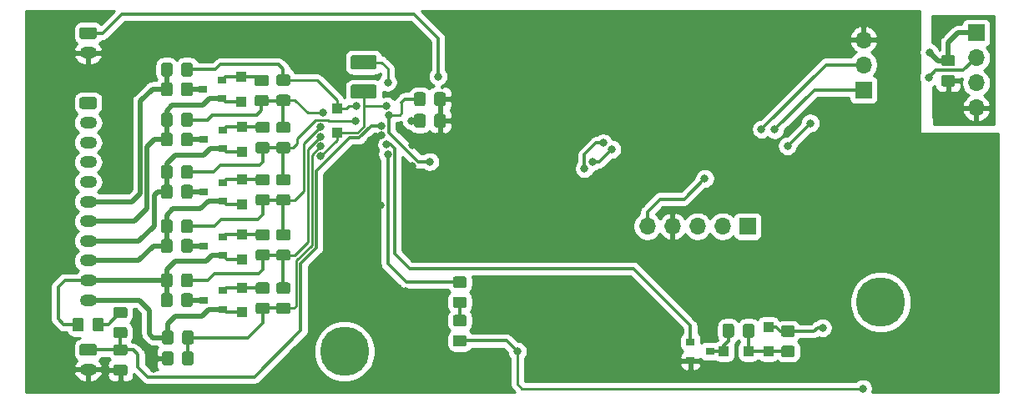
<source format=gbr>
G04 #@! TF.GenerationSoftware,KiCad,Pcbnew,5.1.5-52549c5~84~ubuntu18.04.1*
G04 #@! TF.CreationDate,2020-01-22T13:17:15+02:00*
G04 #@! TF.ProjectId,bms_10s,626d735f-3130-4732-9e6b-696361645f70,rev?*
G04 #@! TF.SameCoordinates,Original*
G04 #@! TF.FileFunction,Copper,L2,Bot*
G04 #@! TF.FilePolarity,Positive*
%FSLAX46Y46*%
G04 Gerber Fmt 4.6, Leading zero omitted, Abs format (unit mm)*
G04 Created by KiCad (PCBNEW 5.1.5-52549c5~84~ubuntu18.04.1) date 2020-01-22 13:17:15*
%MOMM*%
%LPD*%
G04 APERTURE LIST*
%ADD10C,0.100000*%
%ADD11R,1.000000X1.000000*%
%ADD12O,1.750000X1.200000*%
%ADD13C,5.000000*%
%ADD14R,1.700000X1.700000*%
%ADD15O,1.700000X1.700000*%
%ADD16R,0.900000X0.800000*%
%ADD17C,0.800000*%
%ADD18C,0.250000*%
%ADD19C,0.300000*%
%ADD20C,0.500000*%
%ADD21C,0.254000*%
G04 APERTURE END LIST*
G04 #@! TA.AperFunction,SMDPad,CuDef*
D10*
G36*
X30749505Y-56526204D02*
G01*
X30773773Y-56529804D01*
X30797572Y-56535765D01*
X30820671Y-56544030D01*
X30842850Y-56554520D01*
X30863893Y-56567132D01*
X30883599Y-56581747D01*
X30901777Y-56598223D01*
X30918253Y-56616401D01*
X30932868Y-56636107D01*
X30945480Y-56657150D01*
X30955970Y-56679329D01*
X30964235Y-56702428D01*
X30970196Y-56726227D01*
X30973796Y-56750495D01*
X30975000Y-56774999D01*
X30975000Y-57425001D01*
X30973796Y-57449505D01*
X30970196Y-57473773D01*
X30964235Y-57497572D01*
X30955970Y-57520671D01*
X30945480Y-57542850D01*
X30932868Y-57563893D01*
X30918253Y-57583599D01*
X30901777Y-57601777D01*
X30883599Y-57618253D01*
X30863893Y-57632868D01*
X30842850Y-57645480D01*
X30820671Y-57655970D01*
X30797572Y-57664235D01*
X30773773Y-57670196D01*
X30749505Y-57673796D01*
X30725001Y-57675000D01*
X29824999Y-57675000D01*
X29800495Y-57673796D01*
X29776227Y-57670196D01*
X29752428Y-57664235D01*
X29729329Y-57655970D01*
X29707150Y-57645480D01*
X29686107Y-57632868D01*
X29666401Y-57618253D01*
X29648223Y-57601777D01*
X29631747Y-57583599D01*
X29617132Y-57563893D01*
X29604520Y-57542850D01*
X29594030Y-57520671D01*
X29585765Y-57497572D01*
X29579804Y-57473773D01*
X29576204Y-57449505D01*
X29575000Y-57425001D01*
X29575000Y-56774999D01*
X29576204Y-56750495D01*
X29579804Y-56726227D01*
X29585765Y-56702428D01*
X29594030Y-56679329D01*
X29604520Y-56657150D01*
X29617132Y-56636107D01*
X29631747Y-56616401D01*
X29648223Y-56598223D01*
X29666401Y-56581747D01*
X29686107Y-56567132D01*
X29707150Y-56554520D01*
X29729329Y-56544030D01*
X29752428Y-56535765D01*
X29776227Y-56529804D01*
X29800495Y-56526204D01*
X29824999Y-56525000D01*
X30725001Y-56525000D01*
X30749505Y-56526204D01*
G37*
G04 #@! TD.AperFunction*
G04 #@! TA.AperFunction,SMDPad,CuDef*
G36*
X30749505Y-54476204D02*
G01*
X30773773Y-54479804D01*
X30797572Y-54485765D01*
X30820671Y-54494030D01*
X30842850Y-54504520D01*
X30863893Y-54517132D01*
X30883599Y-54531747D01*
X30901777Y-54548223D01*
X30918253Y-54566401D01*
X30932868Y-54586107D01*
X30945480Y-54607150D01*
X30955970Y-54629329D01*
X30964235Y-54652428D01*
X30970196Y-54676227D01*
X30973796Y-54700495D01*
X30975000Y-54724999D01*
X30975000Y-55375001D01*
X30973796Y-55399505D01*
X30970196Y-55423773D01*
X30964235Y-55447572D01*
X30955970Y-55470671D01*
X30945480Y-55492850D01*
X30932868Y-55513893D01*
X30918253Y-55533599D01*
X30901777Y-55551777D01*
X30883599Y-55568253D01*
X30863893Y-55582868D01*
X30842850Y-55595480D01*
X30820671Y-55605970D01*
X30797572Y-55614235D01*
X30773773Y-55620196D01*
X30749505Y-55623796D01*
X30725001Y-55625000D01*
X29824999Y-55625000D01*
X29800495Y-55623796D01*
X29776227Y-55620196D01*
X29752428Y-55614235D01*
X29729329Y-55605970D01*
X29707150Y-55595480D01*
X29686107Y-55582868D01*
X29666401Y-55568253D01*
X29648223Y-55551777D01*
X29631747Y-55533599D01*
X29617132Y-55513893D01*
X29604520Y-55492850D01*
X29594030Y-55470671D01*
X29585765Y-55447572D01*
X29579804Y-55423773D01*
X29576204Y-55399505D01*
X29575000Y-55375001D01*
X29575000Y-54724999D01*
X29576204Y-54700495D01*
X29579804Y-54676227D01*
X29585765Y-54652428D01*
X29594030Y-54629329D01*
X29604520Y-54607150D01*
X29617132Y-54586107D01*
X29631747Y-54566401D01*
X29648223Y-54548223D01*
X29666401Y-54531747D01*
X29686107Y-54517132D01*
X29707150Y-54504520D01*
X29729329Y-54494030D01*
X29752428Y-54485765D01*
X29776227Y-54479804D01*
X29800495Y-54476204D01*
X29824999Y-54475000D01*
X30725001Y-54475000D01*
X30749505Y-54476204D01*
G37*
G04 #@! TD.AperFunction*
D11*
X52250000Y-30550000D03*
X52250000Y-33050000D03*
G04 #@! TA.AperFunction,SMDPad,CuDef*
D10*
G36*
X56049504Y-25151204D02*
G01*
X56073773Y-25154804D01*
X56097571Y-25160765D01*
X56120671Y-25169030D01*
X56142849Y-25179520D01*
X56163893Y-25192133D01*
X56183598Y-25206747D01*
X56201777Y-25223223D01*
X56218253Y-25241402D01*
X56232867Y-25261107D01*
X56245480Y-25282151D01*
X56255970Y-25304329D01*
X56264235Y-25327429D01*
X56270196Y-25351227D01*
X56273796Y-25375496D01*
X56275000Y-25400000D01*
X56275000Y-26325000D01*
X56273796Y-26349504D01*
X56270196Y-26373773D01*
X56264235Y-26397571D01*
X56255970Y-26420671D01*
X56245480Y-26442849D01*
X56232867Y-26463893D01*
X56218253Y-26483598D01*
X56201777Y-26501777D01*
X56183598Y-26518253D01*
X56163893Y-26532867D01*
X56142849Y-26545480D01*
X56120671Y-26555970D01*
X56097571Y-26564235D01*
X56073773Y-26570196D01*
X56049504Y-26573796D01*
X56025000Y-26575000D01*
X53875000Y-26575000D01*
X53850496Y-26573796D01*
X53826227Y-26570196D01*
X53802429Y-26564235D01*
X53779329Y-26555970D01*
X53757151Y-26545480D01*
X53736107Y-26532867D01*
X53716402Y-26518253D01*
X53698223Y-26501777D01*
X53681747Y-26483598D01*
X53667133Y-26463893D01*
X53654520Y-26442849D01*
X53644030Y-26420671D01*
X53635765Y-26397571D01*
X53629804Y-26373773D01*
X53626204Y-26349504D01*
X53625000Y-26325000D01*
X53625000Y-25400000D01*
X53626204Y-25375496D01*
X53629804Y-25351227D01*
X53635765Y-25327429D01*
X53644030Y-25304329D01*
X53654520Y-25282151D01*
X53667133Y-25261107D01*
X53681747Y-25241402D01*
X53698223Y-25223223D01*
X53716402Y-25206747D01*
X53736107Y-25192133D01*
X53757151Y-25179520D01*
X53779329Y-25169030D01*
X53802429Y-25160765D01*
X53826227Y-25154804D01*
X53850496Y-25151204D01*
X53875000Y-25150000D01*
X56025000Y-25150000D01*
X56049504Y-25151204D01*
G37*
G04 #@! TD.AperFunction*
G04 #@! TA.AperFunction,SMDPad,CuDef*
G36*
X56049504Y-28126204D02*
G01*
X56073773Y-28129804D01*
X56097571Y-28135765D01*
X56120671Y-28144030D01*
X56142849Y-28154520D01*
X56163893Y-28167133D01*
X56183598Y-28181747D01*
X56201777Y-28198223D01*
X56218253Y-28216402D01*
X56232867Y-28236107D01*
X56245480Y-28257151D01*
X56255970Y-28279329D01*
X56264235Y-28302429D01*
X56270196Y-28326227D01*
X56273796Y-28350496D01*
X56275000Y-28375000D01*
X56275000Y-29300000D01*
X56273796Y-29324504D01*
X56270196Y-29348773D01*
X56264235Y-29372571D01*
X56255970Y-29395671D01*
X56245480Y-29417849D01*
X56232867Y-29438893D01*
X56218253Y-29458598D01*
X56201777Y-29476777D01*
X56183598Y-29493253D01*
X56163893Y-29507867D01*
X56142849Y-29520480D01*
X56120671Y-29530970D01*
X56097571Y-29539235D01*
X56073773Y-29545196D01*
X56049504Y-29548796D01*
X56025000Y-29550000D01*
X53875000Y-29550000D01*
X53850496Y-29548796D01*
X53826227Y-29545196D01*
X53802429Y-29539235D01*
X53779329Y-29530970D01*
X53757151Y-29520480D01*
X53736107Y-29507867D01*
X53716402Y-29493253D01*
X53698223Y-29476777D01*
X53681747Y-29458598D01*
X53667133Y-29438893D01*
X53654520Y-29417849D01*
X53644030Y-29395671D01*
X53635765Y-29372571D01*
X53629804Y-29348773D01*
X53626204Y-29324504D01*
X53625000Y-29300000D01*
X53625000Y-28375000D01*
X53626204Y-28350496D01*
X53629804Y-28326227D01*
X53635765Y-28302429D01*
X53644030Y-28279329D01*
X53654520Y-28257151D01*
X53667133Y-28236107D01*
X53681747Y-28216402D01*
X53698223Y-28198223D01*
X53716402Y-28181747D01*
X53736107Y-28167133D01*
X53757151Y-28154520D01*
X53779329Y-28144030D01*
X53802429Y-28135765D01*
X53826227Y-28129804D01*
X53850496Y-28126204D01*
X53875000Y-28125000D01*
X56025000Y-28125000D01*
X56049504Y-28126204D01*
G37*
G04 #@! TD.AperFunction*
G04 #@! TA.AperFunction,SMDPad,CuDef*
G36*
X47274505Y-29151204D02*
G01*
X47298773Y-29154804D01*
X47322572Y-29160765D01*
X47345671Y-29169030D01*
X47367850Y-29179520D01*
X47388893Y-29192132D01*
X47408599Y-29206747D01*
X47426777Y-29223223D01*
X47443253Y-29241401D01*
X47457868Y-29261107D01*
X47470480Y-29282150D01*
X47480970Y-29304329D01*
X47489235Y-29327428D01*
X47495196Y-29351227D01*
X47498796Y-29375495D01*
X47500000Y-29399999D01*
X47500000Y-30050001D01*
X47498796Y-30074505D01*
X47495196Y-30098773D01*
X47489235Y-30122572D01*
X47480970Y-30145671D01*
X47470480Y-30167850D01*
X47457868Y-30188893D01*
X47443253Y-30208599D01*
X47426777Y-30226777D01*
X47408599Y-30243253D01*
X47388893Y-30257868D01*
X47367850Y-30270480D01*
X47345671Y-30280970D01*
X47322572Y-30289235D01*
X47298773Y-30295196D01*
X47274505Y-30298796D01*
X47250001Y-30300000D01*
X46349999Y-30300000D01*
X46325495Y-30298796D01*
X46301227Y-30295196D01*
X46277428Y-30289235D01*
X46254329Y-30280970D01*
X46232150Y-30270480D01*
X46211107Y-30257868D01*
X46191401Y-30243253D01*
X46173223Y-30226777D01*
X46156747Y-30208599D01*
X46142132Y-30188893D01*
X46129520Y-30167850D01*
X46119030Y-30145671D01*
X46110765Y-30122572D01*
X46104804Y-30098773D01*
X46101204Y-30074505D01*
X46100000Y-30050001D01*
X46100000Y-29399999D01*
X46101204Y-29375495D01*
X46104804Y-29351227D01*
X46110765Y-29327428D01*
X46119030Y-29304329D01*
X46129520Y-29282150D01*
X46142132Y-29261107D01*
X46156747Y-29241401D01*
X46173223Y-29223223D01*
X46191401Y-29206747D01*
X46211107Y-29192132D01*
X46232150Y-29179520D01*
X46254329Y-29169030D01*
X46277428Y-29160765D01*
X46301227Y-29154804D01*
X46325495Y-29151204D01*
X46349999Y-29150000D01*
X47250001Y-29150000D01*
X47274505Y-29151204D01*
G37*
G04 #@! TD.AperFunction*
G04 #@! TA.AperFunction,SMDPad,CuDef*
G36*
X47274505Y-27101204D02*
G01*
X47298773Y-27104804D01*
X47322572Y-27110765D01*
X47345671Y-27119030D01*
X47367850Y-27129520D01*
X47388893Y-27142132D01*
X47408599Y-27156747D01*
X47426777Y-27173223D01*
X47443253Y-27191401D01*
X47457868Y-27211107D01*
X47470480Y-27232150D01*
X47480970Y-27254329D01*
X47489235Y-27277428D01*
X47495196Y-27301227D01*
X47498796Y-27325495D01*
X47500000Y-27349999D01*
X47500000Y-28000001D01*
X47498796Y-28024505D01*
X47495196Y-28048773D01*
X47489235Y-28072572D01*
X47480970Y-28095671D01*
X47470480Y-28117850D01*
X47457868Y-28138893D01*
X47443253Y-28158599D01*
X47426777Y-28176777D01*
X47408599Y-28193253D01*
X47388893Y-28207868D01*
X47367850Y-28220480D01*
X47345671Y-28230970D01*
X47322572Y-28239235D01*
X47298773Y-28245196D01*
X47274505Y-28248796D01*
X47250001Y-28250000D01*
X46349999Y-28250000D01*
X46325495Y-28248796D01*
X46301227Y-28245196D01*
X46277428Y-28239235D01*
X46254329Y-28230970D01*
X46232150Y-28220480D01*
X46211107Y-28207868D01*
X46191401Y-28193253D01*
X46173223Y-28176777D01*
X46156747Y-28158599D01*
X46142132Y-28138893D01*
X46129520Y-28117850D01*
X46119030Y-28095671D01*
X46110765Y-28072572D01*
X46104804Y-28048773D01*
X46101204Y-28024505D01*
X46100000Y-28000001D01*
X46100000Y-27349999D01*
X46101204Y-27325495D01*
X46104804Y-27301227D01*
X46110765Y-27277428D01*
X46119030Y-27254329D01*
X46129520Y-27232150D01*
X46142132Y-27211107D01*
X46156747Y-27191401D01*
X46173223Y-27173223D01*
X46191401Y-27156747D01*
X46211107Y-27142132D01*
X46232150Y-27129520D01*
X46254329Y-27119030D01*
X46277428Y-27110765D01*
X46301227Y-27104804D01*
X46325495Y-27101204D01*
X46349999Y-27100000D01*
X47250001Y-27100000D01*
X47274505Y-27101204D01*
G37*
G04 #@! TD.AperFunction*
G04 #@! TA.AperFunction,SMDPad,CuDef*
G36*
X47274505Y-33951204D02*
G01*
X47298773Y-33954804D01*
X47322572Y-33960765D01*
X47345671Y-33969030D01*
X47367850Y-33979520D01*
X47388893Y-33992132D01*
X47408599Y-34006747D01*
X47426777Y-34023223D01*
X47443253Y-34041401D01*
X47457868Y-34061107D01*
X47470480Y-34082150D01*
X47480970Y-34104329D01*
X47489235Y-34127428D01*
X47495196Y-34151227D01*
X47498796Y-34175495D01*
X47500000Y-34199999D01*
X47500000Y-34850001D01*
X47498796Y-34874505D01*
X47495196Y-34898773D01*
X47489235Y-34922572D01*
X47480970Y-34945671D01*
X47470480Y-34967850D01*
X47457868Y-34988893D01*
X47443253Y-35008599D01*
X47426777Y-35026777D01*
X47408599Y-35043253D01*
X47388893Y-35057868D01*
X47367850Y-35070480D01*
X47345671Y-35080970D01*
X47322572Y-35089235D01*
X47298773Y-35095196D01*
X47274505Y-35098796D01*
X47250001Y-35100000D01*
X46349999Y-35100000D01*
X46325495Y-35098796D01*
X46301227Y-35095196D01*
X46277428Y-35089235D01*
X46254329Y-35080970D01*
X46232150Y-35070480D01*
X46211107Y-35057868D01*
X46191401Y-35043253D01*
X46173223Y-35026777D01*
X46156747Y-35008599D01*
X46142132Y-34988893D01*
X46129520Y-34967850D01*
X46119030Y-34945671D01*
X46110765Y-34922572D01*
X46104804Y-34898773D01*
X46101204Y-34874505D01*
X46100000Y-34850001D01*
X46100000Y-34199999D01*
X46101204Y-34175495D01*
X46104804Y-34151227D01*
X46110765Y-34127428D01*
X46119030Y-34104329D01*
X46129520Y-34082150D01*
X46142132Y-34061107D01*
X46156747Y-34041401D01*
X46173223Y-34023223D01*
X46191401Y-34006747D01*
X46211107Y-33992132D01*
X46232150Y-33979520D01*
X46254329Y-33969030D01*
X46277428Y-33960765D01*
X46301227Y-33954804D01*
X46325495Y-33951204D01*
X46349999Y-33950000D01*
X47250001Y-33950000D01*
X47274505Y-33951204D01*
G37*
G04 #@! TD.AperFunction*
G04 #@! TA.AperFunction,SMDPad,CuDef*
G36*
X47274505Y-31901204D02*
G01*
X47298773Y-31904804D01*
X47322572Y-31910765D01*
X47345671Y-31919030D01*
X47367850Y-31929520D01*
X47388893Y-31942132D01*
X47408599Y-31956747D01*
X47426777Y-31973223D01*
X47443253Y-31991401D01*
X47457868Y-32011107D01*
X47470480Y-32032150D01*
X47480970Y-32054329D01*
X47489235Y-32077428D01*
X47495196Y-32101227D01*
X47498796Y-32125495D01*
X47500000Y-32149999D01*
X47500000Y-32800001D01*
X47498796Y-32824505D01*
X47495196Y-32848773D01*
X47489235Y-32872572D01*
X47480970Y-32895671D01*
X47470480Y-32917850D01*
X47457868Y-32938893D01*
X47443253Y-32958599D01*
X47426777Y-32976777D01*
X47408599Y-32993253D01*
X47388893Y-33007868D01*
X47367850Y-33020480D01*
X47345671Y-33030970D01*
X47322572Y-33039235D01*
X47298773Y-33045196D01*
X47274505Y-33048796D01*
X47250001Y-33050000D01*
X46349999Y-33050000D01*
X46325495Y-33048796D01*
X46301227Y-33045196D01*
X46277428Y-33039235D01*
X46254329Y-33030970D01*
X46232150Y-33020480D01*
X46211107Y-33007868D01*
X46191401Y-32993253D01*
X46173223Y-32976777D01*
X46156747Y-32958599D01*
X46142132Y-32938893D01*
X46129520Y-32917850D01*
X46119030Y-32895671D01*
X46110765Y-32872572D01*
X46104804Y-32848773D01*
X46101204Y-32824505D01*
X46100000Y-32800001D01*
X46100000Y-32149999D01*
X46101204Y-32125495D01*
X46104804Y-32101227D01*
X46110765Y-32077428D01*
X46119030Y-32054329D01*
X46129520Y-32032150D01*
X46142132Y-32011107D01*
X46156747Y-31991401D01*
X46173223Y-31973223D01*
X46191401Y-31956747D01*
X46211107Y-31942132D01*
X46232150Y-31929520D01*
X46254329Y-31919030D01*
X46277428Y-31910765D01*
X46301227Y-31904804D01*
X46325495Y-31901204D01*
X46349999Y-31900000D01*
X47250001Y-31900000D01*
X47274505Y-31901204D01*
G37*
G04 #@! TD.AperFunction*
G04 #@! TA.AperFunction,SMDPad,CuDef*
G36*
X47274505Y-37201204D02*
G01*
X47298773Y-37204804D01*
X47322572Y-37210765D01*
X47345671Y-37219030D01*
X47367850Y-37229520D01*
X47388893Y-37242132D01*
X47408599Y-37256747D01*
X47426777Y-37273223D01*
X47443253Y-37291401D01*
X47457868Y-37311107D01*
X47470480Y-37332150D01*
X47480970Y-37354329D01*
X47489235Y-37377428D01*
X47495196Y-37401227D01*
X47498796Y-37425495D01*
X47500000Y-37449999D01*
X47500000Y-38100001D01*
X47498796Y-38124505D01*
X47495196Y-38148773D01*
X47489235Y-38172572D01*
X47480970Y-38195671D01*
X47470480Y-38217850D01*
X47457868Y-38238893D01*
X47443253Y-38258599D01*
X47426777Y-38276777D01*
X47408599Y-38293253D01*
X47388893Y-38307868D01*
X47367850Y-38320480D01*
X47345671Y-38330970D01*
X47322572Y-38339235D01*
X47298773Y-38345196D01*
X47274505Y-38348796D01*
X47250001Y-38350000D01*
X46349999Y-38350000D01*
X46325495Y-38348796D01*
X46301227Y-38345196D01*
X46277428Y-38339235D01*
X46254329Y-38330970D01*
X46232150Y-38320480D01*
X46211107Y-38307868D01*
X46191401Y-38293253D01*
X46173223Y-38276777D01*
X46156747Y-38258599D01*
X46142132Y-38238893D01*
X46129520Y-38217850D01*
X46119030Y-38195671D01*
X46110765Y-38172572D01*
X46104804Y-38148773D01*
X46101204Y-38124505D01*
X46100000Y-38100001D01*
X46100000Y-37449999D01*
X46101204Y-37425495D01*
X46104804Y-37401227D01*
X46110765Y-37377428D01*
X46119030Y-37354329D01*
X46129520Y-37332150D01*
X46142132Y-37311107D01*
X46156747Y-37291401D01*
X46173223Y-37273223D01*
X46191401Y-37256747D01*
X46211107Y-37242132D01*
X46232150Y-37229520D01*
X46254329Y-37219030D01*
X46277428Y-37210765D01*
X46301227Y-37204804D01*
X46325495Y-37201204D01*
X46349999Y-37200000D01*
X47250001Y-37200000D01*
X47274505Y-37201204D01*
G37*
G04 #@! TD.AperFunction*
G04 #@! TA.AperFunction,SMDPad,CuDef*
G36*
X47274505Y-39251204D02*
G01*
X47298773Y-39254804D01*
X47322572Y-39260765D01*
X47345671Y-39269030D01*
X47367850Y-39279520D01*
X47388893Y-39292132D01*
X47408599Y-39306747D01*
X47426777Y-39323223D01*
X47443253Y-39341401D01*
X47457868Y-39361107D01*
X47470480Y-39382150D01*
X47480970Y-39404329D01*
X47489235Y-39427428D01*
X47495196Y-39451227D01*
X47498796Y-39475495D01*
X47500000Y-39499999D01*
X47500000Y-40150001D01*
X47498796Y-40174505D01*
X47495196Y-40198773D01*
X47489235Y-40222572D01*
X47480970Y-40245671D01*
X47470480Y-40267850D01*
X47457868Y-40288893D01*
X47443253Y-40308599D01*
X47426777Y-40326777D01*
X47408599Y-40343253D01*
X47388893Y-40357868D01*
X47367850Y-40370480D01*
X47345671Y-40380970D01*
X47322572Y-40389235D01*
X47298773Y-40395196D01*
X47274505Y-40398796D01*
X47250001Y-40400000D01*
X46349999Y-40400000D01*
X46325495Y-40398796D01*
X46301227Y-40395196D01*
X46277428Y-40389235D01*
X46254329Y-40380970D01*
X46232150Y-40370480D01*
X46211107Y-40357868D01*
X46191401Y-40343253D01*
X46173223Y-40326777D01*
X46156747Y-40308599D01*
X46142132Y-40288893D01*
X46129520Y-40267850D01*
X46119030Y-40245671D01*
X46110765Y-40222572D01*
X46104804Y-40198773D01*
X46101204Y-40174505D01*
X46100000Y-40150001D01*
X46100000Y-39499999D01*
X46101204Y-39475495D01*
X46104804Y-39451227D01*
X46110765Y-39427428D01*
X46119030Y-39404329D01*
X46129520Y-39382150D01*
X46142132Y-39361107D01*
X46156747Y-39341401D01*
X46173223Y-39323223D01*
X46191401Y-39306747D01*
X46211107Y-39292132D01*
X46232150Y-39279520D01*
X46254329Y-39269030D01*
X46277428Y-39260765D01*
X46301227Y-39254804D01*
X46325495Y-39251204D01*
X46349999Y-39250000D01*
X47250001Y-39250000D01*
X47274505Y-39251204D01*
G37*
G04 #@! TD.AperFunction*
G04 #@! TA.AperFunction,SMDPad,CuDef*
G36*
X47274505Y-44851204D02*
G01*
X47298773Y-44854804D01*
X47322572Y-44860765D01*
X47345671Y-44869030D01*
X47367850Y-44879520D01*
X47388893Y-44892132D01*
X47408599Y-44906747D01*
X47426777Y-44923223D01*
X47443253Y-44941401D01*
X47457868Y-44961107D01*
X47470480Y-44982150D01*
X47480970Y-45004329D01*
X47489235Y-45027428D01*
X47495196Y-45051227D01*
X47498796Y-45075495D01*
X47500000Y-45099999D01*
X47500000Y-45750001D01*
X47498796Y-45774505D01*
X47495196Y-45798773D01*
X47489235Y-45822572D01*
X47480970Y-45845671D01*
X47470480Y-45867850D01*
X47457868Y-45888893D01*
X47443253Y-45908599D01*
X47426777Y-45926777D01*
X47408599Y-45943253D01*
X47388893Y-45957868D01*
X47367850Y-45970480D01*
X47345671Y-45980970D01*
X47322572Y-45989235D01*
X47298773Y-45995196D01*
X47274505Y-45998796D01*
X47250001Y-46000000D01*
X46349999Y-46000000D01*
X46325495Y-45998796D01*
X46301227Y-45995196D01*
X46277428Y-45989235D01*
X46254329Y-45980970D01*
X46232150Y-45970480D01*
X46211107Y-45957868D01*
X46191401Y-45943253D01*
X46173223Y-45926777D01*
X46156747Y-45908599D01*
X46142132Y-45888893D01*
X46129520Y-45867850D01*
X46119030Y-45845671D01*
X46110765Y-45822572D01*
X46104804Y-45798773D01*
X46101204Y-45774505D01*
X46100000Y-45750001D01*
X46100000Y-45099999D01*
X46101204Y-45075495D01*
X46104804Y-45051227D01*
X46110765Y-45027428D01*
X46119030Y-45004329D01*
X46129520Y-44982150D01*
X46142132Y-44961107D01*
X46156747Y-44941401D01*
X46173223Y-44923223D01*
X46191401Y-44906747D01*
X46211107Y-44892132D01*
X46232150Y-44879520D01*
X46254329Y-44869030D01*
X46277428Y-44860765D01*
X46301227Y-44854804D01*
X46325495Y-44851204D01*
X46349999Y-44850000D01*
X47250001Y-44850000D01*
X47274505Y-44851204D01*
G37*
G04 #@! TD.AperFunction*
G04 #@! TA.AperFunction,SMDPad,CuDef*
G36*
X47274505Y-42801204D02*
G01*
X47298773Y-42804804D01*
X47322572Y-42810765D01*
X47345671Y-42819030D01*
X47367850Y-42829520D01*
X47388893Y-42842132D01*
X47408599Y-42856747D01*
X47426777Y-42873223D01*
X47443253Y-42891401D01*
X47457868Y-42911107D01*
X47470480Y-42932150D01*
X47480970Y-42954329D01*
X47489235Y-42977428D01*
X47495196Y-43001227D01*
X47498796Y-43025495D01*
X47500000Y-43049999D01*
X47500000Y-43700001D01*
X47498796Y-43724505D01*
X47495196Y-43748773D01*
X47489235Y-43772572D01*
X47480970Y-43795671D01*
X47470480Y-43817850D01*
X47457868Y-43838893D01*
X47443253Y-43858599D01*
X47426777Y-43876777D01*
X47408599Y-43893253D01*
X47388893Y-43907868D01*
X47367850Y-43920480D01*
X47345671Y-43930970D01*
X47322572Y-43939235D01*
X47298773Y-43945196D01*
X47274505Y-43948796D01*
X47250001Y-43950000D01*
X46349999Y-43950000D01*
X46325495Y-43948796D01*
X46301227Y-43945196D01*
X46277428Y-43939235D01*
X46254329Y-43930970D01*
X46232150Y-43920480D01*
X46211107Y-43907868D01*
X46191401Y-43893253D01*
X46173223Y-43876777D01*
X46156747Y-43858599D01*
X46142132Y-43838893D01*
X46129520Y-43817850D01*
X46119030Y-43795671D01*
X46110765Y-43772572D01*
X46104804Y-43748773D01*
X46101204Y-43724505D01*
X46100000Y-43700001D01*
X46100000Y-43049999D01*
X46101204Y-43025495D01*
X46104804Y-43001227D01*
X46110765Y-42977428D01*
X46119030Y-42954329D01*
X46129520Y-42932150D01*
X46142132Y-42911107D01*
X46156747Y-42891401D01*
X46173223Y-42873223D01*
X46191401Y-42856747D01*
X46211107Y-42842132D01*
X46232150Y-42829520D01*
X46254329Y-42819030D01*
X46277428Y-42810765D01*
X46301227Y-42804804D01*
X46325495Y-42801204D01*
X46349999Y-42800000D01*
X47250001Y-42800000D01*
X47274505Y-42801204D01*
G37*
G04 #@! TD.AperFunction*
G04 #@! TA.AperFunction,SMDPad,CuDef*
G36*
X47274505Y-48201204D02*
G01*
X47298773Y-48204804D01*
X47322572Y-48210765D01*
X47345671Y-48219030D01*
X47367850Y-48229520D01*
X47388893Y-48242132D01*
X47408599Y-48256747D01*
X47426777Y-48273223D01*
X47443253Y-48291401D01*
X47457868Y-48311107D01*
X47470480Y-48332150D01*
X47480970Y-48354329D01*
X47489235Y-48377428D01*
X47495196Y-48401227D01*
X47498796Y-48425495D01*
X47500000Y-48449999D01*
X47500000Y-49100001D01*
X47498796Y-49124505D01*
X47495196Y-49148773D01*
X47489235Y-49172572D01*
X47480970Y-49195671D01*
X47470480Y-49217850D01*
X47457868Y-49238893D01*
X47443253Y-49258599D01*
X47426777Y-49276777D01*
X47408599Y-49293253D01*
X47388893Y-49307868D01*
X47367850Y-49320480D01*
X47345671Y-49330970D01*
X47322572Y-49339235D01*
X47298773Y-49345196D01*
X47274505Y-49348796D01*
X47250001Y-49350000D01*
X46349999Y-49350000D01*
X46325495Y-49348796D01*
X46301227Y-49345196D01*
X46277428Y-49339235D01*
X46254329Y-49330970D01*
X46232150Y-49320480D01*
X46211107Y-49307868D01*
X46191401Y-49293253D01*
X46173223Y-49276777D01*
X46156747Y-49258599D01*
X46142132Y-49238893D01*
X46129520Y-49217850D01*
X46119030Y-49195671D01*
X46110765Y-49172572D01*
X46104804Y-49148773D01*
X46101204Y-49124505D01*
X46100000Y-49100001D01*
X46100000Y-48449999D01*
X46101204Y-48425495D01*
X46104804Y-48401227D01*
X46110765Y-48377428D01*
X46119030Y-48354329D01*
X46129520Y-48332150D01*
X46142132Y-48311107D01*
X46156747Y-48291401D01*
X46173223Y-48273223D01*
X46191401Y-48256747D01*
X46211107Y-48242132D01*
X46232150Y-48229520D01*
X46254329Y-48219030D01*
X46277428Y-48210765D01*
X46301227Y-48204804D01*
X46325495Y-48201204D01*
X46349999Y-48200000D01*
X47250001Y-48200000D01*
X47274505Y-48201204D01*
G37*
G04 #@! TD.AperFunction*
G04 #@! TA.AperFunction,SMDPad,CuDef*
G36*
X47274505Y-50251204D02*
G01*
X47298773Y-50254804D01*
X47322572Y-50260765D01*
X47345671Y-50269030D01*
X47367850Y-50279520D01*
X47388893Y-50292132D01*
X47408599Y-50306747D01*
X47426777Y-50323223D01*
X47443253Y-50341401D01*
X47457868Y-50361107D01*
X47470480Y-50382150D01*
X47480970Y-50404329D01*
X47489235Y-50427428D01*
X47495196Y-50451227D01*
X47498796Y-50475495D01*
X47500000Y-50499999D01*
X47500000Y-51150001D01*
X47498796Y-51174505D01*
X47495196Y-51198773D01*
X47489235Y-51222572D01*
X47480970Y-51245671D01*
X47470480Y-51267850D01*
X47457868Y-51288893D01*
X47443253Y-51308599D01*
X47426777Y-51326777D01*
X47408599Y-51343253D01*
X47388893Y-51357868D01*
X47367850Y-51370480D01*
X47345671Y-51380970D01*
X47322572Y-51389235D01*
X47298773Y-51395196D01*
X47274505Y-51398796D01*
X47250001Y-51400000D01*
X46349999Y-51400000D01*
X46325495Y-51398796D01*
X46301227Y-51395196D01*
X46277428Y-51389235D01*
X46254329Y-51380970D01*
X46232150Y-51370480D01*
X46211107Y-51357868D01*
X46191401Y-51343253D01*
X46173223Y-51326777D01*
X46156747Y-51308599D01*
X46142132Y-51288893D01*
X46129520Y-51267850D01*
X46119030Y-51245671D01*
X46110765Y-51222572D01*
X46104804Y-51198773D01*
X46101204Y-51174505D01*
X46100000Y-51150001D01*
X46100000Y-50499999D01*
X46101204Y-50475495D01*
X46104804Y-50451227D01*
X46110765Y-50427428D01*
X46119030Y-50404329D01*
X46129520Y-50382150D01*
X46142132Y-50361107D01*
X46156747Y-50341401D01*
X46173223Y-50323223D01*
X46191401Y-50306747D01*
X46211107Y-50292132D01*
X46232150Y-50279520D01*
X46254329Y-50269030D01*
X46277428Y-50260765D01*
X46301227Y-50254804D01*
X46325495Y-50251204D01*
X46349999Y-50250000D01*
X47250001Y-50250000D01*
X47274505Y-50251204D01*
G37*
G04 #@! TD.AperFunction*
G04 #@! TA.AperFunction,SMDPad,CuDef*
G36*
X35424505Y-55201204D02*
G01*
X35448773Y-55204804D01*
X35472572Y-55210765D01*
X35495671Y-55219030D01*
X35517850Y-55229520D01*
X35538893Y-55242132D01*
X35558599Y-55256747D01*
X35576777Y-55273223D01*
X35593253Y-55291401D01*
X35607868Y-55311107D01*
X35620480Y-55332150D01*
X35630970Y-55354329D01*
X35639235Y-55377428D01*
X35645196Y-55401227D01*
X35648796Y-55425495D01*
X35650000Y-55449999D01*
X35650000Y-56350001D01*
X35648796Y-56374505D01*
X35645196Y-56398773D01*
X35639235Y-56422572D01*
X35630970Y-56445671D01*
X35620480Y-56467850D01*
X35607868Y-56488893D01*
X35593253Y-56508599D01*
X35576777Y-56526777D01*
X35558599Y-56543253D01*
X35538893Y-56557868D01*
X35517850Y-56570480D01*
X35495671Y-56580970D01*
X35472572Y-56589235D01*
X35448773Y-56595196D01*
X35424505Y-56598796D01*
X35400001Y-56600000D01*
X34749999Y-56600000D01*
X34725495Y-56598796D01*
X34701227Y-56595196D01*
X34677428Y-56589235D01*
X34654329Y-56580970D01*
X34632150Y-56570480D01*
X34611107Y-56557868D01*
X34591401Y-56543253D01*
X34573223Y-56526777D01*
X34556747Y-56508599D01*
X34542132Y-56488893D01*
X34529520Y-56467850D01*
X34519030Y-56445671D01*
X34510765Y-56422572D01*
X34504804Y-56398773D01*
X34501204Y-56374505D01*
X34500000Y-56350001D01*
X34500000Y-55449999D01*
X34501204Y-55425495D01*
X34504804Y-55401227D01*
X34510765Y-55377428D01*
X34519030Y-55354329D01*
X34529520Y-55332150D01*
X34542132Y-55311107D01*
X34556747Y-55291401D01*
X34573223Y-55273223D01*
X34591401Y-55256747D01*
X34611107Y-55242132D01*
X34632150Y-55229520D01*
X34654329Y-55219030D01*
X34677428Y-55210765D01*
X34701227Y-55204804D01*
X34725495Y-55201204D01*
X34749999Y-55200000D01*
X35400001Y-55200000D01*
X35424505Y-55201204D01*
G37*
G04 #@! TD.AperFunction*
G04 #@! TA.AperFunction,SMDPad,CuDef*
G36*
X37474505Y-55201204D02*
G01*
X37498773Y-55204804D01*
X37522572Y-55210765D01*
X37545671Y-55219030D01*
X37567850Y-55229520D01*
X37588893Y-55242132D01*
X37608599Y-55256747D01*
X37626777Y-55273223D01*
X37643253Y-55291401D01*
X37657868Y-55311107D01*
X37670480Y-55332150D01*
X37680970Y-55354329D01*
X37689235Y-55377428D01*
X37695196Y-55401227D01*
X37698796Y-55425495D01*
X37700000Y-55449999D01*
X37700000Y-56350001D01*
X37698796Y-56374505D01*
X37695196Y-56398773D01*
X37689235Y-56422572D01*
X37680970Y-56445671D01*
X37670480Y-56467850D01*
X37657868Y-56488893D01*
X37643253Y-56508599D01*
X37626777Y-56526777D01*
X37608599Y-56543253D01*
X37588893Y-56557868D01*
X37567850Y-56570480D01*
X37545671Y-56580970D01*
X37522572Y-56589235D01*
X37498773Y-56595196D01*
X37474505Y-56598796D01*
X37450001Y-56600000D01*
X36799999Y-56600000D01*
X36775495Y-56598796D01*
X36751227Y-56595196D01*
X36727428Y-56589235D01*
X36704329Y-56580970D01*
X36682150Y-56570480D01*
X36661107Y-56557868D01*
X36641401Y-56543253D01*
X36623223Y-56526777D01*
X36606747Y-56508599D01*
X36592132Y-56488893D01*
X36579520Y-56467850D01*
X36569030Y-56445671D01*
X36560765Y-56422572D01*
X36554804Y-56398773D01*
X36551204Y-56374505D01*
X36550000Y-56350001D01*
X36550000Y-55449999D01*
X36551204Y-55425495D01*
X36554804Y-55401227D01*
X36560765Y-55377428D01*
X36569030Y-55354329D01*
X36579520Y-55332150D01*
X36592132Y-55311107D01*
X36606747Y-55291401D01*
X36623223Y-55273223D01*
X36641401Y-55256747D01*
X36661107Y-55242132D01*
X36682150Y-55229520D01*
X36704329Y-55219030D01*
X36727428Y-55210765D01*
X36751227Y-55204804D01*
X36775495Y-55201204D01*
X36799999Y-55200000D01*
X37450001Y-55200000D01*
X37474505Y-55201204D01*
G37*
G04 #@! TD.AperFunction*
G04 #@! TA.AperFunction,SMDPad,CuDef*
G36*
X60999505Y-31101204D02*
G01*
X61023773Y-31104804D01*
X61047572Y-31110765D01*
X61070671Y-31119030D01*
X61092850Y-31129520D01*
X61113893Y-31142132D01*
X61133599Y-31156747D01*
X61151777Y-31173223D01*
X61168253Y-31191401D01*
X61182868Y-31211107D01*
X61195480Y-31232150D01*
X61205970Y-31254329D01*
X61214235Y-31277428D01*
X61220196Y-31301227D01*
X61223796Y-31325495D01*
X61225000Y-31349999D01*
X61225000Y-32250001D01*
X61223796Y-32274505D01*
X61220196Y-32298773D01*
X61214235Y-32322572D01*
X61205970Y-32345671D01*
X61195480Y-32367850D01*
X61182868Y-32388893D01*
X61168253Y-32408599D01*
X61151777Y-32426777D01*
X61133599Y-32443253D01*
X61113893Y-32457868D01*
X61092850Y-32470480D01*
X61070671Y-32480970D01*
X61047572Y-32489235D01*
X61023773Y-32495196D01*
X60999505Y-32498796D01*
X60975001Y-32500000D01*
X60324999Y-32500000D01*
X60300495Y-32498796D01*
X60276227Y-32495196D01*
X60252428Y-32489235D01*
X60229329Y-32480970D01*
X60207150Y-32470480D01*
X60186107Y-32457868D01*
X60166401Y-32443253D01*
X60148223Y-32426777D01*
X60131747Y-32408599D01*
X60117132Y-32388893D01*
X60104520Y-32367850D01*
X60094030Y-32345671D01*
X60085765Y-32322572D01*
X60079804Y-32298773D01*
X60076204Y-32274505D01*
X60075000Y-32250001D01*
X60075000Y-31349999D01*
X60076204Y-31325495D01*
X60079804Y-31301227D01*
X60085765Y-31277428D01*
X60094030Y-31254329D01*
X60104520Y-31232150D01*
X60117132Y-31211107D01*
X60131747Y-31191401D01*
X60148223Y-31173223D01*
X60166401Y-31156747D01*
X60186107Y-31142132D01*
X60207150Y-31129520D01*
X60229329Y-31119030D01*
X60252428Y-31110765D01*
X60276227Y-31104804D01*
X60300495Y-31101204D01*
X60324999Y-31100000D01*
X60975001Y-31100000D01*
X60999505Y-31101204D01*
G37*
G04 #@! TD.AperFunction*
G04 #@! TA.AperFunction,SMDPad,CuDef*
G36*
X63049505Y-31101204D02*
G01*
X63073773Y-31104804D01*
X63097572Y-31110765D01*
X63120671Y-31119030D01*
X63142850Y-31129520D01*
X63163893Y-31142132D01*
X63183599Y-31156747D01*
X63201777Y-31173223D01*
X63218253Y-31191401D01*
X63232868Y-31211107D01*
X63245480Y-31232150D01*
X63255970Y-31254329D01*
X63264235Y-31277428D01*
X63270196Y-31301227D01*
X63273796Y-31325495D01*
X63275000Y-31349999D01*
X63275000Y-32250001D01*
X63273796Y-32274505D01*
X63270196Y-32298773D01*
X63264235Y-32322572D01*
X63255970Y-32345671D01*
X63245480Y-32367850D01*
X63232868Y-32388893D01*
X63218253Y-32408599D01*
X63201777Y-32426777D01*
X63183599Y-32443253D01*
X63163893Y-32457868D01*
X63142850Y-32470480D01*
X63120671Y-32480970D01*
X63097572Y-32489235D01*
X63073773Y-32495196D01*
X63049505Y-32498796D01*
X63025001Y-32500000D01*
X62374999Y-32500000D01*
X62350495Y-32498796D01*
X62326227Y-32495196D01*
X62302428Y-32489235D01*
X62279329Y-32480970D01*
X62257150Y-32470480D01*
X62236107Y-32457868D01*
X62216401Y-32443253D01*
X62198223Y-32426777D01*
X62181747Y-32408599D01*
X62167132Y-32388893D01*
X62154520Y-32367850D01*
X62144030Y-32345671D01*
X62135765Y-32322572D01*
X62129804Y-32298773D01*
X62126204Y-32274505D01*
X62125000Y-32250001D01*
X62125000Y-31349999D01*
X62126204Y-31325495D01*
X62129804Y-31301227D01*
X62135765Y-31277428D01*
X62144030Y-31254329D01*
X62154520Y-31232150D01*
X62167132Y-31211107D01*
X62181747Y-31191401D01*
X62198223Y-31173223D01*
X62216401Y-31156747D01*
X62236107Y-31142132D01*
X62257150Y-31129520D01*
X62279329Y-31119030D01*
X62302428Y-31110765D01*
X62326227Y-31104804D01*
X62350495Y-31101204D01*
X62374999Y-31100000D01*
X63025001Y-31100000D01*
X63049505Y-31101204D01*
G37*
G04 #@! TD.AperFunction*
G04 #@! TA.AperFunction,SMDPad,CuDef*
G36*
X60999505Y-28901204D02*
G01*
X61023773Y-28904804D01*
X61047572Y-28910765D01*
X61070671Y-28919030D01*
X61092850Y-28929520D01*
X61113893Y-28942132D01*
X61133599Y-28956747D01*
X61151777Y-28973223D01*
X61168253Y-28991401D01*
X61182868Y-29011107D01*
X61195480Y-29032150D01*
X61205970Y-29054329D01*
X61214235Y-29077428D01*
X61220196Y-29101227D01*
X61223796Y-29125495D01*
X61225000Y-29149999D01*
X61225000Y-30050001D01*
X61223796Y-30074505D01*
X61220196Y-30098773D01*
X61214235Y-30122572D01*
X61205970Y-30145671D01*
X61195480Y-30167850D01*
X61182868Y-30188893D01*
X61168253Y-30208599D01*
X61151777Y-30226777D01*
X61133599Y-30243253D01*
X61113893Y-30257868D01*
X61092850Y-30270480D01*
X61070671Y-30280970D01*
X61047572Y-30289235D01*
X61023773Y-30295196D01*
X60999505Y-30298796D01*
X60975001Y-30300000D01*
X60324999Y-30300000D01*
X60300495Y-30298796D01*
X60276227Y-30295196D01*
X60252428Y-30289235D01*
X60229329Y-30280970D01*
X60207150Y-30270480D01*
X60186107Y-30257868D01*
X60166401Y-30243253D01*
X60148223Y-30226777D01*
X60131747Y-30208599D01*
X60117132Y-30188893D01*
X60104520Y-30167850D01*
X60094030Y-30145671D01*
X60085765Y-30122572D01*
X60079804Y-30098773D01*
X60076204Y-30074505D01*
X60075000Y-30050001D01*
X60075000Y-29149999D01*
X60076204Y-29125495D01*
X60079804Y-29101227D01*
X60085765Y-29077428D01*
X60094030Y-29054329D01*
X60104520Y-29032150D01*
X60117132Y-29011107D01*
X60131747Y-28991401D01*
X60148223Y-28973223D01*
X60166401Y-28956747D01*
X60186107Y-28942132D01*
X60207150Y-28929520D01*
X60229329Y-28919030D01*
X60252428Y-28910765D01*
X60276227Y-28904804D01*
X60300495Y-28901204D01*
X60324999Y-28900000D01*
X60975001Y-28900000D01*
X60999505Y-28901204D01*
G37*
G04 #@! TD.AperFunction*
G04 #@! TA.AperFunction,SMDPad,CuDef*
G36*
X63049505Y-28901204D02*
G01*
X63073773Y-28904804D01*
X63097572Y-28910765D01*
X63120671Y-28919030D01*
X63142850Y-28929520D01*
X63163893Y-28942132D01*
X63183599Y-28956747D01*
X63201777Y-28973223D01*
X63218253Y-28991401D01*
X63232868Y-29011107D01*
X63245480Y-29032150D01*
X63255970Y-29054329D01*
X63264235Y-29077428D01*
X63270196Y-29101227D01*
X63273796Y-29125495D01*
X63275000Y-29149999D01*
X63275000Y-30050001D01*
X63273796Y-30074505D01*
X63270196Y-30098773D01*
X63264235Y-30122572D01*
X63255970Y-30145671D01*
X63245480Y-30167850D01*
X63232868Y-30188893D01*
X63218253Y-30208599D01*
X63201777Y-30226777D01*
X63183599Y-30243253D01*
X63163893Y-30257868D01*
X63142850Y-30270480D01*
X63120671Y-30280970D01*
X63097572Y-30289235D01*
X63073773Y-30295196D01*
X63049505Y-30298796D01*
X63025001Y-30300000D01*
X62374999Y-30300000D01*
X62350495Y-30298796D01*
X62326227Y-30295196D01*
X62302428Y-30289235D01*
X62279329Y-30280970D01*
X62257150Y-30270480D01*
X62236107Y-30257868D01*
X62216401Y-30243253D01*
X62198223Y-30226777D01*
X62181747Y-30208599D01*
X62167132Y-30188893D01*
X62154520Y-30167850D01*
X62144030Y-30145671D01*
X62135765Y-30122572D01*
X62129804Y-30098773D01*
X62126204Y-30074505D01*
X62125000Y-30050001D01*
X62125000Y-29149999D01*
X62126204Y-29125495D01*
X62129804Y-29101227D01*
X62135765Y-29077428D01*
X62144030Y-29054329D01*
X62154520Y-29032150D01*
X62167132Y-29011107D01*
X62181747Y-28991401D01*
X62198223Y-28973223D01*
X62216401Y-28956747D01*
X62236107Y-28942132D01*
X62257150Y-28929520D01*
X62279329Y-28919030D01*
X62302428Y-28910765D01*
X62326227Y-28904804D01*
X62350495Y-28901204D01*
X62374999Y-28900000D01*
X63025001Y-28900000D01*
X63049505Y-28901204D01*
G37*
G04 #@! TD.AperFunction*
G04 #@! TA.AperFunction,SMDPad,CuDef*
G36*
X114724505Y-27176204D02*
G01*
X114748773Y-27179804D01*
X114772572Y-27185765D01*
X114795671Y-27194030D01*
X114817850Y-27204520D01*
X114838893Y-27217132D01*
X114858599Y-27231747D01*
X114876777Y-27248223D01*
X114893253Y-27266401D01*
X114907868Y-27286107D01*
X114920480Y-27307150D01*
X114930970Y-27329329D01*
X114939235Y-27352428D01*
X114945196Y-27376227D01*
X114948796Y-27400495D01*
X114950000Y-27424999D01*
X114950000Y-28075001D01*
X114948796Y-28099505D01*
X114945196Y-28123773D01*
X114939235Y-28147572D01*
X114930970Y-28170671D01*
X114920480Y-28192850D01*
X114907868Y-28213893D01*
X114893253Y-28233599D01*
X114876777Y-28251777D01*
X114858599Y-28268253D01*
X114838893Y-28282868D01*
X114817850Y-28295480D01*
X114795671Y-28305970D01*
X114772572Y-28314235D01*
X114748773Y-28320196D01*
X114724505Y-28323796D01*
X114700001Y-28325000D01*
X113799999Y-28325000D01*
X113775495Y-28323796D01*
X113751227Y-28320196D01*
X113727428Y-28314235D01*
X113704329Y-28305970D01*
X113682150Y-28295480D01*
X113661107Y-28282868D01*
X113641401Y-28268253D01*
X113623223Y-28251777D01*
X113606747Y-28233599D01*
X113592132Y-28213893D01*
X113579520Y-28192850D01*
X113569030Y-28170671D01*
X113560765Y-28147572D01*
X113554804Y-28123773D01*
X113551204Y-28099505D01*
X113550000Y-28075001D01*
X113550000Y-27424999D01*
X113551204Y-27400495D01*
X113554804Y-27376227D01*
X113560765Y-27352428D01*
X113569030Y-27329329D01*
X113579520Y-27307150D01*
X113592132Y-27286107D01*
X113606747Y-27266401D01*
X113623223Y-27248223D01*
X113641401Y-27231747D01*
X113661107Y-27217132D01*
X113682150Y-27204520D01*
X113704329Y-27194030D01*
X113727428Y-27185765D01*
X113751227Y-27179804D01*
X113775495Y-27176204D01*
X113799999Y-27175000D01*
X114700001Y-27175000D01*
X114724505Y-27176204D01*
G37*
G04 #@! TD.AperFunction*
G04 #@! TA.AperFunction,SMDPad,CuDef*
G36*
X114724505Y-25126204D02*
G01*
X114748773Y-25129804D01*
X114772572Y-25135765D01*
X114795671Y-25144030D01*
X114817850Y-25154520D01*
X114838893Y-25167132D01*
X114858599Y-25181747D01*
X114876777Y-25198223D01*
X114893253Y-25216401D01*
X114907868Y-25236107D01*
X114920480Y-25257150D01*
X114930970Y-25279329D01*
X114939235Y-25302428D01*
X114945196Y-25326227D01*
X114948796Y-25350495D01*
X114950000Y-25374999D01*
X114950000Y-26025001D01*
X114948796Y-26049505D01*
X114945196Y-26073773D01*
X114939235Y-26097572D01*
X114930970Y-26120671D01*
X114920480Y-26142850D01*
X114907868Y-26163893D01*
X114893253Y-26183599D01*
X114876777Y-26201777D01*
X114858599Y-26218253D01*
X114838893Y-26232868D01*
X114817850Y-26245480D01*
X114795671Y-26255970D01*
X114772572Y-26264235D01*
X114748773Y-26270196D01*
X114724505Y-26273796D01*
X114700001Y-26275000D01*
X113799999Y-26275000D01*
X113775495Y-26273796D01*
X113751227Y-26270196D01*
X113727428Y-26264235D01*
X113704329Y-26255970D01*
X113682150Y-26245480D01*
X113661107Y-26232868D01*
X113641401Y-26218253D01*
X113623223Y-26201777D01*
X113606747Y-26183599D01*
X113592132Y-26163893D01*
X113579520Y-26142850D01*
X113569030Y-26120671D01*
X113560765Y-26097572D01*
X113554804Y-26073773D01*
X113551204Y-26049505D01*
X113550000Y-26025001D01*
X113550000Y-25374999D01*
X113551204Y-25350495D01*
X113554804Y-25326227D01*
X113560765Y-25302428D01*
X113569030Y-25279329D01*
X113579520Y-25257150D01*
X113592132Y-25236107D01*
X113606747Y-25216401D01*
X113623223Y-25198223D01*
X113641401Y-25181747D01*
X113661107Y-25167132D01*
X113682150Y-25154520D01*
X113704329Y-25144030D01*
X113727428Y-25135765D01*
X113751227Y-25129804D01*
X113775495Y-25126204D01*
X113799999Y-25125000D01*
X114700001Y-25125000D01*
X114724505Y-25126204D01*
G37*
G04 #@! TD.AperFunction*
D11*
X42500000Y-27350000D03*
X42500000Y-29850000D03*
X42600000Y-34950000D03*
X42600000Y-32450000D03*
X42600000Y-40250000D03*
X42600000Y-37750000D03*
X42600000Y-45850000D03*
X42600000Y-43350000D03*
X42600000Y-51250000D03*
X42600000Y-48750000D03*
X94000000Y-55200000D03*
X91500000Y-55200000D03*
X96000000Y-55200000D03*
X96000000Y-52700000D03*
G04 #@! TA.AperFunction,ComponentPad*
D10*
G36*
X27649505Y-29401204D02*
G01*
X27673773Y-29404804D01*
X27697572Y-29410765D01*
X27720671Y-29419030D01*
X27742850Y-29429520D01*
X27763893Y-29442132D01*
X27783599Y-29456747D01*
X27801777Y-29473223D01*
X27818253Y-29491401D01*
X27832868Y-29511107D01*
X27845480Y-29532150D01*
X27855970Y-29554329D01*
X27864235Y-29577428D01*
X27870196Y-29601227D01*
X27873796Y-29625495D01*
X27875000Y-29649999D01*
X27875000Y-30350001D01*
X27873796Y-30374505D01*
X27870196Y-30398773D01*
X27864235Y-30422572D01*
X27855970Y-30445671D01*
X27845480Y-30467850D01*
X27832868Y-30488893D01*
X27818253Y-30508599D01*
X27801777Y-30526777D01*
X27783599Y-30543253D01*
X27763893Y-30557868D01*
X27742850Y-30570480D01*
X27720671Y-30580970D01*
X27697572Y-30589235D01*
X27673773Y-30595196D01*
X27649505Y-30598796D01*
X27625001Y-30600000D01*
X26374999Y-30600000D01*
X26350495Y-30598796D01*
X26326227Y-30595196D01*
X26302428Y-30589235D01*
X26279329Y-30580970D01*
X26257150Y-30570480D01*
X26236107Y-30557868D01*
X26216401Y-30543253D01*
X26198223Y-30526777D01*
X26181747Y-30508599D01*
X26167132Y-30488893D01*
X26154520Y-30467850D01*
X26144030Y-30445671D01*
X26135765Y-30422572D01*
X26129804Y-30398773D01*
X26126204Y-30374505D01*
X26125000Y-30350001D01*
X26125000Y-29649999D01*
X26126204Y-29625495D01*
X26129804Y-29601227D01*
X26135765Y-29577428D01*
X26144030Y-29554329D01*
X26154520Y-29532150D01*
X26167132Y-29511107D01*
X26181747Y-29491401D01*
X26198223Y-29473223D01*
X26216401Y-29456747D01*
X26236107Y-29442132D01*
X26257150Y-29429520D01*
X26279329Y-29419030D01*
X26302428Y-29410765D01*
X26326227Y-29404804D01*
X26350495Y-29401204D01*
X26374999Y-29400000D01*
X27625001Y-29400000D01*
X27649505Y-29401204D01*
G37*
G04 #@! TD.AperFunction*
D12*
X27000000Y-32000000D03*
X27000000Y-34000000D03*
X27000000Y-36000000D03*
X27000000Y-38000000D03*
X27000000Y-40000000D03*
X27000000Y-42000000D03*
X27000000Y-44000000D03*
X27000000Y-46000000D03*
X27000000Y-48000000D03*
X27000000Y-50000000D03*
G04 #@! TA.AperFunction,ComponentPad*
D10*
G36*
X27649505Y-22301204D02*
G01*
X27673773Y-22304804D01*
X27697572Y-22310765D01*
X27720671Y-22319030D01*
X27742850Y-22329520D01*
X27763893Y-22342132D01*
X27783599Y-22356747D01*
X27801777Y-22373223D01*
X27818253Y-22391401D01*
X27832868Y-22411107D01*
X27845480Y-22432150D01*
X27855970Y-22454329D01*
X27864235Y-22477428D01*
X27870196Y-22501227D01*
X27873796Y-22525495D01*
X27875000Y-22549999D01*
X27875000Y-23250001D01*
X27873796Y-23274505D01*
X27870196Y-23298773D01*
X27864235Y-23322572D01*
X27855970Y-23345671D01*
X27845480Y-23367850D01*
X27832868Y-23388893D01*
X27818253Y-23408599D01*
X27801777Y-23426777D01*
X27783599Y-23443253D01*
X27763893Y-23457868D01*
X27742850Y-23470480D01*
X27720671Y-23480970D01*
X27697572Y-23489235D01*
X27673773Y-23495196D01*
X27649505Y-23498796D01*
X27625001Y-23500000D01*
X26374999Y-23500000D01*
X26350495Y-23498796D01*
X26326227Y-23495196D01*
X26302428Y-23489235D01*
X26279329Y-23480970D01*
X26257150Y-23470480D01*
X26236107Y-23457868D01*
X26216401Y-23443253D01*
X26198223Y-23426777D01*
X26181747Y-23408599D01*
X26167132Y-23388893D01*
X26154520Y-23367850D01*
X26144030Y-23345671D01*
X26135765Y-23322572D01*
X26129804Y-23298773D01*
X26126204Y-23274505D01*
X26125000Y-23250001D01*
X26125000Y-22549999D01*
X26126204Y-22525495D01*
X26129804Y-22501227D01*
X26135765Y-22477428D01*
X26144030Y-22454329D01*
X26154520Y-22432150D01*
X26167132Y-22411107D01*
X26181747Y-22391401D01*
X26198223Y-22373223D01*
X26216401Y-22356747D01*
X26236107Y-22342132D01*
X26257150Y-22329520D01*
X26279329Y-22319030D01*
X26302428Y-22310765D01*
X26326227Y-22304804D01*
X26350495Y-22301204D01*
X26374999Y-22300000D01*
X27625001Y-22300000D01*
X27649505Y-22301204D01*
G37*
G04 #@! TD.AperFunction*
D12*
X27000000Y-24900000D03*
G04 #@! TA.AperFunction,ComponentPad*
D10*
G36*
X27649505Y-54451204D02*
G01*
X27673773Y-54454804D01*
X27697572Y-54460765D01*
X27720671Y-54469030D01*
X27742850Y-54479520D01*
X27763893Y-54492132D01*
X27783599Y-54506747D01*
X27801777Y-54523223D01*
X27818253Y-54541401D01*
X27832868Y-54561107D01*
X27845480Y-54582150D01*
X27855970Y-54604329D01*
X27864235Y-54627428D01*
X27870196Y-54651227D01*
X27873796Y-54675495D01*
X27875000Y-54699999D01*
X27875000Y-55400001D01*
X27873796Y-55424505D01*
X27870196Y-55448773D01*
X27864235Y-55472572D01*
X27855970Y-55495671D01*
X27845480Y-55517850D01*
X27832868Y-55538893D01*
X27818253Y-55558599D01*
X27801777Y-55576777D01*
X27783599Y-55593253D01*
X27763893Y-55607868D01*
X27742850Y-55620480D01*
X27720671Y-55630970D01*
X27697572Y-55639235D01*
X27673773Y-55645196D01*
X27649505Y-55648796D01*
X27625001Y-55650000D01*
X26374999Y-55650000D01*
X26350495Y-55648796D01*
X26326227Y-55645196D01*
X26302428Y-55639235D01*
X26279329Y-55630970D01*
X26257150Y-55620480D01*
X26236107Y-55607868D01*
X26216401Y-55593253D01*
X26198223Y-55576777D01*
X26181747Y-55558599D01*
X26167132Y-55538893D01*
X26154520Y-55517850D01*
X26144030Y-55495671D01*
X26135765Y-55472572D01*
X26129804Y-55448773D01*
X26126204Y-55424505D01*
X26125000Y-55400001D01*
X26125000Y-54699999D01*
X26126204Y-54675495D01*
X26129804Y-54651227D01*
X26135765Y-54627428D01*
X26144030Y-54604329D01*
X26154520Y-54582150D01*
X26167132Y-54561107D01*
X26181747Y-54541401D01*
X26198223Y-54523223D01*
X26216401Y-54506747D01*
X26236107Y-54492132D01*
X26257150Y-54479520D01*
X26279329Y-54469030D01*
X26302428Y-54460765D01*
X26326227Y-54454804D01*
X26350495Y-54451204D01*
X26374999Y-54450000D01*
X27625001Y-54450000D01*
X27649505Y-54451204D01*
G37*
G04 #@! TD.AperFunction*
D12*
X27000000Y-57050000D03*
D13*
X53000000Y-55200000D03*
X107400000Y-50200000D03*
D14*
X117100000Y-22880000D03*
D15*
X117100000Y-25420000D03*
X117100000Y-27960000D03*
X117100000Y-30500000D03*
D14*
X93900000Y-42500000D03*
D15*
X91360000Y-42500000D03*
X88820000Y-42500000D03*
X86280000Y-42500000D03*
X83740000Y-42500000D03*
D14*
X105650000Y-28650000D03*
D15*
X105650000Y-26110000D03*
X105650000Y-23570000D03*
D16*
X38600000Y-28600000D03*
X40600000Y-29550000D03*
X40600000Y-27650000D03*
X40700000Y-32750000D03*
X40700000Y-34650000D03*
X38700000Y-33700000D03*
X90100000Y-55200000D03*
X88100000Y-54250000D03*
X88100000Y-56150000D03*
G04 #@! TA.AperFunction,SMDPad,CuDef*
D10*
G36*
X30749505Y-52726204D02*
G01*
X30773773Y-52729804D01*
X30797572Y-52735765D01*
X30820671Y-52744030D01*
X30842850Y-52754520D01*
X30863893Y-52767132D01*
X30883599Y-52781747D01*
X30901777Y-52798223D01*
X30918253Y-52816401D01*
X30932868Y-52836107D01*
X30945480Y-52857150D01*
X30955970Y-52879329D01*
X30964235Y-52902428D01*
X30970196Y-52926227D01*
X30973796Y-52950495D01*
X30975000Y-52974999D01*
X30975000Y-53625001D01*
X30973796Y-53649505D01*
X30970196Y-53673773D01*
X30964235Y-53697572D01*
X30955970Y-53720671D01*
X30945480Y-53742850D01*
X30932868Y-53763893D01*
X30918253Y-53783599D01*
X30901777Y-53801777D01*
X30883599Y-53818253D01*
X30863893Y-53832868D01*
X30842850Y-53845480D01*
X30820671Y-53855970D01*
X30797572Y-53864235D01*
X30773773Y-53870196D01*
X30749505Y-53873796D01*
X30725001Y-53875000D01*
X29824999Y-53875000D01*
X29800495Y-53873796D01*
X29776227Y-53870196D01*
X29752428Y-53864235D01*
X29729329Y-53855970D01*
X29707150Y-53845480D01*
X29686107Y-53832868D01*
X29666401Y-53818253D01*
X29648223Y-53801777D01*
X29631747Y-53783599D01*
X29617132Y-53763893D01*
X29604520Y-53742850D01*
X29594030Y-53720671D01*
X29585765Y-53697572D01*
X29579804Y-53673773D01*
X29576204Y-53649505D01*
X29575000Y-53625001D01*
X29575000Y-52974999D01*
X29576204Y-52950495D01*
X29579804Y-52926227D01*
X29585765Y-52902428D01*
X29594030Y-52879329D01*
X29604520Y-52857150D01*
X29617132Y-52836107D01*
X29631747Y-52816401D01*
X29648223Y-52798223D01*
X29666401Y-52781747D01*
X29686107Y-52767132D01*
X29707150Y-52754520D01*
X29729329Y-52744030D01*
X29752428Y-52735765D01*
X29776227Y-52729804D01*
X29800495Y-52726204D01*
X29824999Y-52725000D01*
X30725001Y-52725000D01*
X30749505Y-52726204D01*
G37*
G04 #@! TD.AperFunction*
G04 #@! TA.AperFunction,SMDPad,CuDef*
G36*
X30749505Y-50676204D02*
G01*
X30773773Y-50679804D01*
X30797572Y-50685765D01*
X30820671Y-50694030D01*
X30842850Y-50704520D01*
X30863893Y-50717132D01*
X30883599Y-50731747D01*
X30901777Y-50748223D01*
X30918253Y-50766401D01*
X30932868Y-50786107D01*
X30945480Y-50807150D01*
X30955970Y-50829329D01*
X30964235Y-50852428D01*
X30970196Y-50876227D01*
X30973796Y-50900495D01*
X30975000Y-50924999D01*
X30975000Y-51575001D01*
X30973796Y-51599505D01*
X30970196Y-51623773D01*
X30964235Y-51647572D01*
X30955970Y-51670671D01*
X30945480Y-51692850D01*
X30932868Y-51713893D01*
X30918253Y-51733599D01*
X30901777Y-51751777D01*
X30883599Y-51768253D01*
X30863893Y-51782868D01*
X30842850Y-51795480D01*
X30820671Y-51805970D01*
X30797572Y-51814235D01*
X30773773Y-51820196D01*
X30749505Y-51823796D01*
X30725001Y-51825000D01*
X29824999Y-51825000D01*
X29800495Y-51823796D01*
X29776227Y-51820196D01*
X29752428Y-51814235D01*
X29729329Y-51805970D01*
X29707150Y-51795480D01*
X29686107Y-51782868D01*
X29666401Y-51768253D01*
X29648223Y-51751777D01*
X29631747Y-51733599D01*
X29617132Y-51713893D01*
X29604520Y-51692850D01*
X29594030Y-51670671D01*
X29585765Y-51647572D01*
X29579804Y-51623773D01*
X29576204Y-51599505D01*
X29575000Y-51575001D01*
X29575000Y-50924999D01*
X29576204Y-50900495D01*
X29579804Y-50876227D01*
X29585765Y-50852428D01*
X29594030Y-50829329D01*
X29604520Y-50807150D01*
X29617132Y-50786107D01*
X29631747Y-50766401D01*
X29648223Y-50748223D01*
X29666401Y-50731747D01*
X29686107Y-50717132D01*
X29707150Y-50704520D01*
X29729329Y-50694030D01*
X29752428Y-50685765D01*
X29776227Y-50679804D01*
X29800495Y-50676204D01*
X29824999Y-50675000D01*
X30725001Y-50675000D01*
X30749505Y-50676204D01*
G37*
G04 #@! TD.AperFunction*
G04 #@! TA.AperFunction,SMDPad,CuDef*
G36*
X35324505Y-25901204D02*
G01*
X35348773Y-25904804D01*
X35372572Y-25910765D01*
X35395671Y-25919030D01*
X35417850Y-25929520D01*
X35438893Y-25942132D01*
X35458599Y-25956747D01*
X35476777Y-25973223D01*
X35493253Y-25991401D01*
X35507868Y-26011107D01*
X35520480Y-26032150D01*
X35530970Y-26054329D01*
X35539235Y-26077428D01*
X35545196Y-26101227D01*
X35548796Y-26125495D01*
X35550000Y-26149999D01*
X35550000Y-27050001D01*
X35548796Y-27074505D01*
X35545196Y-27098773D01*
X35539235Y-27122572D01*
X35530970Y-27145671D01*
X35520480Y-27167850D01*
X35507868Y-27188893D01*
X35493253Y-27208599D01*
X35476777Y-27226777D01*
X35458599Y-27243253D01*
X35438893Y-27257868D01*
X35417850Y-27270480D01*
X35395671Y-27280970D01*
X35372572Y-27289235D01*
X35348773Y-27295196D01*
X35324505Y-27298796D01*
X35300001Y-27300000D01*
X34649999Y-27300000D01*
X34625495Y-27298796D01*
X34601227Y-27295196D01*
X34577428Y-27289235D01*
X34554329Y-27280970D01*
X34532150Y-27270480D01*
X34511107Y-27257868D01*
X34491401Y-27243253D01*
X34473223Y-27226777D01*
X34456747Y-27208599D01*
X34442132Y-27188893D01*
X34429520Y-27167850D01*
X34419030Y-27145671D01*
X34410765Y-27122572D01*
X34404804Y-27098773D01*
X34401204Y-27074505D01*
X34400000Y-27050001D01*
X34400000Y-26149999D01*
X34401204Y-26125495D01*
X34404804Y-26101227D01*
X34410765Y-26077428D01*
X34419030Y-26054329D01*
X34429520Y-26032150D01*
X34442132Y-26011107D01*
X34456747Y-25991401D01*
X34473223Y-25973223D01*
X34491401Y-25956747D01*
X34511107Y-25942132D01*
X34532150Y-25929520D01*
X34554329Y-25919030D01*
X34577428Y-25910765D01*
X34601227Y-25904804D01*
X34625495Y-25901204D01*
X34649999Y-25900000D01*
X35300001Y-25900000D01*
X35324505Y-25901204D01*
G37*
G04 #@! TD.AperFunction*
G04 #@! TA.AperFunction,SMDPad,CuDef*
G36*
X37374505Y-25901204D02*
G01*
X37398773Y-25904804D01*
X37422572Y-25910765D01*
X37445671Y-25919030D01*
X37467850Y-25929520D01*
X37488893Y-25942132D01*
X37508599Y-25956747D01*
X37526777Y-25973223D01*
X37543253Y-25991401D01*
X37557868Y-26011107D01*
X37570480Y-26032150D01*
X37580970Y-26054329D01*
X37589235Y-26077428D01*
X37595196Y-26101227D01*
X37598796Y-26125495D01*
X37600000Y-26149999D01*
X37600000Y-27050001D01*
X37598796Y-27074505D01*
X37595196Y-27098773D01*
X37589235Y-27122572D01*
X37580970Y-27145671D01*
X37570480Y-27167850D01*
X37557868Y-27188893D01*
X37543253Y-27208599D01*
X37526777Y-27226777D01*
X37508599Y-27243253D01*
X37488893Y-27257868D01*
X37467850Y-27270480D01*
X37445671Y-27280970D01*
X37422572Y-27289235D01*
X37398773Y-27295196D01*
X37374505Y-27298796D01*
X37350001Y-27300000D01*
X36699999Y-27300000D01*
X36675495Y-27298796D01*
X36651227Y-27295196D01*
X36627428Y-27289235D01*
X36604329Y-27280970D01*
X36582150Y-27270480D01*
X36561107Y-27257868D01*
X36541401Y-27243253D01*
X36523223Y-27226777D01*
X36506747Y-27208599D01*
X36492132Y-27188893D01*
X36479520Y-27167850D01*
X36469030Y-27145671D01*
X36460765Y-27122572D01*
X36454804Y-27098773D01*
X36451204Y-27074505D01*
X36450000Y-27050001D01*
X36450000Y-26149999D01*
X36451204Y-26125495D01*
X36454804Y-26101227D01*
X36460765Y-26077428D01*
X36469030Y-26054329D01*
X36479520Y-26032150D01*
X36492132Y-26011107D01*
X36506747Y-25991401D01*
X36523223Y-25973223D01*
X36541401Y-25956747D01*
X36561107Y-25942132D01*
X36582150Y-25929520D01*
X36604329Y-25919030D01*
X36627428Y-25910765D01*
X36651227Y-25904804D01*
X36675495Y-25901204D01*
X36699999Y-25900000D01*
X37350001Y-25900000D01*
X37374505Y-25901204D01*
G37*
G04 #@! TD.AperFunction*
G04 #@! TA.AperFunction,SMDPad,CuDef*
G36*
X45074505Y-29176204D02*
G01*
X45098773Y-29179804D01*
X45122572Y-29185765D01*
X45145671Y-29194030D01*
X45167850Y-29204520D01*
X45188893Y-29217132D01*
X45208599Y-29231747D01*
X45226777Y-29248223D01*
X45243253Y-29266401D01*
X45257868Y-29286107D01*
X45270480Y-29307150D01*
X45280970Y-29329329D01*
X45289235Y-29352428D01*
X45295196Y-29376227D01*
X45298796Y-29400495D01*
X45300000Y-29424999D01*
X45300000Y-30075001D01*
X45298796Y-30099505D01*
X45295196Y-30123773D01*
X45289235Y-30147572D01*
X45280970Y-30170671D01*
X45270480Y-30192850D01*
X45257868Y-30213893D01*
X45243253Y-30233599D01*
X45226777Y-30251777D01*
X45208599Y-30268253D01*
X45188893Y-30282868D01*
X45167850Y-30295480D01*
X45145671Y-30305970D01*
X45122572Y-30314235D01*
X45098773Y-30320196D01*
X45074505Y-30323796D01*
X45050001Y-30325000D01*
X44149999Y-30325000D01*
X44125495Y-30323796D01*
X44101227Y-30320196D01*
X44077428Y-30314235D01*
X44054329Y-30305970D01*
X44032150Y-30295480D01*
X44011107Y-30282868D01*
X43991401Y-30268253D01*
X43973223Y-30251777D01*
X43956747Y-30233599D01*
X43942132Y-30213893D01*
X43929520Y-30192850D01*
X43919030Y-30170671D01*
X43910765Y-30147572D01*
X43904804Y-30123773D01*
X43901204Y-30099505D01*
X43900000Y-30075001D01*
X43900000Y-29424999D01*
X43901204Y-29400495D01*
X43904804Y-29376227D01*
X43910765Y-29352428D01*
X43919030Y-29329329D01*
X43929520Y-29307150D01*
X43942132Y-29286107D01*
X43956747Y-29266401D01*
X43973223Y-29248223D01*
X43991401Y-29231747D01*
X44011107Y-29217132D01*
X44032150Y-29204520D01*
X44054329Y-29194030D01*
X44077428Y-29185765D01*
X44101227Y-29179804D01*
X44125495Y-29176204D01*
X44149999Y-29175000D01*
X45050001Y-29175000D01*
X45074505Y-29176204D01*
G37*
G04 #@! TD.AperFunction*
G04 #@! TA.AperFunction,SMDPad,CuDef*
G36*
X45074505Y-27126204D02*
G01*
X45098773Y-27129804D01*
X45122572Y-27135765D01*
X45145671Y-27144030D01*
X45167850Y-27154520D01*
X45188893Y-27167132D01*
X45208599Y-27181747D01*
X45226777Y-27198223D01*
X45243253Y-27216401D01*
X45257868Y-27236107D01*
X45270480Y-27257150D01*
X45280970Y-27279329D01*
X45289235Y-27302428D01*
X45295196Y-27326227D01*
X45298796Y-27350495D01*
X45300000Y-27374999D01*
X45300000Y-28025001D01*
X45298796Y-28049505D01*
X45295196Y-28073773D01*
X45289235Y-28097572D01*
X45280970Y-28120671D01*
X45270480Y-28142850D01*
X45257868Y-28163893D01*
X45243253Y-28183599D01*
X45226777Y-28201777D01*
X45208599Y-28218253D01*
X45188893Y-28232868D01*
X45167850Y-28245480D01*
X45145671Y-28255970D01*
X45122572Y-28264235D01*
X45098773Y-28270196D01*
X45074505Y-28273796D01*
X45050001Y-28275000D01*
X44149999Y-28275000D01*
X44125495Y-28273796D01*
X44101227Y-28270196D01*
X44077428Y-28264235D01*
X44054329Y-28255970D01*
X44032150Y-28245480D01*
X44011107Y-28232868D01*
X43991401Y-28218253D01*
X43973223Y-28201777D01*
X43956747Y-28183599D01*
X43942132Y-28163893D01*
X43929520Y-28142850D01*
X43919030Y-28120671D01*
X43910765Y-28097572D01*
X43904804Y-28073773D01*
X43901204Y-28049505D01*
X43900000Y-28025001D01*
X43900000Y-27374999D01*
X43901204Y-27350495D01*
X43904804Y-27326227D01*
X43910765Y-27302428D01*
X43919030Y-27279329D01*
X43929520Y-27257150D01*
X43942132Y-27236107D01*
X43956747Y-27216401D01*
X43973223Y-27198223D01*
X43991401Y-27181747D01*
X44011107Y-27167132D01*
X44032150Y-27154520D01*
X44054329Y-27144030D01*
X44077428Y-27135765D01*
X44101227Y-27129804D01*
X44125495Y-27126204D01*
X44149999Y-27125000D01*
X45050001Y-27125000D01*
X45074505Y-27126204D01*
G37*
G04 #@! TD.AperFunction*
G04 #@! TA.AperFunction,SMDPad,CuDef*
G36*
X35324505Y-31001204D02*
G01*
X35348773Y-31004804D01*
X35372572Y-31010765D01*
X35395671Y-31019030D01*
X35417850Y-31029520D01*
X35438893Y-31042132D01*
X35458599Y-31056747D01*
X35476777Y-31073223D01*
X35493253Y-31091401D01*
X35507868Y-31111107D01*
X35520480Y-31132150D01*
X35530970Y-31154329D01*
X35539235Y-31177428D01*
X35545196Y-31201227D01*
X35548796Y-31225495D01*
X35550000Y-31249999D01*
X35550000Y-32150001D01*
X35548796Y-32174505D01*
X35545196Y-32198773D01*
X35539235Y-32222572D01*
X35530970Y-32245671D01*
X35520480Y-32267850D01*
X35507868Y-32288893D01*
X35493253Y-32308599D01*
X35476777Y-32326777D01*
X35458599Y-32343253D01*
X35438893Y-32357868D01*
X35417850Y-32370480D01*
X35395671Y-32380970D01*
X35372572Y-32389235D01*
X35348773Y-32395196D01*
X35324505Y-32398796D01*
X35300001Y-32400000D01*
X34649999Y-32400000D01*
X34625495Y-32398796D01*
X34601227Y-32395196D01*
X34577428Y-32389235D01*
X34554329Y-32380970D01*
X34532150Y-32370480D01*
X34511107Y-32357868D01*
X34491401Y-32343253D01*
X34473223Y-32326777D01*
X34456747Y-32308599D01*
X34442132Y-32288893D01*
X34429520Y-32267850D01*
X34419030Y-32245671D01*
X34410765Y-32222572D01*
X34404804Y-32198773D01*
X34401204Y-32174505D01*
X34400000Y-32150001D01*
X34400000Y-31249999D01*
X34401204Y-31225495D01*
X34404804Y-31201227D01*
X34410765Y-31177428D01*
X34419030Y-31154329D01*
X34429520Y-31132150D01*
X34442132Y-31111107D01*
X34456747Y-31091401D01*
X34473223Y-31073223D01*
X34491401Y-31056747D01*
X34511107Y-31042132D01*
X34532150Y-31029520D01*
X34554329Y-31019030D01*
X34577428Y-31010765D01*
X34601227Y-31004804D01*
X34625495Y-31001204D01*
X34649999Y-31000000D01*
X35300001Y-31000000D01*
X35324505Y-31001204D01*
G37*
G04 #@! TD.AperFunction*
G04 #@! TA.AperFunction,SMDPad,CuDef*
G36*
X37374505Y-31001204D02*
G01*
X37398773Y-31004804D01*
X37422572Y-31010765D01*
X37445671Y-31019030D01*
X37467850Y-31029520D01*
X37488893Y-31042132D01*
X37508599Y-31056747D01*
X37526777Y-31073223D01*
X37543253Y-31091401D01*
X37557868Y-31111107D01*
X37570480Y-31132150D01*
X37580970Y-31154329D01*
X37589235Y-31177428D01*
X37595196Y-31201227D01*
X37598796Y-31225495D01*
X37600000Y-31249999D01*
X37600000Y-32150001D01*
X37598796Y-32174505D01*
X37595196Y-32198773D01*
X37589235Y-32222572D01*
X37580970Y-32245671D01*
X37570480Y-32267850D01*
X37557868Y-32288893D01*
X37543253Y-32308599D01*
X37526777Y-32326777D01*
X37508599Y-32343253D01*
X37488893Y-32357868D01*
X37467850Y-32370480D01*
X37445671Y-32380970D01*
X37422572Y-32389235D01*
X37398773Y-32395196D01*
X37374505Y-32398796D01*
X37350001Y-32400000D01*
X36699999Y-32400000D01*
X36675495Y-32398796D01*
X36651227Y-32395196D01*
X36627428Y-32389235D01*
X36604329Y-32380970D01*
X36582150Y-32370480D01*
X36561107Y-32357868D01*
X36541401Y-32343253D01*
X36523223Y-32326777D01*
X36506747Y-32308599D01*
X36492132Y-32288893D01*
X36479520Y-32267850D01*
X36469030Y-32245671D01*
X36460765Y-32222572D01*
X36454804Y-32198773D01*
X36451204Y-32174505D01*
X36450000Y-32150001D01*
X36450000Y-31249999D01*
X36451204Y-31225495D01*
X36454804Y-31201227D01*
X36460765Y-31177428D01*
X36469030Y-31154329D01*
X36479520Y-31132150D01*
X36492132Y-31111107D01*
X36506747Y-31091401D01*
X36523223Y-31073223D01*
X36541401Y-31056747D01*
X36561107Y-31042132D01*
X36582150Y-31029520D01*
X36604329Y-31019030D01*
X36627428Y-31010765D01*
X36651227Y-31004804D01*
X36675495Y-31001204D01*
X36699999Y-31000000D01*
X37350001Y-31000000D01*
X37374505Y-31001204D01*
G37*
G04 #@! TD.AperFunction*
G04 #@! TA.AperFunction,SMDPad,CuDef*
G36*
X45174505Y-33951204D02*
G01*
X45198773Y-33954804D01*
X45222572Y-33960765D01*
X45245671Y-33969030D01*
X45267850Y-33979520D01*
X45288893Y-33992132D01*
X45308599Y-34006747D01*
X45326777Y-34023223D01*
X45343253Y-34041401D01*
X45357868Y-34061107D01*
X45370480Y-34082150D01*
X45380970Y-34104329D01*
X45389235Y-34127428D01*
X45395196Y-34151227D01*
X45398796Y-34175495D01*
X45400000Y-34199999D01*
X45400000Y-34850001D01*
X45398796Y-34874505D01*
X45395196Y-34898773D01*
X45389235Y-34922572D01*
X45380970Y-34945671D01*
X45370480Y-34967850D01*
X45357868Y-34988893D01*
X45343253Y-35008599D01*
X45326777Y-35026777D01*
X45308599Y-35043253D01*
X45288893Y-35057868D01*
X45267850Y-35070480D01*
X45245671Y-35080970D01*
X45222572Y-35089235D01*
X45198773Y-35095196D01*
X45174505Y-35098796D01*
X45150001Y-35100000D01*
X44249999Y-35100000D01*
X44225495Y-35098796D01*
X44201227Y-35095196D01*
X44177428Y-35089235D01*
X44154329Y-35080970D01*
X44132150Y-35070480D01*
X44111107Y-35057868D01*
X44091401Y-35043253D01*
X44073223Y-35026777D01*
X44056747Y-35008599D01*
X44042132Y-34988893D01*
X44029520Y-34967850D01*
X44019030Y-34945671D01*
X44010765Y-34922572D01*
X44004804Y-34898773D01*
X44001204Y-34874505D01*
X44000000Y-34850001D01*
X44000000Y-34199999D01*
X44001204Y-34175495D01*
X44004804Y-34151227D01*
X44010765Y-34127428D01*
X44019030Y-34104329D01*
X44029520Y-34082150D01*
X44042132Y-34061107D01*
X44056747Y-34041401D01*
X44073223Y-34023223D01*
X44091401Y-34006747D01*
X44111107Y-33992132D01*
X44132150Y-33979520D01*
X44154329Y-33969030D01*
X44177428Y-33960765D01*
X44201227Y-33954804D01*
X44225495Y-33951204D01*
X44249999Y-33950000D01*
X45150001Y-33950000D01*
X45174505Y-33951204D01*
G37*
G04 #@! TD.AperFunction*
G04 #@! TA.AperFunction,SMDPad,CuDef*
G36*
X45174505Y-31901204D02*
G01*
X45198773Y-31904804D01*
X45222572Y-31910765D01*
X45245671Y-31919030D01*
X45267850Y-31929520D01*
X45288893Y-31942132D01*
X45308599Y-31956747D01*
X45326777Y-31973223D01*
X45343253Y-31991401D01*
X45357868Y-32011107D01*
X45370480Y-32032150D01*
X45380970Y-32054329D01*
X45389235Y-32077428D01*
X45395196Y-32101227D01*
X45398796Y-32125495D01*
X45400000Y-32149999D01*
X45400000Y-32800001D01*
X45398796Y-32824505D01*
X45395196Y-32848773D01*
X45389235Y-32872572D01*
X45380970Y-32895671D01*
X45370480Y-32917850D01*
X45357868Y-32938893D01*
X45343253Y-32958599D01*
X45326777Y-32976777D01*
X45308599Y-32993253D01*
X45288893Y-33007868D01*
X45267850Y-33020480D01*
X45245671Y-33030970D01*
X45222572Y-33039235D01*
X45198773Y-33045196D01*
X45174505Y-33048796D01*
X45150001Y-33050000D01*
X44249999Y-33050000D01*
X44225495Y-33048796D01*
X44201227Y-33045196D01*
X44177428Y-33039235D01*
X44154329Y-33030970D01*
X44132150Y-33020480D01*
X44111107Y-33007868D01*
X44091401Y-32993253D01*
X44073223Y-32976777D01*
X44056747Y-32958599D01*
X44042132Y-32938893D01*
X44029520Y-32917850D01*
X44019030Y-32895671D01*
X44010765Y-32872572D01*
X44004804Y-32848773D01*
X44001204Y-32824505D01*
X44000000Y-32800001D01*
X44000000Y-32149999D01*
X44001204Y-32125495D01*
X44004804Y-32101227D01*
X44010765Y-32077428D01*
X44019030Y-32054329D01*
X44029520Y-32032150D01*
X44042132Y-32011107D01*
X44056747Y-31991401D01*
X44073223Y-31973223D01*
X44091401Y-31956747D01*
X44111107Y-31942132D01*
X44132150Y-31929520D01*
X44154329Y-31919030D01*
X44177428Y-31910765D01*
X44201227Y-31904804D01*
X44225495Y-31901204D01*
X44249999Y-31900000D01*
X45150001Y-31900000D01*
X45174505Y-31901204D01*
G37*
G04 #@! TD.AperFunction*
G04 #@! TA.AperFunction,SMDPad,CuDef*
G36*
X37374505Y-36301204D02*
G01*
X37398773Y-36304804D01*
X37422572Y-36310765D01*
X37445671Y-36319030D01*
X37467850Y-36329520D01*
X37488893Y-36342132D01*
X37508599Y-36356747D01*
X37526777Y-36373223D01*
X37543253Y-36391401D01*
X37557868Y-36411107D01*
X37570480Y-36432150D01*
X37580970Y-36454329D01*
X37589235Y-36477428D01*
X37595196Y-36501227D01*
X37598796Y-36525495D01*
X37600000Y-36549999D01*
X37600000Y-37450001D01*
X37598796Y-37474505D01*
X37595196Y-37498773D01*
X37589235Y-37522572D01*
X37580970Y-37545671D01*
X37570480Y-37567850D01*
X37557868Y-37588893D01*
X37543253Y-37608599D01*
X37526777Y-37626777D01*
X37508599Y-37643253D01*
X37488893Y-37657868D01*
X37467850Y-37670480D01*
X37445671Y-37680970D01*
X37422572Y-37689235D01*
X37398773Y-37695196D01*
X37374505Y-37698796D01*
X37350001Y-37700000D01*
X36699999Y-37700000D01*
X36675495Y-37698796D01*
X36651227Y-37695196D01*
X36627428Y-37689235D01*
X36604329Y-37680970D01*
X36582150Y-37670480D01*
X36561107Y-37657868D01*
X36541401Y-37643253D01*
X36523223Y-37626777D01*
X36506747Y-37608599D01*
X36492132Y-37588893D01*
X36479520Y-37567850D01*
X36469030Y-37545671D01*
X36460765Y-37522572D01*
X36454804Y-37498773D01*
X36451204Y-37474505D01*
X36450000Y-37450001D01*
X36450000Y-36549999D01*
X36451204Y-36525495D01*
X36454804Y-36501227D01*
X36460765Y-36477428D01*
X36469030Y-36454329D01*
X36479520Y-36432150D01*
X36492132Y-36411107D01*
X36506747Y-36391401D01*
X36523223Y-36373223D01*
X36541401Y-36356747D01*
X36561107Y-36342132D01*
X36582150Y-36329520D01*
X36604329Y-36319030D01*
X36627428Y-36310765D01*
X36651227Y-36304804D01*
X36675495Y-36301204D01*
X36699999Y-36300000D01*
X37350001Y-36300000D01*
X37374505Y-36301204D01*
G37*
G04 #@! TD.AperFunction*
G04 #@! TA.AperFunction,SMDPad,CuDef*
G36*
X35324505Y-36301204D02*
G01*
X35348773Y-36304804D01*
X35372572Y-36310765D01*
X35395671Y-36319030D01*
X35417850Y-36329520D01*
X35438893Y-36342132D01*
X35458599Y-36356747D01*
X35476777Y-36373223D01*
X35493253Y-36391401D01*
X35507868Y-36411107D01*
X35520480Y-36432150D01*
X35530970Y-36454329D01*
X35539235Y-36477428D01*
X35545196Y-36501227D01*
X35548796Y-36525495D01*
X35550000Y-36549999D01*
X35550000Y-37450001D01*
X35548796Y-37474505D01*
X35545196Y-37498773D01*
X35539235Y-37522572D01*
X35530970Y-37545671D01*
X35520480Y-37567850D01*
X35507868Y-37588893D01*
X35493253Y-37608599D01*
X35476777Y-37626777D01*
X35458599Y-37643253D01*
X35438893Y-37657868D01*
X35417850Y-37670480D01*
X35395671Y-37680970D01*
X35372572Y-37689235D01*
X35348773Y-37695196D01*
X35324505Y-37698796D01*
X35300001Y-37700000D01*
X34649999Y-37700000D01*
X34625495Y-37698796D01*
X34601227Y-37695196D01*
X34577428Y-37689235D01*
X34554329Y-37680970D01*
X34532150Y-37670480D01*
X34511107Y-37657868D01*
X34491401Y-37643253D01*
X34473223Y-37626777D01*
X34456747Y-37608599D01*
X34442132Y-37588893D01*
X34429520Y-37567850D01*
X34419030Y-37545671D01*
X34410765Y-37522572D01*
X34404804Y-37498773D01*
X34401204Y-37474505D01*
X34400000Y-37450001D01*
X34400000Y-36549999D01*
X34401204Y-36525495D01*
X34404804Y-36501227D01*
X34410765Y-36477428D01*
X34419030Y-36454329D01*
X34429520Y-36432150D01*
X34442132Y-36411107D01*
X34456747Y-36391401D01*
X34473223Y-36373223D01*
X34491401Y-36356747D01*
X34511107Y-36342132D01*
X34532150Y-36329520D01*
X34554329Y-36319030D01*
X34577428Y-36310765D01*
X34601227Y-36304804D01*
X34625495Y-36301204D01*
X34649999Y-36300000D01*
X35300001Y-36300000D01*
X35324505Y-36301204D01*
G37*
G04 #@! TD.AperFunction*
G04 #@! TA.AperFunction,SMDPad,CuDef*
G36*
X45174505Y-37201204D02*
G01*
X45198773Y-37204804D01*
X45222572Y-37210765D01*
X45245671Y-37219030D01*
X45267850Y-37229520D01*
X45288893Y-37242132D01*
X45308599Y-37256747D01*
X45326777Y-37273223D01*
X45343253Y-37291401D01*
X45357868Y-37311107D01*
X45370480Y-37332150D01*
X45380970Y-37354329D01*
X45389235Y-37377428D01*
X45395196Y-37401227D01*
X45398796Y-37425495D01*
X45400000Y-37449999D01*
X45400000Y-38100001D01*
X45398796Y-38124505D01*
X45395196Y-38148773D01*
X45389235Y-38172572D01*
X45380970Y-38195671D01*
X45370480Y-38217850D01*
X45357868Y-38238893D01*
X45343253Y-38258599D01*
X45326777Y-38276777D01*
X45308599Y-38293253D01*
X45288893Y-38307868D01*
X45267850Y-38320480D01*
X45245671Y-38330970D01*
X45222572Y-38339235D01*
X45198773Y-38345196D01*
X45174505Y-38348796D01*
X45150001Y-38350000D01*
X44249999Y-38350000D01*
X44225495Y-38348796D01*
X44201227Y-38345196D01*
X44177428Y-38339235D01*
X44154329Y-38330970D01*
X44132150Y-38320480D01*
X44111107Y-38307868D01*
X44091401Y-38293253D01*
X44073223Y-38276777D01*
X44056747Y-38258599D01*
X44042132Y-38238893D01*
X44029520Y-38217850D01*
X44019030Y-38195671D01*
X44010765Y-38172572D01*
X44004804Y-38148773D01*
X44001204Y-38124505D01*
X44000000Y-38100001D01*
X44000000Y-37449999D01*
X44001204Y-37425495D01*
X44004804Y-37401227D01*
X44010765Y-37377428D01*
X44019030Y-37354329D01*
X44029520Y-37332150D01*
X44042132Y-37311107D01*
X44056747Y-37291401D01*
X44073223Y-37273223D01*
X44091401Y-37256747D01*
X44111107Y-37242132D01*
X44132150Y-37229520D01*
X44154329Y-37219030D01*
X44177428Y-37210765D01*
X44201227Y-37204804D01*
X44225495Y-37201204D01*
X44249999Y-37200000D01*
X45150001Y-37200000D01*
X45174505Y-37201204D01*
G37*
G04 #@! TD.AperFunction*
G04 #@! TA.AperFunction,SMDPad,CuDef*
G36*
X45174505Y-39251204D02*
G01*
X45198773Y-39254804D01*
X45222572Y-39260765D01*
X45245671Y-39269030D01*
X45267850Y-39279520D01*
X45288893Y-39292132D01*
X45308599Y-39306747D01*
X45326777Y-39323223D01*
X45343253Y-39341401D01*
X45357868Y-39361107D01*
X45370480Y-39382150D01*
X45380970Y-39404329D01*
X45389235Y-39427428D01*
X45395196Y-39451227D01*
X45398796Y-39475495D01*
X45400000Y-39499999D01*
X45400000Y-40150001D01*
X45398796Y-40174505D01*
X45395196Y-40198773D01*
X45389235Y-40222572D01*
X45380970Y-40245671D01*
X45370480Y-40267850D01*
X45357868Y-40288893D01*
X45343253Y-40308599D01*
X45326777Y-40326777D01*
X45308599Y-40343253D01*
X45288893Y-40357868D01*
X45267850Y-40370480D01*
X45245671Y-40380970D01*
X45222572Y-40389235D01*
X45198773Y-40395196D01*
X45174505Y-40398796D01*
X45150001Y-40400000D01*
X44249999Y-40400000D01*
X44225495Y-40398796D01*
X44201227Y-40395196D01*
X44177428Y-40389235D01*
X44154329Y-40380970D01*
X44132150Y-40370480D01*
X44111107Y-40357868D01*
X44091401Y-40343253D01*
X44073223Y-40326777D01*
X44056747Y-40308599D01*
X44042132Y-40288893D01*
X44029520Y-40267850D01*
X44019030Y-40245671D01*
X44010765Y-40222572D01*
X44004804Y-40198773D01*
X44001204Y-40174505D01*
X44000000Y-40150001D01*
X44000000Y-39499999D01*
X44001204Y-39475495D01*
X44004804Y-39451227D01*
X44010765Y-39427428D01*
X44019030Y-39404329D01*
X44029520Y-39382150D01*
X44042132Y-39361107D01*
X44056747Y-39341401D01*
X44073223Y-39323223D01*
X44091401Y-39306747D01*
X44111107Y-39292132D01*
X44132150Y-39279520D01*
X44154329Y-39269030D01*
X44177428Y-39260765D01*
X44201227Y-39254804D01*
X44225495Y-39251204D01*
X44249999Y-39250000D01*
X45150001Y-39250000D01*
X45174505Y-39251204D01*
G37*
G04 #@! TD.AperFunction*
G04 #@! TA.AperFunction,SMDPad,CuDef*
G36*
X37374505Y-41801204D02*
G01*
X37398773Y-41804804D01*
X37422572Y-41810765D01*
X37445671Y-41819030D01*
X37467850Y-41829520D01*
X37488893Y-41842132D01*
X37508599Y-41856747D01*
X37526777Y-41873223D01*
X37543253Y-41891401D01*
X37557868Y-41911107D01*
X37570480Y-41932150D01*
X37580970Y-41954329D01*
X37589235Y-41977428D01*
X37595196Y-42001227D01*
X37598796Y-42025495D01*
X37600000Y-42049999D01*
X37600000Y-42950001D01*
X37598796Y-42974505D01*
X37595196Y-42998773D01*
X37589235Y-43022572D01*
X37580970Y-43045671D01*
X37570480Y-43067850D01*
X37557868Y-43088893D01*
X37543253Y-43108599D01*
X37526777Y-43126777D01*
X37508599Y-43143253D01*
X37488893Y-43157868D01*
X37467850Y-43170480D01*
X37445671Y-43180970D01*
X37422572Y-43189235D01*
X37398773Y-43195196D01*
X37374505Y-43198796D01*
X37350001Y-43200000D01*
X36699999Y-43200000D01*
X36675495Y-43198796D01*
X36651227Y-43195196D01*
X36627428Y-43189235D01*
X36604329Y-43180970D01*
X36582150Y-43170480D01*
X36561107Y-43157868D01*
X36541401Y-43143253D01*
X36523223Y-43126777D01*
X36506747Y-43108599D01*
X36492132Y-43088893D01*
X36479520Y-43067850D01*
X36469030Y-43045671D01*
X36460765Y-43022572D01*
X36454804Y-42998773D01*
X36451204Y-42974505D01*
X36450000Y-42950001D01*
X36450000Y-42049999D01*
X36451204Y-42025495D01*
X36454804Y-42001227D01*
X36460765Y-41977428D01*
X36469030Y-41954329D01*
X36479520Y-41932150D01*
X36492132Y-41911107D01*
X36506747Y-41891401D01*
X36523223Y-41873223D01*
X36541401Y-41856747D01*
X36561107Y-41842132D01*
X36582150Y-41829520D01*
X36604329Y-41819030D01*
X36627428Y-41810765D01*
X36651227Y-41804804D01*
X36675495Y-41801204D01*
X36699999Y-41800000D01*
X37350001Y-41800000D01*
X37374505Y-41801204D01*
G37*
G04 #@! TD.AperFunction*
G04 #@! TA.AperFunction,SMDPad,CuDef*
G36*
X35324505Y-41801204D02*
G01*
X35348773Y-41804804D01*
X35372572Y-41810765D01*
X35395671Y-41819030D01*
X35417850Y-41829520D01*
X35438893Y-41842132D01*
X35458599Y-41856747D01*
X35476777Y-41873223D01*
X35493253Y-41891401D01*
X35507868Y-41911107D01*
X35520480Y-41932150D01*
X35530970Y-41954329D01*
X35539235Y-41977428D01*
X35545196Y-42001227D01*
X35548796Y-42025495D01*
X35550000Y-42049999D01*
X35550000Y-42950001D01*
X35548796Y-42974505D01*
X35545196Y-42998773D01*
X35539235Y-43022572D01*
X35530970Y-43045671D01*
X35520480Y-43067850D01*
X35507868Y-43088893D01*
X35493253Y-43108599D01*
X35476777Y-43126777D01*
X35458599Y-43143253D01*
X35438893Y-43157868D01*
X35417850Y-43170480D01*
X35395671Y-43180970D01*
X35372572Y-43189235D01*
X35348773Y-43195196D01*
X35324505Y-43198796D01*
X35300001Y-43200000D01*
X34649999Y-43200000D01*
X34625495Y-43198796D01*
X34601227Y-43195196D01*
X34577428Y-43189235D01*
X34554329Y-43180970D01*
X34532150Y-43170480D01*
X34511107Y-43157868D01*
X34491401Y-43143253D01*
X34473223Y-43126777D01*
X34456747Y-43108599D01*
X34442132Y-43088893D01*
X34429520Y-43067850D01*
X34419030Y-43045671D01*
X34410765Y-43022572D01*
X34404804Y-42998773D01*
X34401204Y-42974505D01*
X34400000Y-42950001D01*
X34400000Y-42049999D01*
X34401204Y-42025495D01*
X34404804Y-42001227D01*
X34410765Y-41977428D01*
X34419030Y-41954329D01*
X34429520Y-41932150D01*
X34442132Y-41911107D01*
X34456747Y-41891401D01*
X34473223Y-41873223D01*
X34491401Y-41856747D01*
X34511107Y-41842132D01*
X34532150Y-41829520D01*
X34554329Y-41819030D01*
X34577428Y-41810765D01*
X34601227Y-41804804D01*
X34625495Y-41801204D01*
X34649999Y-41800000D01*
X35300001Y-41800000D01*
X35324505Y-41801204D01*
G37*
G04 #@! TD.AperFunction*
G04 #@! TA.AperFunction,SMDPad,CuDef*
G36*
X45174505Y-44851204D02*
G01*
X45198773Y-44854804D01*
X45222572Y-44860765D01*
X45245671Y-44869030D01*
X45267850Y-44879520D01*
X45288893Y-44892132D01*
X45308599Y-44906747D01*
X45326777Y-44923223D01*
X45343253Y-44941401D01*
X45357868Y-44961107D01*
X45370480Y-44982150D01*
X45380970Y-45004329D01*
X45389235Y-45027428D01*
X45395196Y-45051227D01*
X45398796Y-45075495D01*
X45400000Y-45099999D01*
X45400000Y-45750001D01*
X45398796Y-45774505D01*
X45395196Y-45798773D01*
X45389235Y-45822572D01*
X45380970Y-45845671D01*
X45370480Y-45867850D01*
X45357868Y-45888893D01*
X45343253Y-45908599D01*
X45326777Y-45926777D01*
X45308599Y-45943253D01*
X45288893Y-45957868D01*
X45267850Y-45970480D01*
X45245671Y-45980970D01*
X45222572Y-45989235D01*
X45198773Y-45995196D01*
X45174505Y-45998796D01*
X45150001Y-46000000D01*
X44249999Y-46000000D01*
X44225495Y-45998796D01*
X44201227Y-45995196D01*
X44177428Y-45989235D01*
X44154329Y-45980970D01*
X44132150Y-45970480D01*
X44111107Y-45957868D01*
X44091401Y-45943253D01*
X44073223Y-45926777D01*
X44056747Y-45908599D01*
X44042132Y-45888893D01*
X44029520Y-45867850D01*
X44019030Y-45845671D01*
X44010765Y-45822572D01*
X44004804Y-45798773D01*
X44001204Y-45774505D01*
X44000000Y-45750001D01*
X44000000Y-45099999D01*
X44001204Y-45075495D01*
X44004804Y-45051227D01*
X44010765Y-45027428D01*
X44019030Y-45004329D01*
X44029520Y-44982150D01*
X44042132Y-44961107D01*
X44056747Y-44941401D01*
X44073223Y-44923223D01*
X44091401Y-44906747D01*
X44111107Y-44892132D01*
X44132150Y-44879520D01*
X44154329Y-44869030D01*
X44177428Y-44860765D01*
X44201227Y-44854804D01*
X44225495Y-44851204D01*
X44249999Y-44850000D01*
X45150001Y-44850000D01*
X45174505Y-44851204D01*
G37*
G04 #@! TD.AperFunction*
G04 #@! TA.AperFunction,SMDPad,CuDef*
G36*
X45174505Y-42801204D02*
G01*
X45198773Y-42804804D01*
X45222572Y-42810765D01*
X45245671Y-42819030D01*
X45267850Y-42829520D01*
X45288893Y-42842132D01*
X45308599Y-42856747D01*
X45326777Y-42873223D01*
X45343253Y-42891401D01*
X45357868Y-42911107D01*
X45370480Y-42932150D01*
X45380970Y-42954329D01*
X45389235Y-42977428D01*
X45395196Y-43001227D01*
X45398796Y-43025495D01*
X45400000Y-43049999D01*
X45400000Y-43700001D01*
X45398796Y-43724505D01*
X45395196Y-43748773D01*
X45389235Y-43772572D01*
X45380970Y-43795671D01*
X45370480Y-43817850D01*
X45357868Y-43838893D01*
X45343253Y-43858599D01*
X45326777Y-43876777D01*
X45308599Y-43893253D01*
X45288893Y-43907868D01*
X45267850Y-43920480D01*
X45245671Y-43930970D01*
X45222572Y-43939235D01*
X45198773Y-43945196D01*
X45174505Y-43948796D01*
X45150001Y-43950000D01*
X44249999Y-43950000D01*
X44225495Y-43948796D01*
X44201227Y-43945196D01*
X44177428Y-43939235D01*
X44154329Y-43930970D01*
X44132150Y-43920480D01*
X44111107Y-43907868D01*
X44091401Y-43893253D01*
X44073223Y-43876777D01*
X44056747Y-43858599D01*
X44042132Y-43838893D01*
X44029520Y-43817850D01*
X44019030Y-43795671D01*
X44010765Y-43772572D01*
X44004804Y-43748773D01*
X44001204Y-43724505D01*
X44000000Y-43700001D01*
X44000000Y-43049999D01*
X44001204Y-43025495D01*
X44004804Y-43001227D01*
X44010765Y-42977428D01*
X44019030Y-42954329D01*
X44029520Y-42932150D01*
X44042132Y-42911107D01*
X44056747Y-42891401D01*
X44073223Y-42873223D01*
X44091401Y-42856747D01*
X44111107Y-42842132D01*
X44132150Y-42829520D01*
X44154329Y-42819030D01*
X44177428Y-42810765D01*
X44201227Y-42804804D01*
X44225495Y-42801204D01*
X44249999Y-42800000D01*
X45150001Y-42800000D01*
X45174505Y-42801204D01*
G37*
G04 #@! TD.AperFunction*
G04 #@! TA.AperFunction,SMDPad,CuDef*
G36*
X35324505Y-47301204D02*
G01*
X35348773Y-47304804D01*
X35372572Y-47310765D01*
X35395671Y-47319030D01*
X35417850Y-47329520D01*
X35438893Y-47342132D01*
X35458599Y-47356747D01*
X35476777Y-47373223D01*
X35493253Y-47391401D01*
X35507868Y-47411107D01*
X35520480Y-47432150D01*
X35530970Y-47454329D01*
X35539235Y-47477428D01*
X35545196Y-47501227D01*
X35548796Y-47525495D01*
X35550000Y-47549999D01*
X35550000Y-48450001D01*
X35548796Y-48474505D01*
X35545196Y-48498773D01*
X35539235Y-48522572D01*
X35530970Y-48545671D01*
X35520480Y-48567850D01*
X35507868Y-48588893D01*
X35493253Y-48608599D01*
X35476777Y-48626777D01*
X35458599Y-48643253D01*
X35438893Y-48657868D01*
X35417850Y-48670480D01*
X35395671Y-48680970D01*
X35372572Y-48689235D01*
X35348773Y-48695196D01*
X35324505Y-48698796D01*
X35300001Y-48700000D01*
X34649999Y-48700000D01*
X34625495Y-48698796D01*
X34601227Y-48695196D01*
X34577428Y-48689235D01*
X34554329Y-48680970D01*
X34532150Y-48670480D01*
X34511107Y-48657868D01*
X34491401Y-48643253D01*
X34473223Y-48626777D01*
X34456747Y-48608599D01*
X34442132Y-48588893D01*
X34429520Y-48567850D01*
X34419030Y-48545671D01*
X34410765Y-48522572D01*
X34404804Y-48498773D01*
X34401204Y-48474505D01*
X34400000Y-48450001D01*
X34400000Y-47549999D01*
X34401204Y-47525495D01*
X34404804Y-47501227D01*
X34410765Y-47477428D01*
X34419030Y-47454329D01*
X34429520Y-47432150D01*
X34442132Y-47411107D01*
X34456747Y-47391401D01*
X34473223Y-47373223D01*
X34491401Y-47356747D01*
X34511107Y-47342132D01*
X34532150Y-47329520D01*
X34554329Y-47319030D01*
X34577428Y-47310765D01*
X34601227Y-47304804D01*
X34625495Y-47301204D01*
X34649999Y-47300000D01*
X35300001Y-47300000D01*
X35324505Y-47301204D01*
G37*
G04 #@! TD.AperFunction*
G04 #@! TA.AperFunction,SMDPad,CuDef*
G36*
X37374505Y-47301204D02*
G01*
X37398773Y-47304804D01*
X37422572Y-47310765D01*
X37445671Y-47319030D01*
X37467850Y-47329520D01*
X37488893Y-47342132D01*
X37508599Y-47356747D01*
X37526777Y-47373223D01*
X37543253Y-47391401D01*
X37557868Y-47411107D01*
X37570480Y-47432150D01*
X37580970Y-47454329D01*
X37589235Y-47477428D01*
X37595196Y-47501227D01*
X37598796Y-47525495D01*
X37600000Y-47549999D01*
X37600000Y-48450001D01*
X37598796Y-48474505D01*
X37595196Y-48498773D01*
X37589235Y-48522572D01*
X37580970Y-48545671D01*
X37570480Y-48567850D01*
X37557868Y-48588893D01*
X37543253Y-48608599D01*
X37526777Y-48626777D01*
X37508599Y-48643253D01*
X37488893Y-48657868D01*
X37467850Y-48670480D01*
X37445671Y-48680970D01*
X37422572Y-48689235D01*
X37398773Y-48695196D01*
X37374505Y-48698796D01*
X37350001Y-48700000D01*
X36699999Y-48700000D01*
X36675495Y-48698796D01*
X36651227Y-48695196D01*
X36627428Y-48689235D01*
X36604329Y-48680970D01*
X36582150Y-48670480D01*
X36561107Y-48657868D01*
X36541401Y-48643253D01*
X36523223Y-48626777D01*
X36506747Y-48608599D01*
X36492132Y-48588893D01*
X36479520Y-48567850D01*
X36469030Y-48545671D01*
X36460765Y-48522572D01*
X36454804Y-48498773D01*
X36451204Y-48474505D01*
X36450000Y-48450001D01*
X36450000Y-47549999D01*
X36451204Y-47525495D01*
X36454804Y-47501227D01*
X36460765Y-47477428D01*
X36469030Y-47454329D01*
X36479520Y-47432150D01*
X36492132Y-47411107D01*
X36506747Y-47391401D01*
X36523223Y-47373223D01*
X36541401Y-47356747D01*
X36561107Y-47342132D01*
X36582150Y-47329520D01*
X36604329Y-47319030D01*
X36627428Y-47310765D01*
X36651227Y-47304804D01*
X36675495Y-47301204D01*
X36699999Y-47300000D01*
X37350001Y-47300000D01*
X37374505Y-47301204D01*
G37*
G04 #@! TD.AperFunction*
G04 #@! TA.AperFunction,SMDPad,CuDef*
G36*
X45174505Y-48201204D02*
G01*
X45198773Y-48204804D01*
X45222572Y-48210765D01*
X45245671Y-48219030D01*
X45267850Y-48229520D01*
X45288893Y-48242132D01*
X45308599Y-48256747D01*
X45326777Y-48273223D01*
X45343253Y-48291401D01*
X45357868Y-48311107D01*
X45370480Y-48332150D01*
X45380970Y-48354329D01*
X45389235Y-48377428D01*
X45395196Y-48401227D01*
X45398796Y-48425495D01*
X45400000Y-48449999D01*
X45400000Y-49100001D01*
X45398796Y-49124505D01*
X45395196Y-49148773D01*
X45389235Y-49172572D01*
X45380970Y-49195671D01*
X45370480Y-49217850D01*
X45357868Y-49238893D01*
X45343253Y-49258599D01*
X45326777Y-49276777D01*
X45308599Y-49293253D01*
X45288893Y-49307868D01*
X45267850Y-49320480D01*
X45245671Y-49330970D01*
X45222572Y-49339235D01*
X45198773Y-49345196D01*
X45174505Y-49348796D01*
X45150001Y-49350000D01*
X44249999Y-49350000D01*
X44225495Y-49348796D01*
X44201227Y-49345196D01*
X44177428Y-49339235D01*
X44154329Y-49330970D01*
X44132150Y-49320480D01*
X44111107Y-49307868D01*
X44091401Y-49293253D01*
X44073223Y-49276777D01*
X44056747Y-49258599D01*
X44042132Y-49238893D01*
X44029520Y-49217850D01*
X44019030Y-49195671D01*
X44010765Y-49172572D01*
X44004804Y-49148773D01*
X44001204Y-49124505D01*
X44000000Y-49100001D01*
X44000000Y-48449999D01*
X44001204Y-48425495D01*
X44004804Y-48401227D01*
X44010765Y-48377428D01*
X44019030Y-48354329D01*
X44029520Y-48332150D01*
X44042132Y-48311107D01*
X44056747Y-48291401D01*
X44073223Y-48273223D01*
X44091401Y-48256747D01*
X44111107Y-48242132D01*
X44132150Y-48229520D01*
X44154329Y-48219030D01*
X44177428Y-48210765D01*
X44201227Y-48204804D01*
X44225495Y-48201204D01*
X44249999Y-48200000D01*
X45150001Y-48200000D01*
X45174505Y-48201204D01*
G37*
G04 #@! TD.AperFunction*
G04 #@! TA.AperFunction,SMDPad,CuDef*
G36*
X45174505Y-50251204D02*
G01*
X45198773Y-50254804D01*
X45222572Y-50260765D01*
X45245671Y-50269030D01*
X45267850Y-50279520D01*
X45288893Y-50292132D01*
X45308599Y-50306747D01*
X45326777Y-50323223D01*
X45343253Y-50341401D01*
X45357868Y-50361107D01*
X45370480Y-50382150D01*
X45380970Y-50404329D01*
X45389235Y-50427428D01*
X45395196Y-50451227D01*
X45398796Y-50475495D01*
X45400000Y-50499999D01*
X45400000Y-51150001D01*
X45398796Y-51174505D01*
X45395196Y-51198773D01*
X45389235Y-51222572D01*
X45380970Y-51245671D01*
X45370480Y-51267850D01*
X45357868Y-51288893D01*
X45343253Y-51308599D01*
X45326777Y-51326777D01*
X45308599Y-51343253D01*
X45288893Y-51357868D01*
X45267850Y-51370480D01*
X45245671Y-51380970D01*
X45222572Y-51389235D01*
X45198773Y-51395196D01*
X45174505Y-51398796D01*
X45150001Y-51400000D01*
X44249999Y-51400000D01*
X44225495Y-51398796D01*
X44201227Y-51395196D01*
X44177428Y-51389235D01*
X44154329Y-51380970D01*
X44132150Y-51370480D01*
X44111107Y-51357868D01*
X44091401Y-51343253D01*
X44073223Y-51326777D01*
X44056747Y-51308599D01*
X44042132Y-51288893D01*
X44029520Y-51267850D01*
X44019030Y-51245671D01*
X44010765Y-51222572D01*
X44004804Y-51198773D01*
X44001204Y-51174505D01*
X44000000Y-51150001D01*
X44000000Y-50499999D01*
X44001204Y-50475495D01*
X44004804Y-50451227D01*
X44010765Y-50427428D01*
X44019030Y-50404329D01*
X44029520Y-50382150D01*
X44042132Y-50361107D01*
X44056747Y-50341401D01*
X44073223Y-50323223D01*
X44091401Y-50306747D01*
X44111107Y-50292132D01*
X44132150Y-50279520D01*
X44154329Y-50269030D01*
X44177428Y-50260765D01*
X44201227Y-50254804D01*
X44225495Y-50251204D01*
X44249999Y-50250000D01*
X45150001Y-50250000D01*
X45174505Y-50251204D01*
G37*
G04 #@! TD.AperFunction*
G04 #@! TA.AperFunction,SMDPad,CuDef*
G36*
X35424505Y-53101204D02*
G01*
X35448773Y-53104804D01*
X35472572Y-53110765D01*
X35495671Y-53119030D01*
X35517850Y-53129520D01*
X35538893Y-53142132D01*
X35558599Y-53156747D01*
X35576777Y-53173223D01*
X35593253Y-53191401D01*
X35607868Y-53211107D01*
X35620480Y-53232150D01*
X35630970Y-53254329D01*
X35639235Y-53277428D01*
X35645196Y-53301227D01*
X35648796Y-53325495D01*
X35650000Y-53349999D01*
X35650000Y-54250001D01*
X35648796Y-54274505D01*
X35645196Y-54298773D01*
X35639235Y-54322572D01*
X35630970Y-54345671D01*
X35620480Y-54367850D01*
X35607868Y-54388893D01*
X35593253Y-54408599D01*
X35576777Y-54426777D01*
X35558599Y-54443253D01*
X35538893Y-54457868D01*
X35517850Y-54470480D01*
X35495671Y-54480970D01*
X35472572Y-54489235D01*
X35448773Y-54495196D01*
X35424505Y-54498796D01*
X35400001Y-54500000D01*
X34749999Y-54500000D01*
X34725495Y-54498796D01*
X34701227Y-54495196D01*
X34677428Y-54489235D01*
X34654329Y-54480970D01*
X34632150Y-54470480D01*
X34611107Y-54457868D01*
X34591401Y-54443253D01*
X34573223Y-54426777D01*
X34556747Y-54408599D01*
X34542132Y-54388893D01*
X34529520Y-54367850D01*
X34519030Y-54345671D01*
X34510765Y-54322572D01*
X34504804Y-54298773D01*
X34501204Y-54274505D01*
X34500000Y-54250001D01*
X34500000Y-53349999D01*
X34501204Y-53325495D01*
X34504804Y-53301227D01*
X34510765Y-53277428D01*
X34519030Y-53254329D01*
X34529520Y-53232150D01*
X34542132Y-53211107D01*
X34556747Y-53191401D01*
X34573223Y-53173223D01*
X34591401Y-53156747D01*
X34611107Y-53142132D01*
X34632150Y-53129520D01*
X34654329Y-53119030D01*
X34677428Y-53110765D01*
X34701227Y-53104804D01*
X34725495Y-53101204D01*
X34749999Y-53100000D01*
X35400001Y-53100000D01*
X35424505Y-53101204D01*
G37*
G04 #@! TD.AperFunction*
G04 #@! TA.AperFunction,SMDPad,CuDef*
G36*
X37474505Y-53101204D02*
G01*
X37498773Y-53104804D01*
X37522572Y-53110765D01*
X37545671Y-53119030D01*
X37567850Y-53129520D01*
X37588893Y-53142132D01*
X37608599Y-53156747D01*
X37626777Y-53173223D01*
X37643253Y-53191401D01*
X37657868Y-53211107D01*
X37670480Y-53232150D01*
X37680970Y-53254329D01*
X37689235Y-53277428D01*
X37695196Y-53301227D01*
X37698796Y-53325495D01*
X37700000Y-53349999D01*
X37700000Y-54250001D01*
X37698796Y-54274505D01*
X37695196Y-54298773D01*
X37689235Y-54322572D01*
X37680970Y-54345671D01*
X37670480Y-54367850D01*
X37657868Y-54388893D01*
X37643253Y-54408599D01*
X37626777Y-54426777D01*
X37608599Y-54443253D01*
X37588893Y-54457868D01*
X37567850Y-54470480D01*
X37545671Y-54480970D01*
X37522572Y-54489235D01*
X37498773Y-54495196D01*
X37474505Y-54498796D01*
X37450001Y-54500000D01*
X36799999Y-54500000D01*
X36775495Y-54498796D01*
X36751227Y-54495196D01*
X36727428Y-54489235D01*
X36704329Y-54480970D01*
X36682150Y-54470480D01*
X36661107Y-54457868D01*
X36641401Y-54443253D01*
X36623223Y-54426777D01*
X36606747Y-54408599D01*
X36592132Y-54388893D01*
X36579520Y-54367850D01*
X36569030Y-54345671D01*
X36560765Y-54322572D01*
X36554804Y-54298773D01*
X36551204Y-54274505D01*
X36550000Y-54250001D01*
X36550000Y-53349999D01*
X36551204Y-53325495D01*
X36554804Y-53301227D01*
X36560765Y-53277428D01*
X36569030Y-53254329D01*
X36579520Y-53232150D01*
X36592132Y-53211107D01*
X36606747Y-53191401D01*
X36623223Y-53173223D01*
X36641401Y-53156747D01*
X36661107Y-53142132D01*
X36682150Y-53129520D01*
X36704329Y-53119030D01*
X36727428Y-53110765D01*
X36751227Y-53104804D01*
X36775495Y-53101204D01*
X36799999Y-53100000D01*
X37450001Y-53100000D01*
X37474505Y-53101204D01*
G37*
G04 #@! TD.AperFunction*
G04 #@! TA.AperFunction,SMDPad,CuDef*
G36*
X65174505Y-53551204D02*
G01*
X65198773Y-53554804D01*
X65222572Y-53560765D01*
X65245671Y-53569030D01*
X65267850Y-53579520D01*
X65288893Y-53592132D01*
X65308599Y-53606747D01*
X65326777Y-53623223D01*
X65343253Y-53641401D01*
X65357868Y-53661107D01*
X65370480Y-53682150D01*
X65380970Y-53704329D01*
X65389235Y-53727428D01*
X65395196Y-53751227D01*
X65398796Y-53775495D01*
X65400000Y-53799999D01*
X65400000Y-54450001D01*
X65398796Y-54474505D01*
X65395196Y-54498773D01*
X65389235Y-54522572D01*
X65380970Y-54545671D01*
X65370480Y-54567850D01*
X65357868Y-54588893D01*
X65343253Y-54608599D01*
X65326777Y-54626777D01*
X65308599Y-54643253D01*
X65288893Y-54657868D01*
X65267850Y-54670480D01*
X65245671Y-54680970D01*
X65222572Y-54689235D01*
X65198773Y-54695196D01*
X65174505Y-54698796D01*
X65150001Y-54700000D01*
X64249999Y-54700000D01*
X64225495Y-54698796D01*
X64201227Y-54695196D01*
X64177428Y-54689235D01*
X64154329Y-54680970D01*
X64132150Y-54670480D01*
X64111107Y-54657868D01*
X64091401Y-54643253D01*
X64073223Y-54626777D01*
X64056747Y-54608599D01*
X64042132Y-54588893D01*
X64029520Y-54567850D01*
X64019030Y-54545671D01*
X64010765Y-54522572D01*
X64004804Y-54498773D01*
X64001204Y-54474505D01*
X64000000Y-54450001D01*
X64000000Y-53799999D01*
X64001204Y-53775495D01*
X64004804Y-53751227D01*
X64010765Y-53727428D01*
X64019030Y-53704329D01*
X64029520Y-53682150D01*
X64042132Y-53661107D01*
X64056747Y-53641401D01*
X64073223Y-53623223D01*
X64091401Y-53606747D01*
X64111107Y-53592132D01*
X64132150Y-53579520D01*
X64154329Y-53569030D01*
X64177428Y-53560765D01*
X64201227Y-53554804D01*
X64225495Y-53551204D01*
X64249999Y-53550000D01*
X65150001Y-53550000D01*
X65174505Y-53551204D01*
G37*
G04 #@! TD.AperFunction*
G04 #@! TA.AperFunction,SMDPad,CuDef*
G36*
X65174505Y-51501204D02*
G01*
X65198773Y-51504804D01*
X65222572Y-51510765D01*
X65245671Y-51519030D01*
X65267850Y-51529520D01*
X65288893Y-51542132D01*
X65308599Y-51556747D01*
X65326777Y-51573223D01*
X65343253Y-51591401D01*
X65357868Y-51611107D01*
X65370480Y-51632150D01*
X65380970Y-51654329D01*
X65389235Y-51677428D01*
X65395196Y-51701227D01*
X65398796Y-51725495D01*
X65400000Y-51749999D01*
X65400000Y-52400001D01*
X65398796Y-52424505D01*
X65395196Y-52448773D01*
X65389235Y-52472572D01*
X65380970Y-52495671D01*
X65370480Y-52517850D01*
X65357868Y-52538893D01*
X65343253Y-52558599D01*
X65326777Y-52576777D01*
X65308599Y-52593253D01*
X65288893Y-52607868D01*
X65267850Y-52620480D01*
X65245671Y-52630970D01*
X65222572Y-52639235D01*
X65198773Y-52645196D01*
X65174505Y-52648796D01*
X65150001Y-52650000D01*
X64249999Y-52650000D01*
X64225495Y-52648796D01*
X64201227Y-52645196D01*
X64177428Y-52639235D01*
X64154329Y-52630970D01*
X64132150Y-52620480D01*
X64111107Y-52607868D01*
X64091401Y-52593253D01*
X64073223Y-52576777D01*
X64056747Y-52558599D01*
X64042132Y-52538893D01*
X64029520Y-52517850D01*
X64019030Y-52495671D01*
X64010765Y-52472572D01*
X64004804Y-52448773D01*
X64001204Y-52424505D01*
X64000000Y-52400001D01*
X64000000Y-51749999D01*
X64001204Y-51725495D01*
X64004804Y-51701227D01*
X64010765Y-51677428D01*
X64019030Y-51654329D01*
X64029520Y-51632150D01*
X64042132Y-51611107D01*
X64056747Y-51591401D01*
X64073223Y-51573223D01*
X64091401Y-51556747D01*
X64111107Y-51542132D01*
X64132150Y-51529520D01*
X64154329Y-51519030D01*
X64177428Y-51510765D01*
X64201227Y-51504804D01*
X64225495Y-51501204D01*
X64249999Y-51500000D01*
X65150001Y-51500000D01*
X65174505Y-51501204D01*
G37*
G04 #@! TD.AperFunction*
G04 #@! TA.AperFunction,SMDPad,CuDef*
G36*
X65174505Y-47601204D02*
G01*
X65198773Y-47604804D01*
X65222572Y-47610765D01*
X65245671Y-47619030D01*
X65267850Y-47629520D01*
X65288893Y-47642132D01*
X65308599Y-47656747D01*
X65326777Y-47673223D01*
X65343253Y-47691401D01*
X65357868Y-47711107D01*
X65370480Y-47732150D01*
X65380970Y-47754329D01*
X65389235Y-47777428D01*
X65395196Y-47801227D01*
X65398796Y-47825495D01*
X65400000Y-47849999D01*
X65400000Y-48500001D01*
X65398796Y-48524505D01*
X65395196Y-48548773D01*
X65389235Y-48572572D01*
X65380970Y-48595671D01*
X65370480Y-48617850D01*
X65357868Y-48638893D01*
X65343253Y-48658599D01*
X65326777Y-48676777D01*
X65308599Y-48693253D01*
X65288893Y-48707868D01*
X65267850Y-48720480D01*
X65245671Y-48730970D01*
X65222572Y-48739235D01*
X65198773Y-48745196D01*
X65174505Y-48748796D01*
X65150001Y-48750000D01*
X64249999Y-48750000D01*
X64225495Y-48748796D01*
X64201227Y-48745196D01*
X64177428Y-48739235D01*
X64154329Y-48730970D01*
X64132150Y-48720480D01*
X64111107Y-48707868D01*
X64091401Y-48693253D01*
X64073223Y-48676777D01*
X64056747Y-48658599D01*
X64042132Y-48638893D01*
X64029520Y-48617850D01*
X64019030Y-48595671D01*
X64010765Y-48572572D01*
X64004804Y-48548773D01*
X64001204Y-48524505D01*
X64000000Y-48500001D01*
X64000000Y-47849999D01*
X64001204Y-47825495D01*
X64004804Y-47801227D01*
X64010765Y-47777428D01*
X64019030Y-47754329D01*
X64029520Y-47732150D01*
X64042132Y-47711107D01*
X64056747Y-47691401D01*
X64073223Y-47673223D01*
X64091401Y-47656747D01*
X64111107Y-47642132D01*
X64132150Y-47629520D01*
X64154329Y-47619030D01*
X64177428Y-47610765D01*
X64201227Y-47604804D01*
X64225495Y-47601204D01*
X64249999Y-47600000D01*
X65150001Y-47600000D01*
X65174505Y-47601204D01*
G37*
G04 #@! TD.AperFunction*
G04 #@! TA.AperFunction,SMDPad,CuDef*
G36*
X65174505Y-49651204D02*
G01*
X65198773Y-49654804D01*
X65222572Y-49660765D01*
X65245671Y-49669030D01*
X65267850Y-49679520D01*
X65288893Y-49692132D01*
X65308599Y-49706747D01*
X65326777Y-49723223D01*
X65343253Y-49741401D01*
X65357868Y-49761107D01*
X65370480Y-49782150D01*
X65380970Y-49804329D01*
X65389235Y-49827428D01*
X65395196Y-49851227D01*
X65398796Y-49875495D01*
X65400000Y-49899999D01*
X65400000Y-50550001D01*
X65398796Y-50574505D01*
X65395196Y-50598773D01*
X65389235Y-50622572D01*
X65380970Y-50645671D01*
X65370480Y-50667850D01*
X65357868Y-50688893D01*
X65343253Y-50708599D01*
X65326777Y-50726777D01*
X65308599Y-50743253D01*
X65288893Y-50757868D01*
X65267850Y-50770480D01*
X65245671Y-50780970D01*
X65222572Y-50789235D01*
X65198773Y-50795196D01*
X65174505Y-50798796D01*
X65150001Y-50800000D01*
X64249999Y-50800000D01*
X64225495Y-50798796D01*
X64201227Y-50795196D01*
X64177428Y-50789235D01*
X64154329Y-50780970D01*
X64132150Y-50770480D01*
X64111107Y-50757868D01*
X64091401Y-50743253D01*
X64073223Y-50726777D01*
X64056747Y-50708599D01*
X64042132Y-50688893D01*
X64029520Y-50667850D01*
X64019030Y-50645671D01*
X64010765Y-50622572D01*
X64004804Y-50598773D01*
X64001204Y-50574505D01*
X64000000Y-50550001D01*
X64000000Y-49899999D01*
X64001204Y-49875495D01*
X64004804Y-49851227D01*
X64010765Y-49827428D01*
X64019030Y-49804329D01*
X64029520Y-49782150D01*
X64042132Y-49761107D01*
X64056747Y-49741401D01*
X64073223Y-49723223D01*
X64091401Y-49706747D01*
X64111107Y-49692132D01*
X64132150Y-49679520D01*
X64154329Y-49669030D01*
X64177428Y-49660765D01*
X64201227Y-49654804D01*
X64225495Y-49651204D01*
X64249999Y-49650000D01*
X65150001Y-49650000D01*
X65174505Y-49651204D01*
G37*
G04 #@! TD.AperFunction*
G04 #@! TA.AperFunction,SMDPad,CuDef*
G36*
X94349505Y-52401204D02*
G01*
X94373773Y-52404804D01*
X94397572Y-52410765D01*
X94420671Y-52419030D01*
X94442850Y-52429520D01*
X94463893Y-52442132D01*
X94483599Y-52456747D01*
X94501777Y-52473223D01*
X94518253Y-52491401D01*
X94532868Y-52511107D01*
X94545480Y-52532150D01*
X94555970Y-52554329D01*
X94564235Y-52577428D01*
X94570196Y-52601227D01*
X94573796Y-52625495D01*
X94575000Y-52649999D01*
X94575000Y-53550001D01*
X94573796Y-53574505D01*
X94570196Y-53598773D01*
X94564235Y-53622572D01*
X94555970Y-53645671D01*
X94545480Y-53667850D01*
X94532868Y-53688893D01*
X94518253Y-53708599D01*
X94501777Y-53726777D01*
X94483599Y-53743253D01*
X94463893Y-53757868D01*
X94442850Y-53770480D01*
X94420671Y-53780970D01*
X94397572Y-53789235D01*
X94373773Y-53795196D01*
X94349505Y-53798796D01*
X94325001Y-53800000D01*
X93674999Y-53800000D01*
X93650495Y-53798796D01*
X93626227Y-53795196D01*
X93602428Y-53789235D01*
X93579329Y-53780970D01*
X93557150Y-53770480D01*
X93536107Y-53757868D01*
X93516401Y-53743253D01*
X93498223Y-53726777D01*
X93481747Y-53708599D01*
X93467132Y-53688893D01*
X93454520Y-53667850D01*
X93444030Y-53645671D01*
X93435765Y-53622572D01*
X93429804Y-53598773D01*
X93426204Y-53574505D01*
X93425000Y-53550001D01*
X93425000Y-52649999D01*
X93426204Y-52625495D01*
X93429804Y-52601227D01*
X93435765Y-52577428D01*
X93444030Y-52554329D01*
X93454520Y-52532150D01*
X93467132Y-52511107D01*
X93481747Y-52491401D01*
X93498223Y-52473223D01*
X93516401Y-52456747D01*
X93536107Y-52442132D01*
X93557150Y-52429520D01*
X93579329Y-52419030D01*
X93602428Y-52410765D01*
X93626227Y-52404804D01*
X93650495Y-52401204D01*
X93674999Y-52400000D01*
X94325001Y-52400000D01*
X94349505Y-52401204D01*
G37*
G04 #@! TD.AperFunction*
G04 #@! TA.AperFunction,SMDPad,CuDef*
G36*
X92299505Y-52401204D02*
G01*
X92323773Y-52404804D01*
X92347572Y-52410765D01*
X92370671Y-52419030D01*
X92392850Y-52429520D01*
X92413893Y-52442132D01*
X92433599Y-52456747D01*
X92451777Y-52473223D01*
X92468253Y-52491401D01*
X92482868Y-52511107D01*
X92495480Y-52532150D01*
X92505970Y-52554329D01*
X92514235Y-52577428D01*
X92520196Y-52601227D01*
X92523796Y-52625495D01*
X92525000Y-52649999D01*
X92525000Y-53550001D01*
X92523796Y-53574505D01*
X92520196Y-53598773D01*
X92514235Y-53622572D01*
X92505970Y-53645671D01*
X92495480Y-53667850D01*
X92482868Y-53688893D01*
X92468253Y-53708599D01*
X92451777Y-53726777D01*
X92433599Y-53743253D01*
X92413893Y-53757868D01*
X92392850Y-53770480D01*
X92370671Y-53780970D01*
X92347572Y-53789235D01*
X92323773Y-53795196D01*
X92299505Y-53798796D01*
X92275001Y-53800000D01*
X91624999Y-53800000D01*
X91600495Y-53798796D01*
X91576227Y-53795196D01*
X91552428Y-53789235D01*
X91529329Y-53780970D01*
X91507150Y-53770480D01*
X91486107Y-53757868D01*
X91466401Y-53743253D01*
X91448223Y-53726777D01*
X91431747Y-53708599D01*
X91417132Y-53688893D01*
X91404520Y-53667850D01*
X91394030Y-53645671D01*
X91385765Y-53622572D01*
X91379804Y-53598773D01*
X91376204Y-53574505D01*
X91375000Y-53550001D01*
X91375000Y-52649999D01*
X91376204Y-52625495D01*
X91379804Y-52601227D01*
X91385765Y-52577428D01*
X91394030Y-52554329D01*
X91404520Y-52532150D01*
X91417132Y-52511107D01*
X91431747Y-52491401D01*
X91448223Y-52473223D01*
X91466401Y-52456747D01*
X91486107Y-52442132D01*
X91507150Y-52429520D01*
X91529329Y-52419030D01*
X91552428Y-52410765D01*
X91576227Y-52404804D01*
X91600495Y-52401204D01*
X91624999Y-52400000D01*
X92275001Y-52400000D01*
X92299505Y-52401204D01*
G37*
G04 #@! TD.AperFunction*
G04 #@! TA.AperFunction,SMDPad,CuDef*
G36*
X98474505Y-52576204D02*
G01*
X98498773Y-52579804D01*
X98522572Y-52585765D01*
X98545671Y-52594030D01*
X98567850Y-52604520D01*
X98588893Y-52617132D01*
X98608599Y-52631747D01*
X98626777Y-52648223D01*
X98643253Y-52666401D01*
X98657868Y-52686107D01*
X98670480Y-52707150D01*
X98680970Y-52729329D01*
X98689235Y-52752428D01*
X98695196Y-52776227D01*
X98698796Y-52800495D01*
X98700000Y-52824999D01*
X98700000Y-53475001D01*
X98698796Y-53499505D01*
X98695196Y-53523773D01*
X98689235Y-53547572D01*
X98680970Y-53570671D01*
X98670480Y-53592850D01*
X98657868Y-53613893D01*
X98643253Y-53633599D01*
X98626777Y-53651777D01*
X98608599Y-53668253D01*
X98588893Y-53682868D01*
X98567850Y-53695480D01*
X98545671Y-53705970D01*
X98522572Y-53714235D01*
X98498773Y-53720196D01*
X98474505Y-53723796D01*
X98450001Y-53725000D01*
X97549999Y-53725000D01*
X97525495Y-53723796D01*
X97501227Y-53720196D01*
X97477428Y-53714235D01*
X97454329Y-53705970D01*
X97432150Y-53695480D01*
X97411107Y-53682868D01*
X97391401Y-53668253D01*
X97373223Y-53651777D01*
X97356747Y-53633599D01*
X97342132Y-53613893D01*
X97329520Y-53592850D01*
X97319030Y-53570671D01*
X97310765Y-53547572D01*
X97304804Y-53523773D01*
X97301204Y-53499505D01*
X97300000Y-53475001D01*
X97300000Y-52824999D01*
X97301204Y-52800495D01*
X97304804Y-52776227D01*
X97310765Y-52752428D01*
X97319030Y-52729329D01*
X97329520Y-52707150D01*
X97342132Y-52686107D01*
X97356747Y-52666401D01*
X97373223Y-52648223D01*
X97391401Y-52631747D01*
X97411107Y-52617132D01*
X97432150Y-52604520D01*
X97454329Y-52594030D01*
X97477428Y-52585765D01*
X97501227Y-52579804D01*
X97525495Y-52576204D01*
X97549999Y-52575000D01*
X98450001Y-52575000D01*
X98474505Y-52576204D01*
G37*
G04 #@! TD.AperFunction*
G04 #@! TA.AperFunction,SMDPad,CuDef*
G36*
X98474505Y-54626204D02*
G01*
X98498773Y-54629804D01*
X98522572Y-54635765D01*
X98545671Y-54644030D01*
X98567850Y-54654520D01*
X98588893Y-54667132D01*
X98608599Y-54681747D01*
X98626777Y-54698223D01*
X98643253Y-54716401D01*
X98657868Y-54736107D01*
X98670480Y-54757150D01*
X98680970Y-54779329D01*
X98689235Y-54802428D01*
X98695196Y-54826227D01*
X98698796Y-54850495D01*
X98700000Y-54874999D01*
X98700000Y-55525001D01*
X98698796Y-55549505D01*
X98695196Y-55573773D01*
X98689235Y-55597572D01*
X98680970Y-55620671D01*
X98670480Y-55642850D01*
X98657868Y-55663893D01*
X98643253Y-55683599D01*
X98626777Y-55701777D01*
X98608599Y-55718253D01*
X98588893Y-55732868D01*
X98567850Y-55745480D01*
X98545671Y-55755970D01*
X98522572Y-55764235D01*
X98498773Y-55770196D01*
X98474505Y-55773796D01*
X98450001Y-55775000D01*
X97549999Y-55775000D01*
X97525495Y-55773796D01*
X97501227Y-55770196D01*
X97477428Y-55764235D01*
X97454329Y-55755970D01*
X97432150Y-55745480D01*
X97411107Y-55732868D01*
X97391401Y-55718253D01*
X97373223Y-55701777D01*
X97356747Y-55683599D01*
X97342132Y-55663893D01*
X97329520Y-55642850D01*
X97319030Y-55620671D01*
X97310765Y-55597572D01*
X97304804Y-55573773D01*
X97301204Y-55549505D01*
X97300000Y-55525001D01*
X97300000Y-54874999D01*
X97301204Y-54850495D01*
X97304804Y-54826227D01*
X97310765Y-54802428D01*
X97319030Y-54779329D01*
X97329520Y-54757150D01*
X97342132Y-54736107D01*
X97356747Y-54716401D01*
X97373223Y-54698223D01*
X97391401Y-54681747D01*
X97411107Y-54667132D01*
X97432150Y-54654520D01*
X97454329Y-54644030D01*
X97477428Y-54635765D01*
X97501227Y-54629804D01*
X97525495Y-54626204D01*
X97549999Y-54625000D01*
X98450001Y-54625000D01*
X98474505Y-54626204D01*
G37*
G04 #@! TD.AperFunction*
G04 #@! TA.AperFunction,SMDPad,CuDef*
G36*
X37374505Y-27901204D02*
G01*
X37398773Y-27904804D01*
X37422572Y-27910765D01*
X37445671Y-27919030D01*
X37467850Y-27929520D01*
X37488893Y-27942132D01*
X37508599Y-27956747D01*
X37526777Y-27973223D01*
X37543253Y-27991401D01*
X37557868Y-28011107D01*
X37570480Y-28032150D01*
X37580970Y-28054329D01*
X37589235Y-28077428D01*
X37595196Y-28101227D01*
X37598796Y-28125495D01*
X37600000Y-28149999D01*
X37600000Y-29050001D01*
X37598796Y-29074505D01*
X37595196Y-29098773D01*
X37589235Y-29122572D01*
X37580970Y-29145671D01*
X37570480Y-29167850D01*
X37557868Y-29188893D01*
X37543253Y-29208599D01*
X37526777Y-29226777D01*
X37508599Y-29243253D01*
X37488893Y-29257868D01*
X37467850Y-29270480D01*
X37445671Y-29280970D01*
X37422572Y-29289235D01*
X37398773Y-29295196D01*
X37374505Y-29298796D01*
X37350001Y-29300000D01*
X36699999Y-29300000D01*
X36675495Y-29298796D01*
X36651227Y-29295196D01*
X36627428Y-29289235D01*
X36604329Y-29280970D01*
X36582150Y-29270480D01*
X36561107Y-29257868D01*
X36541401Y-29243253D01*
X36523223Y-29226777D01*
X36506747Y-29208599D01*
X36492132Y-29188893D01*
X36479520Y-29167850D01*
X36469030Y-29145671D01*
X36460765Y-29122572D01*
X36454804Y-29098773D01*
X36451204Y-29074505D01*
X36450000Y-29050001D01*
X36450000Y-28149999D01*
X36451204Y-28125495D01*
X36454804Y-28101227D01*
X36460765Y-28077428D01*
X36469030Y-28054329D01*
X36479520Y-28032150D01*
X36492132Y-28011107D01*
X36506747Y-27991401D01*
X36523223Y-27973223D01*
X36541401Y-27956747D01*
X36561107Y-27942132D01*
X36582150Y-27929520D01*
X36604329Y-27919030D01*
X36627428Y-27910765D01*
X36651227Y-27904804D01*
X36675495Y-27901204D01*
X36699999Y-27900000D01*
X37350001Y-27900000D01*
X37374505Y-27901204D01*
G37*
G04 #@! TD.AperFunction*
G04 #@! TA.AperFunction,SMDPad,CuDef*
G36*
X35324505Y-27901204D02*
G01*
X35348773Y-27904804D01*
X35372572Y-27910765D01*
X35395671Y-27919030D01*
X35417850Y-27929520D01*
X35438893Y-27942132D01*
X35458599Y-27956747D01*
X35476777Y-27973223D01*
X35493253Y-27991401D01*
X35507868Y-28011107D01*
X35520480Y-28032150D01*
X35530970Y-28054329D01*
X35539235Y-28077428D01*
X35545196Y-28101227D01*
X35548796Y-28125495D01*
X35550000Y-28149999D01*
X35550000Y-29050001D01*
X35548796Y-29074505D01*
X35545196Y-29098773D01*
X35539235Y-29122572D01*
X35530970Y-29145671D01*
X35520480Y-29167850D01*
X35507868Y-29188893D01*
X35493253Y-29208599D01*
X35476777Y-29226777D01*
X35458599Y-29243253D01*
X35438893Y-29257868D01*
X35417850Y-29270480D01*
X35395671Y-29280970D01*
X35372572Y-29289235D01*
X35348773Y-29295196D01*
X35324505Y-29298796D01*
X35300001Y-29300000D01*
X34649999Y-29300000D01*
X34625495Y-29298796D01*
X34601227Y-29295196D01*
X34577428Y-29289235D01*
X34554329Y-29280970D01*
X34532150Y-29270480D01*
X34511107Y-29257868D01*
X34491401Y-29243253D01*
X34473223Y-29226777D01*
X34456747Y-29208599D01*
X34442132Y-29188893D01*
X34429520Y-29167850D01*
X34419030Y-29145671D01*
X34410765Y-29122572D01*
X34404804Y-29098773D01*
X34401204Y-29074505D01*
X34400000Y-29050001D01*
X34400000Y-28149999D01*
X34401204Y-28125495D01*
X34404804Y-28101227D01*
X34410765Y-28077428D01*
X34419030Y-28054329D01*
X34429520Y-28032150D01*
X34442132Y-28011107D01*
X34456747Y-27991401D01*
X34473223Y-27973223D01*
X34491401Y-27956747D01*
X34511107Y-27942132D01*
X34532150Y-27929520D01*
X34554329Y-27919030D01*
X34577428Y-27910765D01*
X34601227Y-27904804D01*
X34625495Y-27901204D01*
X34649999Y-27900000D01*
X35300001Y-27900000D01*
X35324505Y-27901204D01*
G37*
G04 #@! TD.AperFunction*
G04 #@! TA.AperFunction,SMDPad,CuDef*
G36*
X35324505Y-33001204D02*
G01*
X35348773Y-33004804D01*
X35372572Y-33010765D01*
X35395671Y-33019030D01*
X35417850Y-33029520D01*
X35438893Y-33042132D01*
X35458599Y-33056747D01*
X35476777Y-33073223D01*
X35493253Y-33091401D01*
X35507868Y-33111107D01*
X35520480Y-33132150D01*
X35530970Y-33154329D01*
X35539235Y-33177428D01*
X35545196Y-33201227D01*
X35548796Y-33225495D01*
X35550000Y-33249999D01*
X35550000Y-34150001D01*
X35548796Y-34174505D01*
X35545196Y-34198773D01*
X35539235Y-34222572D01*
X35530970Y-34245671D01*
X35520480Y-34267850D01*
X35507868Y-34288893D01*
X35493253Y-34308599D01*
X35476777Y-34326777D01*
X35458599Y-34343253D01*
X35438893Y-34357868D01*
X35417850Y-34370480D01*
X35395671Y-34380970D01*
X35372572Y-34389235D01*
X35348773Y-34395196D01*
X35324505Y-34398796D01*
X35300001Y-34400000D01*
X34649999Y-34400000D01*
X34625495Y-34398796D01*
X34601227Y-34395196D01*
X34577428Y-34389235D01*
X34554329Y-34380970D01*
X34532150Y-34370480D01*
X34511107Y-34357868D01*
X34491401Y-34343253D01*
X34473223Y-34326777D01*
X34456747Y-34308599D01*
X34442132Y-34288893D01*
X34429520Y-34267850D01*
X34419030Y-34245671D01*
X34410765Y-34222572D01*
X34404804Y-34198773D01*
X34401204Y-34174505D01*
X34400000Y-34150001D01*
X34400000Y-33249999D01*
X34401204Y-33225495D01*
X34404804Y-33201227D01*
X34410765Y-33177428D01*
X34419030Y-33154329D01*
X34429520Y-33132150D01*
X34442132Y-33111107D01*
X34456747Y-33091401D01*
X34473223Y-33073223D01*
X34491401Y-33056747D01*
X34511107Y-33042132D01*
X34532150Y-33029520D01*
X34554329Y-33019030D01*
X34577428Y-33010765D01*
X34601227Y-33004804D01*
X34625495Y-33001204D01*
X34649999Y-33000000D01*
X35300001Y-33000000D01*
X35324505Y-33001204D01*
G37*
G04 #@! TD.AperFunction*
G04 #@! TA.AperFunction,SMDPad,CuDef*
G36*
X37374505Y-33001204D02*
G01*
X37398773Y-33004804D01*
X37422572Y-33010765D01*
X37445671Y-33019030D01*
X37467850Y-33029520D01*
X37488893Y-33042132D01*
X37508599Y-33056747D01*
X37526777Y-33073223D01*
X37543253Y-33091401D01*
X37557868Y-33111107D01*
X37570480Y-33132150D01*
X37580970Y-33154329D01*
X37589235Y-33177428D01*
X37595196Y-33201227D01*
X37598796Y-33225495D01*
X37600000Y-33249999D01*
X37600000Y-34150001D01*
X37598796Y-34174505D01*
X37595196Y-34198773D01*
X37589235Y-34222572D01*
X37580970Y-34245671D01*
X37570480Y-34267850D01*
X37557868Y-34288893D01*
X37543253Y-34308599D01*
X37526777Y-34326777D01*
X37508599Y-34343253D01*
X37488893Y-34357868D01*
X37467850Y-34370480D01*
X37445671Y-34380970D01*
X37422572Y-34389235D01*
X37398773Y-34395196D01*
X37374505Y-34398796D01*
X37350001Y-34400000D01*
X36699999Y-34400000D01*
X36675495Y-34398796D01*
X36651227Y-34395196D01*
X36627428Y-34389235D01*
X36604329Y-34380970D01*
X36582150Y-34370480D01*
X36561107Y-34357868D01*
X36541401Y-34343253D01*
X36523223Y-34326777D01*
X36506747Y-34308599D01*
X36492132Y-34288893D01*
X36479520Y-34267850D01*
X36469030Y-34245671D01*
X36460765Y-34222572D01*
X36454804Y-34198773D01*
X36451204Y-34174505D01*
X36450000Y-34150001D01*
X36450000Y-33249999D01*
X36451204Y-33225495D01*
X36454804Y-33201227D01*
X36460765Y-33177428D01*
X36469030Y-33154329D01*
X36479520Y-33132150D01*
X36492132Y-33111107D01*
X36506747Y-33091401D01*
X36523223Y-33073223D01*
X36541401Y-33056747D01*
X36561107Y-33042132D01*
X36582150Y-33029520D01*
X36604329Y-33019030D01*
X36627428Y-33010765D01*
X36651227Y-33004804D01*
X36675495Y-33001204D01*
X36699999Y-33000000D01*
X37350001Y-33000000D01*
X37374505Y-33001204D01*
G37*
G04 #@! TD.AperFunction*
G04 #@! TA.AperFunction,SMDPad,CuDef*
G36*
X35324505Y-38301204D02*
G01*
X35348773Y-38304804D01*
X35372572Y-38310765D01*
X35395671Y-38319030D01*
X35417850Y-38329520D01*
X35438893Y-38342132D01*
X35458599Y-38356747D01*
X35476777Y-38373223D01*
X35493253Y-38391401D01*
X35507868Y-38411107D01*
X35520480Y-38432150D01*
X35530970Y-38454329D01*
X35539235Y-38477428D01*
X35545196Y-38501227D01*
X35548796Y-38525495D01*
X35550000Y-38549999D01*
X35550000Y-39450001D01*
X35548796Y-39474505D01*
X35545196Y-39498773D01*
X35539235Y-39522572D01*
X35530970Y-39545671D01*
X35520480Y-39567850D01*
X35507868Y-39588893D01*
X35493253Y-39608599D01*
X35476777Y-39626777D01*
X35458599Y-39643253D01*
X35438893Y-39657868D01*
X35417850Y-39670480D01*
X35395671Y-39680970D01*
X35372572Y-39689235D01*
X35348773Y-39695196D01*
X35324505Y-39698796D01*
X35300001Y-39700000D01*
X34649999Y-39700000D01*
X34625495Y-39698796D01*
X34601227Y-39695196D01*
X34577428Y-39689235D01*
X34554329Y-39680970D01*
X34532150Y-39670480D01*
X34511107Y-39657868D01*
X34491401Y-39643253D01*
X34473223Y-39626777D01*
X34456747Y-39608599D01*
X34442132Y-39588893D01*
X34429520Y-39567850D01*
X34419030Y-39545671D01*
X34410765Y-39522572D01*
X34404804Y-39498773D01*
X34401204Y-39474505D01*
X34400000Y-39450001D01*
X34400000Y-38549999D01*
X34401204Y-38525495D01*
X34404804Y-38501227D01*
X34410765Y-38477428D01*
X34419030Y-38454329D01*
X34429520Y-38432150D01*
X34442132Y-38411107D01*
X34456747Y-38391401D01*
X34473223Y-38373223D01*
X34491401Y-38356747D01*
X34511107Y-38342132D01*
X34532150Y-38329520D01*
X34554329Y-38319030D01*
X34577428Y-38310765D01*
X34601227Y-38304804D01*
X34625495Y-38301204D01*
X34649999Y-38300000D01*
X35300001Y-38300000D01*
X35324505Y-38301204D01*
G37*
G04 #@! TD.AperFunction*
G04 #@! TA.AperFunction,SMDPad,CuDef*
G36*
X37374505Y-38301204D02*
G01*
X37398773Y-38304804D01*
X37422572Y-38310765D01*
X37445671Y-38319030D01*
X37467850Y-38329520D01*
X37488893Y-38342132D01*
X37508599Y-38356747D01*
X37526777Y-38373223D01*
X37543253Y-38391401D01*
X37557868Y-38411107D01*
X37570480Y-38432150D01*
X37580970Y-38454329D01*
X37589235Y-38477428D01*
X37595196Y-38501227D01*
X37598796Y-38525495D01*
X37600000Y-38549999D01*
X37600000Y-39450001D01*
X37598796Y-39474505D01*
X37595196Y-39498773D01*
X37589235Y-39522572D01*
X37580970Y-39545671D01*
X37570480Y-39567850D01*
X37557868Y-39588893D01*
X37543253Y-39608599D01*
X37526777Y-39626777D01*
X37508599Y-39643253D01*
X37488893Y-39657868D01*
X37467850Y-39670480D01*
X37445671Y-39680970D01*
X37422572Y-39689235D01*
X37398773Y-39695196D01*
X37374505Y-39698796D01*
X37350001Y-39700000D01*
X36699999Y-39700000D01*
X36675495Y-39698796D01*
X36651227Y-39695196D01*
X36627428Y-39689235D01*
X36604329Y-39680970D01*
X36582150Y-39670480D01*
X36561107Y-39657868D01*
X36541401Y-39643253D01*
X36523223Y-39626777D01*
X36506747Y-39608599D01*
X36492132Y-39588893D01*
X36479520Y-39567850D01*
X36469030Y-39545671D01*
X36460765Y-39522572D01*
X36454804Y-39498773D01*
X36451204Y-39474505D01*
X36450000Y-39450001D01*
X36450000Y-38549999D01*
X36451204Y-38525495D01*
X36454804Y-38501227D01*
X36460765Y-38477428D01*
X36469030Y-38454329D01*
X36479520Y-38432150D01*
X36492132Y-38411107D01*
X36506747Y-38391401D01*
X36523223Y-38373223D01*
X36541401Y-38356747D01*
X36561107Y-38342132D01*
X36582150Y-38329520D01*
X36604329Y-38319030D01*
X36627428Y-38310765D01*
X36651227Y-38304804D01*
X36675495Y-38301204D01*
X36699999Y-38300000D01*
X37350001Y-38300000D01*
X37374505Y-38301204D01*
G37*
G04 #@! TD.AperFunction*
G04 #@! TA.AperFunction,SMDPad,CuDef*
G36*
X37374505Y-43801204D02*
G01*
X37398773Y-43804804D01*
X37422572Y-43810765D01*
X37445671Y-43819030D01*
X37467850Y-43829520D01*
X37488893Y-43842132D01*
X37508599Y-43856747D01*
X37526777Y-43873223D01*
X37543253Y-43891401D01*
X37557868Y-43911107D01*
X37570480Y-43932150D01*
X37580970Y-43954329D01*
X37589235Y-43977428D01*
X37595196Y-44001227D01*
X37598796Y-44025495D01*
X37600000Y-44049999D01*
X37600000Y-44950001D01*
X37598796Y-44974505D01*
X37595196Y-44998773D01*
X37589235Y-45022572D01*
X37580970Y-45045671D01*
X37570480Y-45067850D01*
X37557868Y-45088893D01*
X37543253Y-45108599D01*
X37526777Y-45126777D01*
X37508599Y-45143253D01*
X37488893Y-45157868D01*
X37467850Y-45170480D01*
X37445671Y-45180970D01*
X37422572Y-45189235D01*
X37398773Y-45195196D01*
X37374505Y-45198796D01*
X37350001Y-45200000D01*
X36699999Y-45200000D01*
X36675495Y-45198796D01*
X36651227Y-45195196D01*
X36627428Y-45189235D01*
X36604329Y-45180970D01*
X36582150Y-45170480D01*
X36561107Y-45157868D01*
X36541401Y-45143253D01*
X36523223Y-45126777D01*
X36506747Y-45108599D01*
X36492132Y-45088893D01*
X36479520Y-45067850D01*
X36469030Y-45045671D01*
X36460765Y-45022572D01*
X36454804Y-44998773D01*
X36451204Y-44974505D01*
X36450000Y-44950001D01*
X36450000Y-44049999D01*
X36451204Y-44025495D01*
X36454804Y-44001227D01*
X36460765Y-43977428D01*
X36469030Y-43954329D01*
X36479520Y-43932150D01*
X36492132Y-43911107D01*
X36506747Y-43891401D01*
X36523223Y-43873223D01*
X36541401Y-43856747D01*
X36561107Y-43842132D01*
X36582150Y-43829520D01*
X36604329Y-43819030D01*
X36627428Y-43810765D01*
X36651227Y-43804804D01*
X36675495Y-43801204D01*
X36699999Y-43800000D01*
X37350001Y-43800000D01*
X37374505Y-43801204D01*
G37*
G04 #@! TD.AperFunction*
G04 #@! TA.AperFunction,SMDPad,CuDef*
G36*
X35324505Y-43801204D02*
G01*
X35348773Y-43804804D01*
X35372572Y-43810765D01*
X35395671Y-43819030D01*
X35417850Y-43829520D01*
X35438893Y-43842132D01*
X35458599Y-43856747D01*
X35476777Y-43873223D01*
X35493253Y-43891401D01*
X35507868Y-43911107D01*
X35520480Y-43932150D01*
X35530970Y-43954329D01*
X35539235Y-43977428D01*
X35545196Y-44001227D01*
X35548796Y-44025495D01*
X35550000Y-44049999D01*
X35550000Y-44950001D01*
X35548796Y-44974505D01*
X35545196Y-44998773D01*
X35539235Y-45022572D01*
X35530970Y-45045671D01*
X35520480Y-45067850D01*
X35507868Y-45088893D01*
X35493253Y-45108599D01*
X35476777Y-45126777D01*
X35458599Y-45143253D01*
X35438893Y-45157868D01*
X35417850Y-45170480D01*
X35395671Y-45180970D01*
X35372572Y-45189235D01*
X35348773Y-45195196D01*
X35324505Y-45198796D01*
X35300001Y-45200000D01*
X34649999Y-45200000D01*
X34625495Y-45198796D01*
X34601227Y-45195196D01*
X34577428Y-45189235D01*
X34554329Y-45180970D01*
X34532150Y-45170480D01*
X34511107Y-45157868D01*
X34491401Y-45143253D01*
X34473223Y-45126777D01*
X34456747Y-45108599D01*
X34442132Y-45088893D01*
X34429520Y-45067850D01*
X34419030Y-45045671D01*
X34410765Y-45022572D01*
X34404804Y-44998773D01*
X34401204Y-44974505D01*
X34400000Y-44950001D01*
X34400000Y-44049999D01*
X34401204Y-44025495D01*
X34404804Y-44001227D01*
X34410765Y-43977428D01*
X34419030Y-43954329D01*
X34429520Y-43932150D01*
X34442132Y-43911107D01*
X34456747Y-43891401D01*
X34473223Y-43873223D01*
X34491401Y-43856747D01*
X34511107Y-43842132D01*
X34532150Y-43829520D01*
X34554329Y-43819030D01*
X34577428Y-43810765D01*
X34601227Y-43804804D01*
X34625495Y-43801204D01*
X34649999Y-43800000D01*
X35300001Y-43800000D01*
X35324505Y-43801204D01*
G37*
G04 #@! TD.AperFunction*
G04 #@! TA.AperFunction,SMDPad,CuDef*
G36*
X37374505Y-49301204D02*
G01*
X37398773Y-49304804D01*
X37422572Y-49310765D01*
X37445671Y-49319030D01*
X37467850Y-49329520D01*
X37488893Y-49342132D01*
X37508599Y-49356747D01*
X37526777Y-49373223D01*
X37543253Y-49391401D01*
X37557868Y-49411107D01*
X37570480Y-49432150D01*
X37580970Y-49454329D01*
X37589235Y-49477428D01*
X37595196Y-49501227D01*
X37598796Y-49525495D01*
X37600000Y-49549999D01*
X37600000Y-50450001D01*
X37598796Y-50474505D01*
X37595196Y-50498773D01*
X37589235Y-50522572D01*
X37580970Y-50545671D01*
X37570480Y-50567850D01*
X37557868Y-50588893D01*
X37543253Y-50608599D01*
X37526777Y-50626777D01*
X37508599Y-50643253D01*
X37488893Y-50657868D01*
X37467850Y-50670480D01*
X37445671Y-50680970D01*
X37422572Y-50689235D01*
X37398773Y-50695196D01*
X37374505Y-50698796D01*
X37350001Y-50700000D01*
X36699999Y-50700000D01*
X36675495Y-50698796D01*
X36651227Y-50695196D01*
X36627428Y-50689235D01*
X36604329Y-50680970D01*
X36582150Y-50670480D01*
X36561107Y-50657868D01*
X36541401Y-50643253D01*
X36523223Y-50626777D01*
X36506747Y-50608599D01*
X36492132Y-50588893D01*
X36479520Y-50567850D01*
X36469030Y-50545671D01*
X36460765Y-50522572D01*
X36454804Y-50498773D01*
X36451204Y-50474505D01*
X36450000Y-50450001D01*
X36450000Y-49549999D01*
X36451204Y-49525495D01*
X36454804Y-49501227D01*
X36460765Y-49477428D01*
X36469030Y-49454329D01*
X36479520Y-49432150D01*
X36492132Y-49411107D01*
X36506747Y-49391401D01*
X36523223Y-49373223D01*
X36541401Y-49356747D01*
X36561107Y-49342132D01*
X36582150Y-49329520D01*
X36604329Y-49319030D01*
X36627428Y-49310765D01*
X36651227Y-49304804D01*
X36675495Y-49301204D01*
X36699999Y-49300000D01*
X37350001Y-49300000D01*
X37374505Y-49301204D01*
G37*
G04 #@! TD.AperFunction*
G04 #@! TA.AperFunction,SMDPad,CuDef*
G36*
X35324505Y-49301204D02*
G01*
X35348773Y-49304804D01*
X35372572Y-49310765D01*
X35395671Y-49319030D01*
X35417850Y-49329520D01*
X35438893Y-49342132D01*
X35458599Y-49356747D01*
X35476777Y-49373223D01*
X35493253Y-49391401D01*
X35507868Y-49411107D01*
X35520480Y-49432150D01*
X35530970Y-49454329D01*
X35539235Y-49477428D01*
X35545196Y-49501227D01*
X35548796Y-49525495D01*
X35550000Y-49549999D01*
X35550000Y-50450001D01*
X35548796Y-50474505D01*
X35545196Y-50498773D01*
X35539235Y-50522572D01*
X35530970Y-50545671D01*
X35520480Y-50567850D01*
X35507868Y-50588893D01*
X35493253Y-50608599D01*
X35476777Y-50626777D01*
X35458599Y-50643253D01*
X35438893Y-50657868D01*
X35417850Y-50670480D01*
X35395671Y-50680970D01*
X35372572Y-50689235D01*
X35348773Y-50695196D01*
X35324505Y-50698796D01*
X35300001Y-50700000D01*
X34649999Y-50700000D01*
X34625495Y-50698796D01*
X34601227Y-50695196D01*
X34577428Y-50689235D01*
X34554329Y-50680970D01*
X34532150Y-50670480D01*
X34511107Y-50657868D01*
X34491401Y-50643253D01*
X34473223Y-50626777D01*
X34456747Y-50608599D01*
X34442132Y-50588893D01*
X34429520Y-50567850D01*
X34419030Y-50545671D01*
X34410765Y-50522572D01*
X34404804Y-50498773D01*
X34401204Y-50474505D01*
X34400000Y-50450001D01*
X34400000Y-49549999D01*
X34401204Y-49525495D01*
X34404804Y-49501227D01*
X34410765Y-49477428D01*
X34419030Y-49454329D01*
X34429520Y-49432150D01*
X34442132Y-49411107D01*
X34456747Y-49391401D01*
X34473223Y-49373223D01*
X34491401Y-49356747D01*
X34511107Y-49342132D01*
X34532150Y-49329520D01*
X34554329Y-49319030D01*
X34577428Y-49310765D01*
X34601227Y-49304804D01*
X34625495Y-49301204D01*
X34649999Y-49300000D01*
X35300001Y-49300000D01*
X35324505Y-49301204D01*
G37*
G04 #@! TD.AperFunction*
D16*
X40700000Y-38050000D03*
X40700000Y-39950000D03*
X38700000Y-39000000D03*
X38700000Y-44500000D03*
X40700000Y-45450000D03*
X40700000Y-43550000D03*
X40700000Y-49050000D03*
X40700000Y-50950000D03*
X38700000Y-50000000D03*
G04 #@! TA.AperFunction,SMDPad,CuDef*
D10*
G36*
X28374505Y-51801204D02*
G01*
X28398773Y-51804804D01*
X28422572Y-51810765D01*
X28445671Y-51819030D01*
X28467850Y-51829520D01*
X28488893Y-51842132D01*
X28508599Y-51856747D01*
X28526777Y-51873223D01*
X28543253Y-51891401D01*
X28557868Y-51911107D01*
X28570480Y-51932150D01*
X28580970Y-51954329D01*
X28589235Y-51977428D01*
X28595196Y-52001227D01*
X28598796Y-52025495D01*
X28600000Y-52049999D01*
X28600000Y-52950001D01*
X28598796Y-52974505D01*
X28595196Y-52998773D01*
X28589235Y-53022572D01*
X28580970Y-53045671D01*
X28570480Y-53067850D01*
X28557868Y-53088893D01*
X28543253Y-53108599D01*
X28526777Y-53126777D01*
X28508599Y-53143253D01*
X28488893Y-53157868D01*
X28467850Y-53170480D01*
X28445671Y-53180970D01*
X28422572Y-53189235D01*
X28398773Y-53195196D01*
X28374505Y-53198796D01*
X28350001Y-53200000D01*
X27699999Y-53200000D01*
X27675495Y-53198796D01*
X27651227Y-53195196D01*
X27627428Y-53189235D01*
X27604329Y-53180970D01*
X27582150Y-53170480D01*
X27561107Y-53157868D01*
X27541401Y-53143253D01*
X27523223Y-53126777D01*
X27506747Y-53108599D01*
X27492132Y-53088893D01*
X27479520Y-53067850D01*
X27469030Y-53045671D01*
X27460765Y-53022572D01*
X27454804Y-52998773D01*
X27451204Y-52974505D01*
X27450000Y-52950001D01*
X27450000Y-52049999D01*
X27451204Y-52025495D01*
X27454804Y-52001227D01*
X27460765Y-51977428D01*
X27469030Y-51954329D01*
X27479520Y-51932150D01*
X27492132Y-51911107D01*
X27506747Y-51891401D01*
X27523223Y-51873223D01*
X27541401Y-51856747D01*
X27561107Y-51842132D01*
X27582150Y-51829520D01*
X27604329Y-51819030D01*
X27627428Y-51810765D01*
X27651227Y-51804804D01*
X27675495Y-51801204D01*
X27699999Y-51800000D01*
X28350001Y-51800000D01*
X28374505Y-51801204D01*
G37*
G04 #@! TD.AperFunction*
G04 #@! TA.AperFunction,SMDPad,CuDef*
G36*
X26324505Y-51801204D02*
G01*
X26348773Y-51804804D01*
X26372572Y-51810765D01*
X26395671Y-51819030D01*
X26417850Y-51829520D01*
X26438893Y-51842132D01*
X26458599Y-51856747D01*
X26476777Y-51873223D01*
X26493253Y-51891401D01*
X26507868Y-51911107D01*
X26520480Y-51932150D01*
X26530970Y-51954329D01*
X26539235Y-51977428D01*
X26545196Y-52001227D01*
X26548796Y-52025495D01*
X26550000Y-52049999D01*
X26550000Y-52950001D01*
X26548796Y-52974505D01*
X26545196Y-52998773D01*
X26539235Y-53022572D01*
X26530970Y-53045671D01*
X26520480Y-53067850D01*
X26507868Y-53088893D01*
X26493253Y-53108599D01*
X26476777Y-53126777D01*
X26458599Y-53143253D01*
X26438893Y-53157868D01*
X26417850Y-53170480D01*
X26395671Y-53180970D01*
X26372572Y-53189235D01*
X26348773Y-53195196D01*
X26324505Y-53198796D01*
X26300001Y-53200000D01*
X25649999Y-53200000D01*
X25625495Y-53198796D01*
X25601227Y-53195196D01*
X25577428Y-53189235D01*
X25554329Y-53180970D01*
X25532150Y-53170480D01*
X25511107Y-53157868D01*
X25491401Y-53143253D01*
X25473223Y-53126777D01*
X25456747Y-53108599D01*
X25442132Y-53088893D01*
X25429520Y-53067850D01*
X25419030Y-53045671D01*
X25410765Y-53022572D01*
X25404804Y-52998773D01*
X25401204Y-52974505D01*
X25400000Y-52950001D01*
X25400000Y-52049999D01*
X25401204Y-52025495D01*
X25404804Y-52001227D01*
X25410765Y-51977428D01*
X25419030Y-51954329D01*
X25429520Y-51932150D01*
X25442132Y-51911107D01*
X25456747Y-51891401D01*
X25473223Y-51873223D01*
X25491401Y-51856747D01*
X25511107Y-51842132D01*
X25532150Y-51829520D01*
X25554329Y-51819030D01*
X25577428Y-51810765D01*
X25601227Y-51804804D01*
X25625495Y-51801204D01*
X25649999Y-51800000D01*
X26300001Y-51800000D01*
X26324505Y-51801204D01*
G37*
G04 #@! TD.AperFunction*
D17*
X57300000Y-30300000D03*
X50600000Y-35400000D03*
X50825000Y-30988000D03*
X54250000Y-30300000D03*
X54125000Y-31800000D03*
X50600000Y-32400000D03*
X50600000Y-33400000D03*
X50600000Y-34400000D03*
X56750000Y-33250000D03*
X64200000Y-31800000D03*
X53850000Y-49150000D03*
X33650000Y-56950000D03*
X59200000Y-49100000D03*
X86650000Y-34050000D03*
X83200000Y-32600000D03*
X66675000Y-32775000D03*
X56700000Y-40350000D03*
X71300000Y-31000000D03*
X73700000Y-31000000D03*
X76000000Y-27110000D03*
X55610000Y-33760000D03*
X59890000Y-34310000D03*
X59880000Y-36420000D03*
X56790000Y-32300000D03*
X62500000Y-27300000D03*
X70550000Y-55200000D03*
X105580000Y-58990000D03*
X79250000Y-34050000D03*
X77350000Y-36650000D03*
X59800000Y-31800000D03*
X57400000Y-27900000D03*
X101500000Y-52800000D03*
X57500000Y-31200000D03*
X97950000Y-34350000D03*
X100250000Y-32050000D03*
X78200000Y-35950000D03*
X80100000Y-34700000D03*
X61650000Y-35950000D03*
X112350000Y-24850000D03*
X98000000Y-55200000D03*
X112300000Y-27400000D03*
X89550000Y-37650000D03*
X96650000Y-32700000D03*
X95300000Y-32650000D03*
X64700000Y-50225000D03*
X57300000Y-34200000D03*
X57400000Y-35200000D03*
D18*
X52250000Y-33750000D02*
X50600000Y-35400000D01*
X52250000Y-33050000D02*
X52250000Y-33750000D01*
X54325000Y-33050000D02*
X52250000Y-33050000D01*
X54950000Y-32425000D02*
X54325000Y-33050000D01*
X54950000Y-28837500D02*
X54950000Y-30300000D01*
X57300000Y-30300000D02*
X54950000Y-30300000D01*
X54950000Y-30300000D02*
X54950000Y-32425000D01*
D19*
X37025000Y-31700000D02*
X39100000Y-31700000D01*
X39100000Y-31700000D02*
X39600000Y-31200000D01*
X39600000Y-31200000D02*
X44100000Y-31200000D01*
X44600000Y-30700000D02*
X44600000Y-29750000D01*
X44100000Y-31200000D02*
X44600000Y-30700000D01*
X46775000Y-29750000D02*
X46800000Y-29725000D01*
X44600000Y-29750000D02*
X46775000Y-29750000D01*
X46800000Y-29725000D02*
X46800000Y-32475000D01*
D18*
X47975000Y-29725000D02*
X46800000Y-29725000D01*
X50825000Y-30988000D02*
X49276000Y-30988000D01*
X49276000Y-30988000D02*
X47975000Y-29725000D01*
D19*
X37025000Y-26600000D02*
X39900000Y-26600000D01*
X39900000Y-26600000D02*
X40400000Y-26100000D01*
X40400000Y-26100000D02*
X46300000Y-26100000D01*
X46800000Y-26600000D02*
X46800000Y-27675000D01*
X46300000Y-26100000D02*
X46800000Y-26600000D01*
D18*
X54250000Y-30300000D02*
X53475000Y-30300000D01*
X53225000Y-30550000D02*
X52250000Y-30550000D01*
X53475000Y-30300000D02*
X53225000Y-30550000D01*
X52250000Y-30550000D02*
X52250000Y-29700000D01*
X50225000Y-27675000D02*
X46800000Y-27675000D01*
X52250000Y-29700000D02*
X50225000Y-27675000D01*
D19*
X44700000Y-34525000D02*
X46800000Y-34525000D01*
X37025000Y-37000000D02*
X39700000Y-37000000D01*
X39700000Y-37000000D02*
X40400000Y-36300000D01*
X40400000Y-36300000D02*
X44400000Y-36300000D01*
X44700000Y-36000000D02*
X44700000Y-34525000D01*
X44400000Y-36300000D02*
X44700000Y-36000000D01*
X46800000Y-37775000D02*
X46800000Y-34525000D01*
D18*
X54125000Y-31800000D02*
X51400000Y-31800000D01*
X51400000Y-31800000D02*
X51350000Y-31750000D01*
X51350000Y-31750000D02*
X50050000Y-31750000D01*
X50050000Y-31750000D02*
X48225000Y-33575000D01*
X48225000Y-33575000D02*
X48225000Y-34075000D01*
X47775000Y-34525000D02*
X46800000Y-34525000D01*
X48225000Y-34075000D02*
X47775000Y-34525000D01*
D19*
X44700000Y-39825000D02*
X46800000Y-39825000D01*
X37025000Y-42500000D02*
X39800000Y-42500000D01*
X39800000Y-42500000D02*
X40500000Y-41800000D01*
X40500000Y-41800000D02*
X44200000Y-41800000D01*
X44700000Y-41300000D02*
X44700000Y-39825000D01*
X44200000Y-41800000D02*
X44700000Y-41300000D01*
X46800000Y-39825000D02*
X46800000Y-43375000D01*
D18*
X50600000Y-32400000D02*
X48900000Y-34100000D01*
X48900000Y-34100000D02*
X48900000Y-38900000D01*
X47975000Y-39825000D02*
X46800000Y-39825000D01*
X48900000Y-38900000D02*
X47975000Y-39825000D01*
D19*
X44700000Y-45425000D02*
X46800000Y-45425000D01*
X46800000Y-45425000D02*
X46800000Y-48775000D01*
X37025000Y-48000000D02*
X39100000Y-48000000D01*
X39100000Y-48000000D02*
X39800000Y-47300000D01*
X39800000Y-47300000D02*
X44300000Y-47300000D01*
X44700000Y-46900000D02*
X44700000Y-45425000D01*
X44300000Y-47300000D02*
X44700000Y-46900000D01*
D18*
X49300000Y-44100000D02*
X47975000Y-45425000D01*
X47975000Y-45425000D02*
X46800000Y-45425000D01*
X50600000Y-33400000D02*
X49300000Y-34700000D01*
X49300000Y-34700000D02*
X49300000Y-44100000D01*
D19*
X44700000Y-50825000D02*
X46800000Y-50825000D01*
X37125000Y-53800000D02*
X37125000Y-55900000D01*
X37125000Y-53800000D02*
X43200000Y-53800000D01*
X44700000Y-52300000D02*
X44700000Y-50825000D01*
X43200000Y-53800000D02*
X44700000Y-52300000D01*
D18*
X47875000Y-50825000D02*
X46800000Y-50825000D01*
X48100000Y-46000000D02*
X48100000Y-50600000D01*
X49700000Y-44400000D02*
X48100000Y-46000000D01*
X50600000Y-34400000D02*
X49700000Y-35300000D01*
X48100000Y-50600000D02*
X47875000Y-50825000D01*
X49700000Y-35300000D02*
X49700000Y-44400000D01*
D19*
X62700000Y-31800000D02*
X64200000Y-31800000D01*
X56700000Y-40350000D02*
X56150000Y-39800000D01*
X43860000Y-57800000D02*
X48580000Y-53080000D01*
X48580000Y-53080000D02*
X48580000Y-46270000D01*
X48580000Y-46270000D02*
X50160000Y-44690000D01*
X50160000Y-44690000D02*
X50160000Y-36890000D01*
X50160000Y-36890000D02*
X53520000Y-33530000D01*
X53520000Y-33530000D02*
X54480000Y-33530000D01*
X54480000Y-33530000D02*
X55710000Y-32300000D01*
X55710000Y-32300000D02*
X56790000Y-32300000D01*
X27000000Y-55050000D02*
X30275000Y-55050000D01*
X30275000Y-53300000D02*
X30275000Y-55050000D01*
X43860000Y-57800000D02*
X33025000Y-57800000D01*
X33025000Y-57800000D02*
X32050000Y-56825000D01*
X32050000Y-56825000D02*
X32050000Y-55525000D01*
X31575000Y-55050000D02*
X30275000Y-55050000D01*
X32050000Y-55525000D02*
X31575000Y-55050000D01*
X28500000Y-22900000D02*
X27000000Y-22900000D01*
X30400000Y-21000000D02*
X28500000Y-22900000D01*
X62500000Y-27300000D02*
X62500000Y-23450000D01*
X60050000Y-21000000D02*
X30400000Y-21000000D01*
X62500000Y-23450000D02*
X60050000Y-21000000D01*
D18*
X70550000Y-55200000D02*
X70550000Y-58530000D01*
X70550000Y-58530000D02*
X71010000Y-58990000D01*
X71010000Y-58990000D02*
X105580000Y-58990000D01*
D19*
X69475000Y-54125000D02*
X70550000Y-55200000D01*
X64700000Y-54125000D02*
X69475000Y-54125000D01*
X79250000Y-34050000D02*
X78550000Y-34050000D01*
X78550000Y-34050000D02*
X77350000Y-35250000D01*
X77350000Y-35250000D02*
X77350000Y-36650000D01*
X60650000Y-31800000D02*
X59800000Y-31800000D01*
D18*
X57400000Y-27900000D02*
X57400000Y-26525000D01*
X56737500Y-25862500D02*
X54950000Y-25862500D01*
X57400000Y-26525000D02*
X56737500Y-25862500D01*
D19*
X101500000Y-52800000D02*
X101000000Y-52800000D01*
X100650000Y-53150000D02*
X98000000Y-53150000D01*
X101000000Y-52800000D02*
X100650000Y-53150000D01*
X98000000Y-53150000D02*
X97250000Y-53150000D01*
X96800000Y-52700000D02*
X96000000Y-52700000D01*
X97250000Y-53150000D02*
X96800000Y-52700000D01*
X59100000Y-29600000D02*
X60650000Y-29600000D01*
X97950000Y-34350000D02*
X100250000Y-32050000D01*
X78200000Y-35950000D02*
X78850000Y-35950000D01*
X78850000Y-35950000D02*
X80100000Y-34700000D01*
X61650000Y-35950000D02*
X60450000Y-35950000D01*
X57500000Y-33000000D02*
X57500000Y-31200000D01*
X60450000Y-35950000D02*
X57500000Y-33000000D01*
D18*
X57500000Y-31200000D02*
X58575000Y-31200000D01*
X58800000Y-30975000D02*
X58800000Y-29925000D01*
X58575000Y-31200000D02*
X58800000Y-30975000D01*
D19*
X58800000Y-29925000D02*
X59100000Y-29600000D01*
D20*
X114250000Y-25700000D02*
X114250000Y-23900000D01*
X115270000Y-22880000D02*
X117100000Y-22880000D01*
X114250000Y-23900000D02*
X115270000Y-22880000D01*
X113200000Y-25700000D02*
X112350000Y-24850000D01*
X114250000Y-25700000D02*
X113200000Y-25700000D01*
X27000000Y-40000000D02*
X31440000Y-40000000D01*
X31440000Y-40000000D02*
X32290000Y-39150000D01*
X32290000Y-39150000D02*
X32290000Y-29830000D01*
X33520000Y-28600000D02*
X34975000Y-28600000D01*
X32290000Y-29830000D02*
X33520000Y-28600000D01*
X34975000Y-28600000D02*
X34975000Y-26600000D01*
D19*
X40900000Y-27350000D02*
X40600000Y-27650000D01*
X42500000Y-27350000D02*
X40900000Y-27350000D01*
X44250000Y-27350000D02*
X44600000Y-27700000D01*
X42500000Y-27350000D02*
X44250000Y-27350000D01*
X40900000Y-29850000D02*
X40600000Y-29550000D01*
X42500000Y-29850000D02*
X40900000Y-29850000D01*
D20*
X27000000Y-42000000D02*
X31730000Y-42000000D01*
X31730000Y-42000000D02*
X32990000Y-40740000D01*
X32990000Y-40740000D02*
X32990000Y-34450000D01*
X33740000Y-33700000D02*
X34975000Y-33700000D01*
X32990000Y-34450000D02*
X33740000Y-33700000D01*
X34975000Y-33700000D02*
X34975000Y-31700000D01*
X34975000Y-31700000D02*
X34975000Y-30795000D01*
X34975000Y-30795000D02*
X35520000Y-30250000D01*
X35520000Y-30250000D02*
X38640000Y-30250000D01*
X39340000Y-29550000D02*
X40600000Y-29550000D01*
X38640000Y-30250000D02*
X39340000Y-29550000D01*
D19*
X41000000Y-34950000D02*
X40700000Y-34650000D01*
X42600000Y-34950000D02*
X41000000Y-34950000D01*
D20*
X27000000Y-44000000D02*
X32150000Y-44000000D01*
X32150000Y-44000000D02*
X33690000Y-42460000D01*
X33690000Y-42460000D02*
X33690000Y-39340000D01*
X34030000Y-39000000D02*
X34975000Y-39000000D01*
X33690000Y-39340000D02*
X34030000Y-39000000D01*
X34975000Y-37000000D02*
X34975000Y-39000000D01*
X34975000Y-37000000D02*
X34975000Y-36165000D01*
X34975000Y-36165000D02*
X35840000Y-35300000D01*
X35840000Y-35300000D02*
X38730000Y-35300000D01*
X39380000Y-34650000D02*
X40700000Y-34650000D01*
X38730000Y-35300000D02*
X39380000Y-34650000D01*
D19*
X41000000Y-32450000D02*
X40700000Y-32750000D01*
X42600000Y-32450000D02*
X41000000Y-32450000D01*
X44675000Y-32450000D02*
X44700000Y-32475000D01*
X42600000Y-32450000D02*
X44675000Y-32450000D01*
X41000000Y-40250000D02*
X40700000Y-39950000D01*
X42600000Y-40250000D02*
X41000000Y-40250000D01*
D20*
X27000000Y-46000000D02*
X32150000Y-46000000D01*
X33650000Y-44500000D02*
X34975000Y-44500000D01*
X32150000Y-46000000D02*
X33650000Y-44500000D01*
X34975000Y-42500000D02*
X34975000Y-44500000D01*
X34975000Y-42500000D02*
X34975000Y-41365000D01*
X34975000Y-41365000D02*
X35590000Y-40750000D01*
X35590000Y-40750000D02*
X38420000Y-40750000D01*
X39220000Y-39950000D02*
X40700000Y-39950000D01*
X38420000Y-40750000D02*
X39220000Y-39950000D01*
D19*
X41000000Y-37750000D02*
X40700000Y-38050000D01*
X42600000Y-37750000D02*
X41000000Y-37750000D01*
X44675000Y-37750000D02*
X44700000Y-37775000D01*
X42600000Y-37750000D02*
X44675000Y-37750000D01*
X41100000Y-45850000D02*
X40700000Y-45450000D01*
X42600000Y-45850000D02*
X41100000Y-45850000D01*
D20*
X27000000Y-48000000D02*
X34975000Y-48000000D01*
X34975000Y-48000000D02*
X34975000Y-50000000D01*
X34975000Y-48000000D02*
X34975000Y-46875000D01*
X34975000Y-46875000D02*
X35800000Y-46050000D01*
X35800000Y-46050000D02*
X39000000Y-46050000D01*
X39600000Y-45450000D02*
X40700000Y-45450000D01*
X39000000Y-46050000D02*
X39600000Y-45450000D01*
D19*
X27000000Y-48000000D02*
X24625000Y-48000000D01*
X24625000Y-48000000D02*
X23950000Y-48675000D01*
X23950000Y-48675000D02*
X23950000Y-51925000D01*
X24525000Y-52500000D02*
X25975000Y-52500000D01*
X23950000Y-51925000D02*
X24525000Y-52500000D01*
X40900000Y-43350000D02*
X40700000Y-43550000D01*
X42600000Y-43350000D02*
X40900000Y-43350000D01*
X44675000Y-43350000D02*
X44700000Y-43375000D01*
X42600000Y-43350000D02*
X44675000Y-43350000D01*
X41000000Y-51250000D02*
X40700000Y-50950000D01*
X42600000Y-51250000D02*
X41000000Y-51250000D01*
D20*
X27000000Y-50000000D02*
X32190000Y-50000000D01*
X32190000Y-50000000D02*
X33210000Y-51020000D01*
X33210000Y-51020000D02*
X33210000Y-53420000D01*
X33590000Y-53800000D02*
X35075000Y-53800000D01*
X33210000Y-53420000D02*
X33590000Y-53800000D01*
X35075000Y-53800000D02*
X35075000Y-52385000D01*
X35075000Y-52385000D02*
X35850000Y-51610000D01*
X35850000Y-51610000D02*
X38550000Y-51610000D01*
X39210000Y-50950000D02*
X40700000Y-50950000D01*
X38550000Y-51610000D02*
X39210000Y-50950000D01*
D19*
X41000000Y-48750000D02*
X40700000Y-49050000D01*
X42600000Y-48750000D02*
X41000000Y-48750000D01*
X44675000Y-48750000D02*
X44700000Y-48775000D01*
X42600000Y-48750000D02*
X44675000Y-48750000D01*
X94000000Y-53100000D02*
X94000000Y-55200000D01*
X94000000Y-55200000D02*
X98000000Y-55200000D01*
X90100000Y-55200000D02*
X91500000Y-55200000D01*
X91500000Y-55200000D02*
X91500000Y-54600000D01*
X91950000Y-54150000D02*
X91950000Y-53100000D01*
X91500000Y-54600000D02*
X91950000Y-54150000D01*
X117100000Y-25420000D02*
X117080000Y-25420000D01*
X117080000Y-25420000D02*
X115800000Y-26700000D01*
X113000000Y-26700000D02*
X112300000Y-27400000D01*
X115800000Y-26700000D02*
X113000000Y-26700000D01*
X89550000Y-37650000D02*
X87450000Y-39750000D01*
X87450000Y-39750000D02*
X85000000Y-39750000D01*
X83740000Y-41010000D02*
X83740000Y-42500000D01*
X85000000Y-39750000D02*
X83740000Y-41010000D01*
X100700000Y-28650000D02*
X105650000Y-28650000D01*
X96650000Y-32700000D02*
X100700000Y-28650000D01*
X101840000Y-26110000D02*
X105650000Y-26110000D01*
X95300000Y-32650000D02*
X101840000Y-26110000D01*
D20*
X37025000Y-28600000D02*
X38600000Y-28600000D01*
X37025000Y-33700000D02*
X38700000Y-33700000D01*
X37025000Y-39000000D02*
X38700000Y-39000000D01*
D19*
X64700000Y-50225000D02*
X64700000Y-52075000D01*
X57300000Y-34200000D02*
X57700000Y-34200000D01*
X57700000Y-34200000D02*
X58100000Y-34600000D01*
X58100000Y-34600000D02*
X58100000Y-45300000D01*
X58100000Y-45300000D02*
X59600000Y-46800000D01*
X59600000Y-46800000D02*
X82300000Y-46800000D01*
X88100000Y-52600000D02*
X88100000Y-54250000D01*
X82300000Y-46800000D02*
X88100000Y-52600000D01*
X57400000Y-35200000D02*
X57400000Y-46300000D01*
X59275000Y-48175000D02*
X64700000Y-48175000D01*
X57400000Y-46300000D02*
X59275000Y-48175000D01*
D20*
X37025000Y-44500000D02*
X38700000Y-44500000D01*
X37025000Y-50000000D02*
X38700000Y-50000000D01*
D19*
X29025000Y-52500000D02*
X30275000Y-51250000D01*
X28025000Y-52500000D02*
X29025000Y-52500000D01*
D21*
G36*
X118873000Y-32173000D02*
G01*
X112775326Y-32173000D01*
X112757856Y-30856890D01*
X115658524Y-30856890D01*
X115703175Y-31004099D01*
X115828359Y-31266920D01*
X116002412Y-31500269D01*
X116218645Y-31695178D01*
X116468748Y-31844157D01*
X116743109Y-31941481D01*
X116973000Y-31820814D01*
X116973000Y-30627000D01*
X117227000Y-30627000D01*
X117227000Y-31820814D01*
X117456891Y-31941481D01*
X117731252Y-31844157D01*
X117981355Y-31695178D01*
X118197588Y-31500269D01*
X118371641Y-31266920D01*
X118496825Y-31004099D01*
X118541476Y-30856890D01*
X118420155Y-30627000D01*
X117227000Y-30627000D01*
X116973000Y-30627000D01*
X115779845Y-30627000D01*
X115658524Y-30856890D01*
X112757856Y-30856890D01*
X112724504Y-28344440D01*
X112790256Y-28317205D01*
X112912881Y-28235270D01*
X112911928Y-28325000D01*
X112924188Y-28449482D01*
X112960498Y-28569180D01*
X113019463Y-28679494D01*
X113098815Y-28776185D01*
X113195506Y-28855537D01*
X113305820Y-28914502D01*
X113425518Y-28950812D01*
X113550000Y-28963072D01*
X113964250Y-28960000D01*
X114123000Y-28801250D01*
X114123000Y-27877000D01*
X114377000Y-27877000D01*
X114377000Y-28801250D01*
X114535750Y-28960000D01*
X114950000Y-28963072D01*
X115074482Y-28950812D01*
X115194180Y-28914502D01*
X115304494Y-28855537D01*
X115401185Y-28776185D01*
X115480537Y-28679494D01*
X115539502Y-28569180D01*
X115575812Y-28449482D01*
X115588072Y-28325000D01*
X115585000Y-28035750D01*
X115426250Y-27877000D01*
X114377000Y-27877000D01*
X114123000Y-27877000D01*
X114103000Y-27877000D01*
X114103000Y-27623000D01*
X114123000Y-27623000D01*
X114123000Y-27603000D01*
X114377000Y-27603000D01*
X114377000Y-27623000D01*
X115426250Y-27623000D01*
X115564250Y-27485000D01*
X115689399Y-27485000D01*
X115672068Y-27526842D01*
X115615000Y-27813740D01*
X115615000Y-28106260D01*
X115672068Y-28393158D01*
X115784010Y-28663411D01*
X115946525Y-28906632D01*
X116153368Y-29113475D01*
X116335534Y-29235195D01*
X116218645Y-29304822D01*
X116002412Y-29499731D01*
X115828359Y-29733080D01*
X115703175Y-29995901D01*
X115658524Y-30143110D01*
X115779845Y-30373000D01*
X116973000Y-30373000D01*
X116973000Y-30353000D01*
X117227000Y-30353000D01*
X117227000Y-30373000D01*
X118420155Y-30373000D01*
X118541476Y-30143110D01*
X118496825Y-29995901D01*
X118371641Y-29733080D01*
X118197588Y-29499731D01*
X117981355Y-29304822D01*
X117864466Y-29235195D01*
X118046632Y-29113475D01*
X118253475Y-28906632D01*
X118415990Y-28663411D01*
X118527932Y-28393158D01*
X118585000Y-28106260D01*
X118585000Y-27813740D01*
X118527932Y-27526842D01*
X118415990Y-27256589D01*
X118253475Y-27013368D01*
X118046632Y-26806525D01*
X117872240Y-26690000D01*
X118046632Y-26573475D01*
X118253475Y-26366632D01*
X118415990Y-26123411D01*
X118527932Y-25853158D01*
X118585000Y-25566260D01*
X118585000Y-25273740D01*
X118527932Y-24986842D01*
X118415990Y-24716589D01*
X118253475Y-24473368D01*
X118121620Y-24341513D01*
X118194180Y-24319502D01*
X118304494Y-24260537D01*
X118401185Y-24181185D01*
X118480537Y-24084494D01*
X118539502Y-23974180D01*
X118575812Y-23854482D01*
X118588072Y-23730000D01*
X118588072Y-22030000D01*
X118575812Y-21905518D01*
X118539502Y-21785820D01*
X118480537Y-21675506D01*
X118401185Y-21578815D01*
X118304494Y-21499463D01*
X118194180Y-21440498D01*
X118074482Y-21404188D01*
X117950000Y-21391928D01*
X116250000Y-21391928D01*
X116125518Y-21404188D01*
X116005820Y-21440498D01*
X115895506Y-21499463D01*
X115798815Y-21578815D01*
X115719463Y-21675506D01*
X115660498Y-21785820D01*
X115624188Y-21905518D01*
X115615375Y-21995000D01*
X115313469Y-21995000D01*
X115270000Y-21990719D01*
X115226531Y-21995000D01*
X115226523Y-21995000D01*
X115096510Y-22007805D01*
X114929687Y-22058411D01*
X114775941Y-22140589D01*
X114674953Y-22223468D01*
X114674951Y-22223470D01*
X114641183Y-22251183D01*
X114613470Y-22284951D01*
X113654951Y-23243471D01*
X113621184Y-23271183D01*
X113593471Y-23304951D01*
X113593468Y-23304954D01*
X113510590Y-23405941D01*
X113428412Y-23559687D01*
X113377805Y-23726510D01*
X113360719Y-23900000D01*
X113365001Y-23943479D01*
X113365001Y-24605386D01*
X113359764Y-24608185D01*
X113356535Y-24604957D01*
X113345226Y-24548102D01*
X113267205Y-24359744D01*
X113153937Y-24190226D01*
X113009774Y-24046063D01*
X112840256Y-23932795D01*
X112664978Y-23860192D01*
X112628697Y-21127000D01*
X118873000Y-21127000D01*
X118873000Y-32173000D01*
G37*
X118873000Y-32173000D02*
X112775326Y-32173000D01*
X112757856Y-30856890D01*
X115658524Y-30856890D01*
X115703175Y-31004099D01*
X115828359Y-31266920D01*
X116002412Y-31500269D01*
X116218645Y-31695178D01*
X116468748Y-31844157D01*
X116743109Y-31941481D01*
X116973000Y-31820814D01*
X116973000Y-30627000D01*
X117227000Y-30627000D01*
X117227000Y-31820814D01*
X117456891Y-31941481D01*
X117731252Y-31844157D01*
X117981355Y-31695178D01*
X118197588Y-31500269D01*
X118371641Y-31266920D01*
X118496825Y-31004099D01*
X118541476Y-30856890D01*
X118420155Y-30627000D01*
X117227000Y-30627000D01*
X116973000Y-30627000D01*
X115779845Y-30627000D01*
X115658524Y-30856890D01*
X112757856Y-30856890D01*
X112724504Y-28344440D01*
X112790256Y-28317205D01*
X112912881Y-28235270D01*
X112911928Y-28325000D01*
X112924188Y-28449482D01*
X112960498Y-28569180D01*
X113019463Y-28679494D01*
X113098815Y-28776185D01*
X113195506Y-28855537D01*
X113305820Y-28914502D01*
X113425518Y-28950812D01*
X113550000Y-28963072D01*
X113964250Y-28960000D01*
X114123000Y-28801250D01*
X114123000Y-27877000D01*
X114377000Y-27877000D01*
X114377000Y-28801250D01*
X114535750Y-28960000D01*
X114950000Y-28963072D01*
X115074482Y-28950812D01*
X115194180Y-28914502D01*
X115304494Y-28855537D01*
X115401185Y-28776185D01*
X115480537Y-28679494D01*
X115539502Y-28569180D01*
X115575812Y-28449482D01*
X115588072Y-28325000D01*
X115585000Y-28035750D01*
X115426250Y-27877000D01*
X114377000Y-27877000D01*
X114123000Y-27877000D01*
X114103000Y-27877000D01*
X114103000Y-27623000D01*
X114123000Y-27623000D01*
X114123000Y-27603000D01*
X114377000Y-27603000D01*
X114377000Y-27623000D01*
X115426250Y-27623000D01*
X115564250Y-27485000D01*
X115689399Y-27485000D01*
X115672068Y-27526842D01*
X115615000Y-27813740D01*
X115615000Y-28106260D01*
X115672068Y-28393158D01*
X115784010Y-28663411D01*
X115946525Y-28906632D01*
X116153368Y-29113475D01*
X116335534Y-29235195D01*
X116218645Y-29304822D01*
X116002412Y-29499731D01*
X115828359Y-29733080D01*
X115703175Y-29995901D01*
X115658524Y-30143110D01*
X115779845Y-30373000D01*
X116973000Y-30373000D01*
X116973000Y-30353000D01*
X117227000Y-30353000D01*
X117227000Y-30373000D01*
X118420155Y-30373000D01*
X118541476Y-30143110D01*
X118496825Y-29995901D01*
X118371641Y-29733080D01*
X118197588Y-29499731D01*
X117981355Y-29304822D01*
X117864466Y-29235195D01*
X118046632Y-29113475D01*
X118253475Y-28906632D01*
X118415990Y-28663411D01*
X118527932Y-28393158D01*
X118585000Y-28106260D01*
X118585000Y-27813740D01*
X118527932Y-27526842D01*
X118415990Y-27256589D01*
X118253475Y-27013368D01*
X118046632Y-26806525D01*
X117872240Y-26690000D01*
X118046632Y-26573475D01*
X118253475Y-26366632D01*
X118415990Y-26123411D01*
X118527932Y-25853158D01*
X118585000Y-25566260D01*
X118585000Y-25273740D01*
X118527932Y-24986842D01*
X118415990Y-24716589D01*
X118253475Y-24473368D01*
X118121620Y-24341513D01*
X118194180Y-24319502D01*
X118304494Y-24260537D01*
X118401185Y-24181185D01*
X118480537Y-24084494D01*
X118539502Y-23974180D01*
X118575812Y-23854482D01*
X118588072Y-23730000D01*
X118588072Y-22030000D01*
X118575812Y-21905518D01*
X118539502Y-21785820D01*
X118480537Y-21675506D01*
X118401185Y-21578815D01*
X118304494Y-21499463D01*
X118194180Y-21440498D01*
X118074482Y-21404188D01*
X117950000Y-21391928D01*
X116250000Y-21391928D01*
X116125518Y-21404188D01*
X116005820Y-21440498D01*
X115895506Y-21499463D01*
X115798815Y-21578815D01*
X115719463Y-21675506D01*
X115660498Y-21785820D01*
X115624188Y-21905518D01*
X115615375Y-21995000D01*
X115313469Y-21995000D01*
X115270000Y-21990719D01*
X115226531Y-21995000D01*
X115226523Y-21995000D01*
X115096510Y-22007805D01*
X114929687Y-22058411D01*
X114775941Y-22140589D01*
X114674953Y-22223468D01*
X114674951Y-22223470D01*
X114641183Y-22251183D01*
X114613470Y-22284951D01*
X113654951Y-23243471D01*
X113621184Y-23271183D01*
X113593471Y-23304951D01*
X113593468Y-23304954D01*
X113510590Y-23405941D01*
X113428412Y-23559687D01*
X113377805Y-23726510D01*
X113360719Y-23900000D01*
X113365001Y-23943479D01*
X113365001Y-24605386D01*
X113359764Y-24608185D01*
X113356535Y-24604957D01*
X113345226Y-24548102D01*
X113267205Y-24359744D01*
X113153937Y-24190226D01*
X113009774Y-24046063D01*
X112840256Y-23932795D01*
X112664978Y-23860192D01*
X112628697Y-21127000D01*
X118873000Y-21127000D01*
X118873000Y-32173000D01*
G36*
X28304728Y-21985115D02*
G01*
X28252962Y-21922038D01*
X28118387Y-21811595D01*
X27964851Y-21729528D01*
X27798255Y-21678992D01*
X27625001Y-21661928D01*
X26374999Y-21661928D01*
X26201745Y-21678992D01*
X26035149Y-21729528D01*
X25881613Y-21811595D01*
X25747038Y-21922038D01*
X25636595Y-22056613D01*
X25554528Y-22210149D01*
X25503992Y-22376745D01*
X25486928Y-22549999D01*
X25486928Y-23250001D01*
X25503992Y-23423255D01*
X25554528Y-23589851D01*
X25636595Y-23743387D01*
X25747038Y-23877962D01*
X25881613Y-23988405D01*
X25886406Y-23990967D01*
X25761922Y-24116526D01*
X25627579Y-24319467D01*
X25535409Y-24544718D01*
X25531538Y-24582391D01*
X25656269Y-24773000D01*
X26873000Y-24773000D01*
X26873000Y-24753000D01*
X27127000Y-24753000D01*
X27127000Y-24773000D01*
X28343731Y-24773000D01*
X28468462Y-24582391D01*
X28464591Y-24544718D01*
X28372421Y-24319467D01*
X28238078Y-24116526D01*
X28113594Y-23990967D01*
X28118387Y-23988405D01*
X28252962Y-23877962D01*
X28363405Y-23743387D01*
X28394614Y-23685000D01*
X28461447Y-23685000D01*
X28500000Y-23688797D01*
X28538553Y-23685000D01*
X28538561Y-23685000D01*
X28653887Y-23673641D01*
X28801860Y-23628754D01*
X28938233Y-23555862D01*
X29057764Y-23457764D01*
X29082347Y-23427810D01*
X30725157Y-21785000D01*
X59724843Y-21785000D01*
X61715001Y-23775159D01*
X61715000Y-26621289D01*
X61696063Y-26640226D01*
X61582795Y-26809744D01*
X61504774Y-26998102D01*
X61465000Y-27198061D01*
X61465000Y-27401939D01*
X61504774Y-27601898D01*
X61582795Y-27790256D01*
X61696063Y-27959774D01*
X61840226Y-28103937D01*
X62009744Y-28217205D01*
X62119114Y-28262508D01*
X62000518Y-28274188D01*
X61880820Y-28310498D01*
X61770506Y-28369463D01*
X61673815Y-28448815D01*
X61608342Y-28528594D01*
X61602962Y-28522038D01*
X61468387Y-28411595D01*
X61314851Y-28329528D01*
X61148255Y-28278992D01*
X60975001Y-28261928D01*
X60324999Y-28261928D01*
X60151745Y-28278992D01*
X59985149Y-28329528D01*
X59831613Y-28411595D01*
X59697038Y-28522038D01*
X59586595Y-28656613D01*
X59504528Y-28810149D01*
X59503056Y-28815000D01*
X59122836Y-28815000D01*
X59068473Y-28811833D01*
X59007438Y-28820319D01*
X58946113Y-28826359D01*
X58930984Y-28830948D01*
X58915314Y-28833127D01*
X58857105Y-28853359D01*
X58798140Y-28871246D01*
X58784187Y-28878704D01*
X58769255Y-28883894D01*
X58716150Y-28915070D01*
X58661767Y-28944138D01*
X58649532Y-28954179D01*
X58635905Y-28962179D01*
X58589891Y-29003126D01*
X58542236Y-29042236D01*
X58507678Y-29084344D01*
X58197025Y-29420885D01*
X58127148Y-29513332D01*
X58078181Y-29614470D01*
X57959774Y-29496063D01*
X57790256Y-29382795D01*
X57601898Y-29304774D01*
X57401939Y-29265000D01*
X57198061Y-29265000D01*
X56998102Y-29304774D01*
X56908965Y-29341696D01*
X56913072Y-29300000D01*
X56913072Y-28818584D01*
X57098102Y-28895226D01*
X57298061Y-28935000D01*
X57501939Y-28935000D01*
X57701898Y-28895226D01*
X57890256Y-28817205D01*
X58059774Y-28703937D01*
X58203937Y-28559774D01*
X58317205Y-28390256D01*
X58395226Y-28201898D01*
X58435000Y-28001939D01*
X58435000Y-27798061D01*
X58395226Y-27598102D01*
X58317205Y-27409744D01*
X58203937Y-27240226D01*
X58160000Y-27196289D01*
X58160000Y-26562322D01*
X58163676Y-26524999D01*
X58160000Y-26487676D01*
X58160000Y-26487667D01*
X58149003Y-26376014D01*
X58105546Y-26232753D01*
X58034974Y-26100724D01*
X57988537Y-26044140D01*
X57963799Y-26013996D01*
X57963795Y-26013992D01*
X57940001Y-25984999D01*
X57911008Y-25961205D01*
X57301303Y-25351502D01*
X57277501Y-25322499D01*
X57161776Y-25227526D01*
X57029747Y-25156954D01*
X56886486Y-25113497D01*
X56860890Y-25110976D01*
X56845472Y-25060150D01*
X56763405Y-24906614D01*
X56652962Y-24772038D01*
X56518386Y-24661595D01*
X56364850Y-24579528D01*
X56198254Y-24528992D01*
X56025000Y-24511928D01*
X53875000Y-24511928D01*
X53701746Y-24528992D01*
X53535150Y-24579528D01*
X53381614Y-24661595D01*
X53247038Y-24772038D01*
X53136595Y-24906614D01*
X53054528Y-25060150D01*
X53003992Y-25226746D01*
X52986928Y-25400000D01*
X52986928Y-26325000D01*
X53003992Y-26498254D01*
X53054528Y-26664850D01*
X53136595Y-26818386D01*
X53247038Y-26952962D01*
X53381614Y-27063405D01*
X53535150Y-27145472D01*
X53701746Y-27196008D01*
X53875000Y-27213072D01*
X56025000Y-27213072D01*
X56198254Y-27196008D01*
X56364850Y-27145472D01*
X56518386Y-27063405D01*
X56640001Y-26963599D01*
X56640001Y-27196288D01*
X56596063Y-27240226D01*
X56482795Y-27409744D01*
X56412314Y-27579898D01*
X56364850Y-27554528D01*
X56198254Y-27503992D01*
X56025000Y-27486928D01*
X53875000Y-27486928D01*
X53701746Y-27503992D01*
X53535150Y-27554528D01*
X53381614Y-27636595D01*
X53247038Y-27747038D01*
X53136595Y-27881614D01*
X53054528Y-28035150D01*
X53003992Y-28201746D01*
X52986928Y-28375000D01*
X52986928Y-29300000D01*
X53003211Y-29465325D01*
X52994180Y-29460498D01*
X52969252Y-29452936D01*
X52955546Y-29407753D01*
X52884974Y-29275724D01*
X52851515Y-29234954D01*
X52813799Y-29188996D01*
X52813795Y-29188992D01*
X52790001Y-29159999D01*
X52761008Y-29136205D01*
X50788804Y-27164002D01*
X50765001Y-27134999D01*
X50649276Y-27040026D01*
X50517247Y-26969454D01*
X50373986Y-26925997D01*
X50262333Y-26915000D01*
X50262322Y-26915000D01*
X50225000Y-26911324D01*
X50187678Y-26915000D01*
X48019614Y-26915000D01*
X47988405Y-26856613D01*
X47877962Y-26722038D01*
X47743387Y-26611595D01*
X47589851Y-26529528D01*
X47581611Y-26527028D01*
X47577734Y-26487667D01*
X47573642Y-26446113D01*
X47528754Y-26298140D01*
X47522680Y-26286776D01*
X47455862Y-26161767D01*
X47357764Y-26042236D01*
X47327806Y-26017650D01*
X46882347Y-25572190D01*
X46857764Y-25542236D01*
X46738233Y-25444138D01*
X46601860Y-25371246D01*
X46453887Y-25326359D01*
X46338561Y-25315000D01*
X46338553Y-25315000D01*
X46300000Y-25311203D01*
X46261447Y-25315000D01*
X40438556Y-25315000D01*
X40400000Y-25311203D01*
X40361444Y-25315000D01*
X40361439Y-25315000D01*
X40321026Y-25318980D01*
X40246113Y-25326358D01*
X40098140Y-25371246D01*
X39961767Y-25444138D01*
X39842236Y-25542236D01*
X39817649Y-25572195D01*
X39574843Y-25815000D01*
X38171944Y-25815000D01*
X38170472Y-25810149D01*
X38088405Y-25656613D01*
X37977962Y-25522038D01*
X37843387Y-25411595D01*
X37689851Y-25329528D01*
X37523255Y-25278992D01*
X37350001Y-25261928D01*
X36699999Y-25261928D01*
X36526745Y-25278992D01*
X36360149Y-25329528D01*
X36206613Y-25411595D01*
X36072038Y-25522038D01*
X36000000Y-25609816D01*
X35927962Y-25522038D01*
X35793387Y-25411595D01*
X35639851Y-25329528D01*
X35473255Y-25278992D01*
X35300001Y-25261928D01*
X34649999Y-25261928D01*
X34476745Y-25278992D01*
X34310149Y-25329528D01*
X34156613Y-25411595D01*
X34022038Y-25522038D01*
X33911595Y-25656613D01*
X33829528Y-25810149D01*
X33778992Y-25976745D01*
X33761928Y-26149999D01*
X33761928Y-27050001D01*
X33778992Y-27223255D01*
X33829528Y-27389851D01*
X33911595Y-27543387D01*
X33958056Y-27600000D01*
X33911595Y-27656613D01*
X33880386Y-27715000D01*
X33563469Y-27715000D01*
X33520000Y-27710719D01*
X33476531Y-27715000D01*
X33476523Y-27715000D01*
X33346510Y-27727805D01*
X33179686Y-27778411D01*
X33025941Y-27860589D01*
X32924953Y-27943468D01*
X32924951Y-27943470D01*
X32891183Y-27971183D01*
X32863470Y-28004951D01*
X31694951Y-29173471D01*
X31661184Y-29201183D01*
X31633471Y-29234951D01*
X31633468Y-29234954D01*
X31550590Y-29335941D01*
X31468412Y-29489687D01*
X31417805Y-29656510D01*
X31400719Y-29830000D01*
X31405001Y-29873479D01*
X31405000Y-38783421D01*
X31073422Y-39115000D01*
X28143366Y-39115000D01*
X28003238Y-39000000D01*
X28152502Y-38877502D01*
X28306833Y-38689449D01*
X28421511Y-38474901D01*
X28492130Y-38242102D01*
X28515975Y-38000000D01*
X28492130Y-37757898D01*
X28421511Y-37525099D01*
X28306833Y-37310551D01*
X28152502Y-37122498D01*
X28003238Y-37000000D01*
X28152502Y-36877502D01*
X28306833Y-36689449D01*
X28421511Y-36474901D01*
X28492130Y-36242102D01*
X28515975Y-36000000D01*
X28492130Y-35757898D01*
X28421511Y-35525099D01*
X28306833Y-35310551D01*
X28152502Y-35122498D01*
X28003238Y-35000000D01*
X28152502Y-34877502D01*
X28306833Y-34689449D01*
X28421511Y-34474901D01*
X28492130Y-34242102D01*
X28515975Y-34000000D01*
X28492130Y-33757898D01*
X28421511Y-33525099D01*
X28306833Y-33310551D01*
X28152502Y-33122498D01*
X28003238Y-33000000D01*
X28152502Y-32877502D01*
X28306833Y-32689449D01*
X28421511Y-32474901D01*
X28492130Y-32242102D01*
X28515975Y-32000000D01*
X28492130Y-31757898D01*
X28421511Y-31525099D01*
X28306833Y-31310551D01*
X28152502Y-31122498D01*
X28113889Y-31090809D01*
X28118387Y-31088405D01*
X28252962Y-30977962D01*
X28363405Y-30843387D01*
X28445472Y-30689851D01*
X28496008Y-30523255D01*
X28513072Y-30350001D01*
X28513072Y-29649999D01*
X28496008Y-29476745D01*
X28445472Y-29310149D01*
X28363405Y-29156613D01*
X28252962Y-29022038D01*
X28118387Y-28911595D01*
X27964851Y-28829528D01*
X27798255Y-28778992D01*
X27625001Y-28761928D01*
X26374999Y-28761928D01*
X26201745Y-28778992D01*
X26035149Y-28829528D01*
X25881613Y-28911595D01*
X25747038Y-29022038D01*
X25636595Y-29156613D01*
X25554528Y-29310149D01*
X25503992Y-29476745D01*
X25486928Y-29649999D01*
X25486928Y-30350001D01*
X25503992Y-30523255D01*
X25554528Y-30689851D01*
X25636595Y-30843387D01*
X25747038Y-30977962D01*
X25881613Y-31088405D01*
X25886111Y-31090809D01*
X25847498Y-31122498D01*
X25693167Y-31310551D01*
X25578489Y-31525099D01*
X25507870Y-31757898D01*
X25484025Y-32000000D01*
X25507870Y-32242102D01*
X25578489Y-32474901D01*
X25693167Y-32689449D01*
X25847498Y-32877502D01*
X25996762Y-33000000D01*
X25847498Y-33122498D01*
X25693167Y-33310551D01*
X25578489Y-33525099D01*
X25507870Y-33757898D01*
X25484025Y-34000000D01*
X25507870Y-34242102D01*
X25578489Y-34474901D01*
X25693167Y-34689449D01*
X25847498Y-34877502D01*
X25996762Y-35000000D01*
X25847498Y-35122498D01*
X25693167Y-35310551D01*
X25578489Y-35525099D01*
X25507870Y-35757898D01*
X25484025Y-36000000D01*
X25507870Y-36242102D01*
X25578489Y-36474901D01*
X25693167Y-36689449D01*
X25847498Y-36877502D01*
X25996762Y-37000000D01*
X25847498Y-37122498D01*
X25693167Y-37310551D01*
X25578489Y-37525099D01*
X25507870Y-37757898D01*
X25484025Y-38000000D01*
X25507870Y-38242102D01*
X25578489Y-38474901D01*
X25693167Y-38689449D01*
X25847498Y-38877502D01*
X25996762Y-39000000D01*
X25847498Y-39122498D01*
X25693167Y-39310551D01*
X25578489Y-39525099D01*
X25507870Y-39757898D01*
X25484025Y-40000000D01*
X25507870Y-40242102D01*
X25578489Y-40474901D01*
X25693167Y-40689449D01*
X25847498Y-40877502D01*
X25996762Y-41000000D01*
X25847498Y-41122498D01*
X25693167Y-41310551D01*
X25578489Y-41525099D01*
X25507870Y-41757898D01*
X25484025Y-42000000D01*
X25507870Y-42242102D01*
X25578489Y-42474901D01*
X25693167Y-42689449D01*
X25847498Y-42877502D01*
X25996762Y-43000000D01*
X25847498Y-43122498D01*
X25693167Y-43310551D01*
X25578489Y-43525099D01*
X25507870Y-43757898D01*
X25484025Y-44000000D01*
X25507870Y-44242102D01*
X25578489Y-44474901D01*
X25693167Y-44689449D01*
X25847498Y-44877502D01*
X25996762Y-45000000D01*
X25847498Y-45122498D01*
X25693167Y-45310551D01*
X25578489Y-45525099D01*
X25507870Y-45757898D01*
X25484025Y-46000000D01*
X25507870Y-46242102D01*
X25578489Y-46474901D01*
X25693167Y-46689449D01*
X25847498Y-46877502D01*
X25996762Y-47000000D01*
X25847498Y-47122498D01*
X25771584Y-47215000D01*
X24663552Y-47215000D01*
X24624999Y-47211203D01*
X24586446Y-47215000D01*
X24586439Y-47215000D01*
X24485490Y-47224943D01*
X24471112Y-47226359D01*
X24323140Y-47271246D01*
X24186767Y-47344138D01*
X24130885Y-47390000D01*
X24097187Y-47417655D01*
X24097184Y-47417658D01*
X24067236Y-47442236D01*
X24042657Y-47472185D01*
X23422189Y-48092653D01*
X23392236Y-48117236D01*
X23294138Y-48236768D01*
X23221246Y-48373141D01*
X23176359Y-48521114D01*
X23165000Y-48636440D01*
X23165000Y-48636447D01*
X23161203Y-48675000D01*
X23165000Y-48713553D01*
X23165001Y-51886437D01*
X23161203Y-51925000D01*
X23176359Y-52078886D01*
X23221246Y-52226859D01*
X23239905Y-52261767D01*
X23294139Y-52363233D01*
X23322787Y-52398140D01*
X23367655Y-52452812D01*
X23367659Y-52452816D01*
X23392237Y-52482764D01*
X23422185Y-52507342D01*
X23942653Y-53027810D01*
X23967236Y-53057764D01*
X24086767Y-53155862D01*
X24207645Y-53220472D01*
X24223140Y-53228754D01*
X24371113Y-53273642D01*
X24446026Y-53281020D01*
X24486439Y-53285000D01*
X24486444Y-53285000D01*
X24525000Y-53288797D01*
X24563556Y-53285000D01*
X24828056Y-53285000D01*
X24829528Y-53289851D01*
X24911595Y-53443387D01*
X25022038Y-53577962D01*
X25156613Y-53688405D01*
X25310149Y-53770472D01*
X25476745Y-53821008D01*
X25649999Y-53838072D01*
X26171812Y-53838072D01*
X26035149Y-53879528D01*
X25881613Y-53961595D01*
X25747038Y-54072038D01*
X25636595Y-54206613D01*
X25554528Y-54360149D01*
X25503992Y-54526745D01*
X25486928Y-54699999D01*
X25486928Y-55400001D01*
X25503992Y-55573255D01*
X25554528Y-55739851D01*
X25636595Y-55893387D01*
X25747038Y-56027962D01*
X25881613Y-56138405D01*
X25886406Y-56140967D01*
X25761922Y-56266526D01*
X25627579Y-56469467D01*
X25535409Y-56694718D01*
X25531538Y-56732391D01*
X25656269Y-56923000D01*
X26873000Y-56923000D01*
X26873000Y-56903000D01*
X27127000Y-56903000D01*
X27127000Y-56923000D01*
X28343731Y-56923000D01*
X28468462Y-56732391D01*
X28464591Y-56694718D01*
X28372421Y-56469467D01*
X28238078Y-56266526D01*
X28113594Y-56140967D01*
X28118387Y-56138405D01*
X28252962Y-56027962D01*
X28363405Y-55893387D01*
X28394614Y-55835000D01*
X29068749Y-55835000D01*
X29086595Y-55868387D01*
X29197038Y-56002962D01*
X29203594Y-56008342D01*
X29123815Y-56073815D01*
X29044463Y-56170506D01*
X28985498Y-56280820D01*
X28949188Y-56400518D01*
X28936928Y-56525000D01*
X28940000Y-56814250D01*
X29098750Y-56973000D01*
X30148000Y-56973000D01*
X30148000Y-56953000D01*
X30402000Y-56953000D01*
X30402000Y-56973000D01*
X30422000Y-56973000D01*
X30422000Y-57227000D01*
X30402000Y-57227000D01*
X30402000Y-58151250D01*
X30560750Y-58310000D01*
X30975000Y-58313072D01*
X31099482Y-58300812D01*
X31219180Y-58264502D01*
X31329494Y-58205537D01*
X31426185Y-58126185D01*
X31505537Y-58029494D01*
X31564502Y-57919180D01*
X31600812Y-57799482D01*
X31613072Y-57675000D01*
X31611174Y-57496332D01*
X32442657Y-58327815D01*
X32467236Y-58357764D01*
X32497184Y-58382342D01*
X32497187Y-58382345D01*
X32526559Y-58406450D01*
X32586767Y-58455862D01*
X32723140Y-58528754D01*
X32836672Y-58563194D01*
X32871112Y-58573641D01*
X32885490Y-58575057D01*
X32986439Y-58585000D01*
X32986446Y-58585000D01*
X33024999Y-58588797D01*
X33063552Y-58585000D01*
X43821447Y-58585000D01*
X43860000Y-58588797D01*
X43898553Y-58585000D01*
X43898561Y-58585000D01*
X44013887Y-58573641D01*
X44161860Y-58528754D01*
X44298233Y-58455862D01*
X44417764Y-58357764D01*
X44442347Y-58327810D01*
X47878928Y-54891229D01*
X49865000Y-54891229D01*
X49865000Y-55508771D01*
X49985476Y-56114446D01*
X50221799Y-56684979D01*
X50564886Y-57198446D01*
X51001554Y-57635114D01*
X51515021Y-57978201D01*
X52085554Y-58214524D01*
X52691229Y-58335000D01*
X53308771Y-58335000D01*
X53914446Y-58214524D01*
X54484979Y-57978201D01*
X54998446Y-57635114D01*
X55435114Y-57198446D01*
X55778201Y-56684979D01*
X56014524Y-56114446D01*
X56135000Y-55508771D01*
X56135000Y-54891229D01*
X56014524Y-54285554D01*
X55778201Y-53715021D01*
X55435114Y-53201554D01*
X54998446Y-52764886D01*
X54484979Y-52421799D01*
X53914446Y-52185476D01*
X53308771Y-52065000D01*
X52691229Y-52065000D01*
X52085554Y-52185476D01*
X51515021Y-52421799D01*
X51001554Y-52764886D01*
X50564886Y-53201554D01*
X50221799Y-53715021D01*
X49985476Y-54285554D01*
X49865000Y-54891229D01*
X47878928Y-54891229D01*
X49107817Y-53662341D01*
X49137764Y-53637764D01*
X49163981Y-53605820D01*
X49195302Y-53567655D01*
X49235862Y-53518233D01*
X49308754Y-53381860D01*
X49353641Y-53233887D01*
X49365000Y-53118561D01*
X49365000Y-53118554D01*
X49368797Y-53080001D01*
X49365000Y-53041448D01*
X49365000Y-46595157D01*
X50687817Y-45272341D01*
X50717764Y-45247764D01*
X50742906Y-45217130D01*
X50775179Y-45177805D01*
X50815862Y-45128233D01*
X50888754Y-44991860D01*
X50933641Y-44843887D01*
X50945000Y-44728561D01*
X50945000Y-44728554D01*
X50948797Y-44690001D01*
X50945000Y-44651448D01*
X50945000Y-37215157D01*
X53845157Y-34315000D01*
X54441447Y-34315000D01*
X54480000Y-34318797D01*
X54518553Y-34315000D01*
X54518561Y-34315000D01*
X54633887Y-34303641D01*
X54781860Y-34258754D01*
X54918233Y-34185862D01*
X55037764Y-34087764D01*
X55062347Y-34057810D01*
X56035157Y-33085000D01*
X56111289Y-33085000D01*
X56130226Y-33103937D01*
X56299744Y-33217205D01*
X56488102Y-33295226D01*
X56688061Y-33335000D01*
X56731613Y-33335000D01*
X56640226Y-33396063D01*
X56496063Y-33540226D01*
X56382795Y-33709744D01*
X56304774Y-33898102D01*
X56265000Y-34098061D01*
X56265000Y-34301939D01*
X56304774Y-34501898D01*
X56382795Y-34690256D01*
X56449510Y-34790102D01*
X56404774Y-34898102D01*
X56365000Y-35098061D01*
X56365000Y-35301939D01*
X56404774Y-35501898D01*
X56482795Y-35690256D01*
X56596063Y-35859774D01*
X56615000Y-35878711D01*
X56615001Y-46261437D01*
X56611203Y-46300000D01*
X56626359Y-46453886D01*
X56671246Y-46601859D01*
X56688960Y-46635000D01*
X56744139Y-46738233D01*
X56772006Y-46772188D01*
X56817655Y-46827812D01*
X56817659Y-46827816D01*
X56842237Y-46857764D01*
X56872185Y-46882342D01*
X58692658Y-48702816D01*
X58717236Y-48732764D01*
X58747184Y-48757342D01*
X58747187Y-48757345D01*
X58756515Y-48765000D01*
X58836767Y-48830862D01*
X58973140Y-48903754D01*
X59086672Y-48938194D01*
X59121112Y-48948641D01*
X59135490Y-48950057D01*
X59236439Y-48960000D01*
X59236446Y-48960000D01*
X59274999Y-48963797D01*
X59313552Y-48960000D01*
X63493749Y-48960000D01*
X63511595Y-48993387D01*
X63622038Y-49127962D01*
X63709816Y-49200000D01*
X63622038Y-49272038D01*
X63511595Y-49406613D01*
X63429528Y-49560149D01*
X63378992Y-49726745D01*
X63361928Y-49899999D01*
X63361928Y-50550001D01*
X63378992Y-50723255D01*
X63429528Y-50889851D01*
X63511595Y-51043387D01*
X63599090Y-51150000D01*
X63511595Y-51256613D01*
X63429528Y-51410149D01*
X63378992Y-51576745D01*
X63361928Y-51749999D01*
X63361928Y-52400001D01*
X63378992Y-52573255D01*
X63429528Y-52739851D01*
X63511595Y-52893387D01*
X63622038Y-53027962D01*
X63709816Y-53100000D01*
X63622038Y-53172038D01*
X63511595Y-53306613D01*
X63429528Y-53460149D01*
X63378992Y-53626745D01*
X63361928Y-53799999D01*
X63361928Y-54450001D01*
X63378992Y-54623255D01*
X63429528Y-54789851D01*
X63511595Y-54943387D01*
X63622038Y-55077962D01*
X63756613Y-55188405D01*
X63910149Y-55270472D01*
X64076745Y-55321008D01*
X64249999Y-55338072D01*
X65150001Y-55338072D01*
X65323255Y-55321008D01*
X65489851Y-55270472D01*
X65643387Y-55188405D01*
X65777962Y-55077962D01*
X65888405Y-54943387D01*
X65906251Y-54910000D01*
X69149843Y-54910000D01*
X69515000Y-55275157D01*
X69515000Y-55301939D01*
X69554774Y-55501898D01*
X69632795Y-55690256D01*
X69746063Y-55859774D01*
X69790000Y-55903711D01*
X69790001Y-58492668D01*
X69786324Y-58530000D01*
X69790001Y-58567333D01*
X69800998Y-58678986D01*
X69806691Y-58697753D01*
X69844454Y-58822246D01*
X69915026Y-58954276D01*
X69986201Y-59041002D01*
X70010000Y-59070001D01*
X70038998Y-59093799D01*
X70285199Y-59340000D01*
X20660000Y-59340000D01*
X20660000Y-57367609D01*
X25531538Y-57367609D01*
X25535409Y-57405282D01*
X25627579Y-57630533D01*
X25761922Y-57833474D01*
X25933275Y-58006307D01*
X26135054Y-58142390D01*
X26359504Y-58236493D01*
X26598000Y-58285000D01*
X26873000Y-58285000D01*
X26873000Y-57177000D01*
X27127000Y-57177000D01*
X27127000Y-58285000D01*
X27402000Y-58285000D01*
X27640496Y-58236493D01*
X27864946Y-58142390D01*
X28066725Y-58006307D01*
X28238078Y-57833474D01*
X28342984Y-57675000D01*
X28936928Y-57675000D01*
X28949188Y-57799482D01*
X28985498Y-57919180D01*
X29044463Y-58029494D01*
X29123815Y-58126185D01*
X29220506Y-58205537D01*
X29330820Y-58264502D01*
X29450518Y-58300812D01*
X29575000Y-58313072D01*
X29989250Y-58310000D01*
X30148000Y-58151250D01*
X30148000Y-57227000D01*
X29098750Y-57227000D01*
X28940000Y-57385750D01*
X28936928Y-57675000D01*
X28342984Y-57675000D01*
X28372421Y-57630533D01*
X28464591Y-57405282D01*
X28468462Y-57367609D01*
X28343731Y-57177000D01*
X27127000Y-57177000D01*
X26873000Y-57177000D01*
X25656269Y-57177000D01*
X25531538Y-57367609D01*
X20660000Y-57367609D01*
X20660000Y-25217609D01*
X25531538Y-25217609D01*
X25535409Y-25255282D01*
X25627579Y-25480533D01*
X25761922Y-25683474D01*
X25933275Y-25856307D01*
X26135054Y-25992390D01*
X26359504Y-26086493D01*
X26598000Y-26135000D01*
X26873000Y-26135000D01*
X26873000Y-25027000D01*
X27127000Y-25027000D01*
X27127000Y-26135000D01*
X27402000Y-26135000D01*
X27640496Y-26086493D01*
X27864946Y-25992390D01*
X28066725Y-25856307D01*
X28238078Y-25683474D01*
X28372421Y-25480533D01*
X28464591Y-25255282D01*
X28468462Y-25217609D01*
X28343731Y-25027000D01*
X27127000Y-25027000D01*
X26873000Y-25027000D01*
X25656269Y-25027000D01*
X25531538Y-25217609D01*
X20660000Y-25217609D01*
X20660000Y-20660000D01*
X29629843Y-20660000D01*
X28304728Y-21985115D01*
G37*
X28304728Y-21985115D02*
X28252962Y-21922038D01*
X28118387Y-21811595D01*
X27964851Y-21729528D01*
X27798255Y-21678992D01*
X27625001Y-21661928D01*
X26374999Y-21661928D01*
X26201745Y-21678992D01*
X26035149Y-21729528D01*
X25881613Y-21811595D01*
X25747038Y-21922038D01*
X25636595Y-22056613D01*
X25554528Y-22210149D01*
X25503992Y-22376745D01*
X25486928Y-22549999D01*
X25486928Y-23250001D01*
X25503992Y-23423255D01*
X25554528Y-23589851D01*
X25636595Y-23743387D01*
X25747038Y-23877962D01*
X25881613Y-23988405D01*
X25886406Y-23990967D01*
X25761922Y-24116526D01*
X25627579Y-24319467D01*
X25535409Y-24544718D01*
X25531538Y-24582391D01*
X25656269Y-24773000D01*
X26873000Y-24773000D01*
X26873000Y-24753000D01*
X27127000Y-24753000D01*
X27127000Y-24773000D01*
X28343731Y-24773000D01*
X28468462Y-24582391D01*
X28464591Y-24544718D01*
X28372421Y-24319467D01*
X28238078Y-24116526D01*
X28113594Y-23990967D01*
X28118387Y-23988405D01*
X28252962Y-23877962D01*
X28363405Y-23743387D01*
X28394614Y-23685000D01*
X28461447Y-23685000D01*
X28500000Y-23688797D01*
X28538553Y-23685000D01*
X28538561Y-23685000D01*
X28653887Y-23673641D01*
X28801860Y-23628754D01*
X28938233Y-23555862D01*
X29057764Y-23457764D01*
X29082347Y-23427810D01*
X30725157Y-21785000D01*
X59724843Y-21785000D01*
X61715001Y-23775159D01*
X61715000Y-26621289D01*
X61696063Y-26640226D01*
X61582795Y-26809744D01*
X61504774Y-26998102D01*
X61465000Y-27198061D01*
X61465000Y-27401939D01*
X61504774Y-27601898D01*
X61582795Y-27790256D01*
X61696063Y-27959774D01*
X61840226Y-28103937D01*
X62009744Y-28217205D01*
X62119114Y-28262508D01*
X62000518Y-28274188D01*
X61880820Y-28310498D01*
X61770506Y-28369463D01*
X61673815Y-28448815D01*
X61608342Y-28528594D01*
X61602962Y-28522038D01*
X61468387Y-28411595D01*
X61314851Y-28329528D01*
X61148255Y-28278992D01*
X60975001Y-28261928D01*
X60324999Y-28261928D01*
X60151745Y-28278992D01*
X59985149Y-28329528D01*
X59831613Y-28411595D01*
X59697038Y-28522038D01*
X59586595Y-28656613D01*
X59504528Y-28810149D01*
X59503056Y-28815000D01*
X59122836Y-28815000D01*
X59068473Y-28811833D01*
X59007438Y-28820319D01*
X58946113Y-28826359D01*
X58930984Y-28830948D01*
X58915314Y-28833127D01*
X58857105Y-28853359D01*
X58798140Y-28871246D01*
X58784187Y-28878704D01*
X58769255Y-28883894D01*
X58716150Y-28915070D01*
X58661767Y-28944138D01*
X58649532Y-28954179D01*
X58635905Y-28962179D01*
X58589891Y-29003126D01*
X58542236Y-29042236D01*
X58507678Y-29084344D01*
X58197025Y-29420885D01*
X58127148Y-29513332D01*
X58078181Y-29614470D01*
X57959774Y-29496063D01*
X57790256Y-29382795D01*
X57601898Y-29304774D01*
X57401939Y-29265000D01*
X57198061Y-29265000D01*
X56998102Y-29304774D01*
X56908965Y-29341696D01*
X56913072Y-29300000D01*
X56913072Y-28818584D01*
X57098102Y-28895226D01*
X57298061Y-28935000D01*
X57501939Y-28935000D01*
X57701898Y-28895226D01*
X57890256Y-28817205D01*
X58059774Y-28703937D01*
X58203937Y-28559774D01*
X58317205Y-28390256D01*
X58395226Y-28201898D01*
X58435000Y-28001939D01*
X58435000Y-27798061D01*
X58395226Y-27598102D01*
X58317205Y-27409744D01*
X58203937Y-27240226D01*
X58160000Y-27196289D01*
X58160000Y-26562322D01*
X58163676Y-26524999D01*
X58160000Y-26487676D01*
X58160000Y-26487667D01*
X58149003Y-26376014D01*
X58105546Y-26232753D01*
X58034974Y-26100724D01*
X57988537Y-26044140D01*
X57963799Y-26013996D01*
X57963795Y-26013992D01*
X57940001Y-25984999D01*
X57911008Y-25961205D01*
X57301303Y-25351502D01*
X57277501Y-25322499D01*
X57161776Y-25227526D01*
X57029747Y-25156954D01*
X56886486Y-25113497D01*
X56860890Y-25110976D01*
X56845472Y-25060150D01*
X56763405Y-24906614D01*
X56652962Y-24772038D01*
X56518386Y-24661595D01*
X56364850Y-24579528D01*
X56198254Y-24528992D01*
X56025000Y-24511928D01*
X53875000Y-24511928D01*
X53701746Y-24528992D01*
X53535150Y-24579528D01*
X53381614Y-24661595D01*
X53247038Y-24772038D01*
X53136595Y-24906614D01*
X53054528Y-25060150D01*
X53003992Y-25226746D01*
X52986928Y-25400000D01*
X52986928Y-26325000D01*
X53003992Y-26498254D01*
X53054528Y-26664850D01*
X53136595Y-26818386D01*
X53247038Y-26952962D01*
X53381614Y-27063405D01*
X53535150Y-27145472D01*
X53701746Y-27196008D01*
X53875000Y-27213072D01*
X56025000Y-27213072D01*
X56198254Y-27196008D01*
X56364850Y-27145472D01*
X56518386Y-27063405D01*
X56640001Y-26963599D01*
X56640001Y-27196288D01*
X56596063Y-27240226D01*
X56482795Y-27409744D01*
X56412314Y-27579898D01*
X56364850Y-27554528D01*
X56198254Y-27503992D01*
X56025000Y-27486928D01*
X53875000Y-27486928D01*
X53701746Y-27503992D01*
X53535150Y-27554528D01*
X53381614Y-27636595D01*
X53247038Y-27747038D01*
X53136595Y-27881614D01*
X53054528Y-28035150D01*
X53003992Y-28201746D01*
X52986928Y-28375000D01*
X52986928Y-29300000D01*
X53003211Y-29465325D01*
X52994180Y-29460498D01*
X52969252Y-29452936D01*
X52955546Y-29407753D01*
X52884974Y-29275724D01*
X52851515Y-29234954D01*
X52813799Y-29188996D01*
X52813795Y-29188992D01*
X52790001Y-29159999D01*
X52761008Y-29136205D01*
X50788804Y-27164002D01*
X50765001Y-27134999D01*
X50649276Y-27040026D01*
X50517247Y-26969454D01*
X50373986Y-26925997D01*
X50262333Y-26915000D01*
X50262322Y-26915000D01*
X50225000Y-26911324D01*
X50187678Y-26915000D01*
X48019614Y-26915000D01*
X47988405Y-26856613D01*
X47877962Y-26722038D01*
X47743387Y-26611595D01*
X47589851Y-26529528D01*
X47581611Y-26527028D01*
X47577734Y-26487667D01*
X47573642Y-26446113D01*
X47528754Y-26298140D01*
X47522680Y-26286776D01*
X47455862Y-26161767D01*
X47357764Y-26042236D01*
X47327806Y-26017650D01*
X46882347Y-25572190D01*
X46857764Y-25542236D01*
X46738233Y-25444138D01*
X46601860Y-25371246D01*
X46453887Y-25326359D01*
X46338561Y-25315000D01*
X46338553Y-25315000D01*
X46300000Y-25311203D01*
X46261447Y-25315000D01*
X40438556Y-25315000D01*
X40400000Y-25311203D01*
X40361444Y-25315000D01*
X40361439Y-25315000D01*
X40321026Y-25318980D01*
X40246113Y-25326358D01*
X40098140Y-25371246D01*
X39961767Y-25444138D01*
X39842236Y-25542236D01*
X39817649Y-25572195D01*
X39574843Y-25815000D01*
X38171944Y-25815000D01*
X38170472Y-25810149D01*
X38088405Y-25656613D01*
X37977962Y-25522038D01*
X37843387Y-25411595D01*
X37689851Y-25329528D01*
X37523255Y-25278992D01*
X37350001Y-25261928D01*
X36699999Y-25261928D01*
X36526745Y-25278992D01*
X36360149Y-25329528D01*
X36206613Y-25411595D01*
X36072038Y-25522038D01*
X36000000Y-25609816D01*
X35927962Y-25522038D01*
X35793387Y-25411595D01*
X35639851Y-25329528D01*
X35473255Y-25278992D01*
X35300001Y-25261928D01*
X34649999Y-25261928D01*
X34476745Y-25278992D01*
X34310149Y-25329528D01*
X34156613Y-25411595D01*
X34022038Y-25522038D01*
X33911595Y-25656613D01*
X33829528Y-25810149D01*
X33778992Y-25976745D01*
X33761928Y-26149999D01*
X33761928Y-27050001D01*
X33778992Y-27223255D01*
X33829528Y-27389851D01*
X33911595Y-27543387D01*
X33958056Y-27600000D01*
X33911595Y-27656613D01*
X33880386Y-27715000D01*
X33563469Y-27715000D01*
X33520000Y-27710719D01*
X33476531Y-27715000D01*
X33476523Y-27715000D01*
X33346510Y-27727805D01*
X33179686Y-27778411D01*
X33025941Y-27860589D01*
X32924953Y-27943468D01*
X32924951Y-27943470D01*
X32891183Y-27971183D01*
X32863470Y-28004951D01*
X31694951Y-29173471D01*
X31661184Y-29201183D01*
X31633471Y-29234951D01*
X31633468Y-29234954D01*
X31550590Y-29335941D01*
X31468412Y-29489687D01*
X31417805Y-29656510D01*
X31400719Y-29830000D01*
X31405001Y-29873479D01*
X31405000Y-38783421D01*
X31073422Y-39115000D01*
X28143366Y-39115000D01*
X28003238Y-39000000D01*
X28152502Y-38877502D01*
X28306833Y-38689449D01*
X28421511Y-38474901D01*
X28492130Y-38242102D01*
X28515975Y-38000000D01*
X28492130Y-37757898D01*
X28421511Y-37525099D01*
X28306833Y-37310551D01*
X28152502Y-37122498D01*
X28003238Y-37000000D01*
X28152502Y-36877502D01*
X28306833Y-36689449D01*
X28421511Y-36474901D01*
X28492130Y-36242102D01*
X28515975Y-36000000D01*
X28492130Y-35757898D01*
X28421511Y-35525099D01*
X28306833Y-35310551D01*
X28152502Y-35122498D01*
X28003238Y-35000000D01*
X28152502Y-34877502D01*
X28306833Y-34689449D01*
X28421511Y-34474901D01*
X28492130Y-34242102D01*
X28515975Y-34000000D01*
X28492130Y-33757898D01*
X28421511Y-33525099D01*
X28306833Y-33310551D01*
X28152502Y-33122498D01*
X28003238Y-33000000D01*
X28152502Y-32877502D01*
X28306833Y-32689449D01*
X28421511Y-32474901D01*
X28492130Y-32242102D01*
X28515975Y-32000000D01*
X28492130Y-31757898D01*
X28421511Y-31525099D01*
X28306833Y-31310551D01*
X28152502Y-31122498D01*
X28113889Y-31090809D01*
X28118387Y-31088405D01*
X28252962Y-30977962D01*
X28363405Y-30843387D01*
X28445472Y-30689851D01*
X28496008Y-30523255D01*
X28513072Y-30350001D01*
X28513072Y-29649999D01*
X28496008Y-29476745D01*
X28445472Y-29310149D01*
X28363405Y-29156613D01*
X28252962Y-29022038D01*
X28118387Y-28911595D01*
X27964851Y-28829528D01*
X27798255Y-28778992D01*
X27625001Y-28761928D01*
X26374999Y-28761928D01*
X26201745Y-28778992D01*
X26035149Y-28829528D01*
X25881613Y-28911595D01*
X25747038Y-29022038D01*
X25636595Y-29156613D01*
X25554528Y-29310149D01*
X25503992Y-29476745D01*
X25486928Y-29649999D01*
X25486928Y-30350001D01*
X25503992Y-30523255D01*
X25554528Y-30689851D01*
X25636595Y-30843387D01*
X25747038Y-30977962D01*
X25881613Y-31088405D01*
X25886111Y-31090809D01*
X25847498Y-31122498D01*
X25693167Y-31310551D01*
X25578489Y-31525099D01*
X25507870Y-31757898D01*
X25484025Y-32000000D01*
X25507870Y-32242102D01*
X25578489Y-32474901D01*
X25693167Y-32689449D01*
X25847498Y-32877502D01*
X25996762Y-33000000D01*
X25847498Y-33122498D01*
X25693167Y-33310551D01*
X25578489Y-33525099D01*
X25507870Y-33757898D01*
X25484025Y-34000000D01*
X25507870Y-34242102D01*
X25578489Y-34474901D01*
X25693167Y-34689449D01*
X25847498Y-34877502D01*
X25996762Y-35000000D01*
X25847498Y-35122498D01*
X25693167Y-35310551D01*
X25578489Y-35525099D01*
X25507870Y-35757898D01*
X25484025Y-36000000D01*
X25507870Y-36242102D01*
X25578489Y-36474901D01*
X25693167Y-36689449D01*
X25847498Y-36877502D01*
X25996762Y-37000000D01*
X25847498Y-37122498D01*
X25693167Y-37310551D01*
X25578489Y-37525099D01*
X25507870Y-37757898D01*
X25484025Y-38000000D01*
X25507870Y-38242102D01*
X25578489Y-38474901D01*
X25693167Y-38689449D01*
X25847498Y-38877502D01*
X25996762Y-39000000D01*
X25847498Y-39122498D01*
X25693167Y-39310551D01*
X25578489Y-39525099D01*
X25507870Y-39757898D01*
X25484025Y-40000000D01*
X25507870Y-40242102D01*
X25578489Y-40474901D01*
X25693167Y-40689449D01*
X25847498Y-40877502D01*
X25996762Y-41000000D01*
X25847498Y-41122498D01*
X25693167Y-41310551D01*
X25578489Y-41525099D01*
X25507870Y-41757898D01*
X25484025Y-42000000D01*
X25507870Y-42242102D01*
X25578489Y-42474901D01*
X25693167Y-42689449D01*
X25847498Y-42877502D01*
X25996762Y-43000000D01*
X25847498Y-43122498D01*
X25693167Y-43310551D01*
X25578489Y-43525099D01*
X25507870Y-43757898D01*
X25484025Y-44000000D01*
X25507870Y-44242102D01*
X25578489Y-44474901D01*
X25693167Y-44689449D01*
X25847498Y-44877502D01*
X25996762Y-45000000D01*
X25847498Y-45122498D01*
X25693167Y-45310551D01*
X25578489Y-45525099D01*
X25507870Y-45757898D01*
X25484025Y-46000000D01*
X25507870Y-46242102D01*
X25578489Y-46474901D01*
X25693167Y-46689449D01*
X25847498Y-46877502D01*
X25996762Y-47000000D01*
X25847498Y-47122498D01*
X25771584Y-47215000D01*
X24663552Y-47215000D01*
X24624999Y-47211203D01*
X24586446Y-47215000D01*
X24586439Y-47215000D01*
X24485490Y-47224943D01*
X24471112Y-47226359D01*
X24323140Y-47271246D01*
X24186767Y-47344138D01*
X24130885Y-47390000D01*
X24097187Y-47417655D01*
X24097184Y-47417658D01*
X24067236Y-47442236D01*
X24042657Y-47472185D01*
X23422189Y-48092653D01*
X23392236Y-48117236D01*
X23294138Y-48236768D01*
X23221246Y-48373141D01*
X23176359Y-48521114D01*
X23165000Y-48636440D01*
X23165000Y-48636447D01*
X23161203Y-48675000D01*
X23165000Y-48713553D01*
X23165001Y-51886437D01*
X23161203Y-51925000D01*
X23176359Y-52078886D01*
X23221246Y-52226859D01*
X23239905Y-52261767D01*
X23294139Y-52363233D01*
X23322787Y-52398140D01*
X23367655Y-52452812D01*
X23367659Y-52452816D01*
X23392237Y-52482764D01*
X23422185Y-52507342D01*
X23942653Y-53027810D01*
X23967236Y-53057764D01*
X24086767Y-53155862D01*
X24207645Y-53220472D01*
X24223140Y-53228754D01*
X24371113Y-53273642D01*
X24446026Y-53281020D01*
X24486439Y-53285000D01*
X24486444Y-53285000D01*
X24525000Y-53288797D01*
X24563556Y-53285000D01*
X24828056Y-53285000D01*
X24829528Y-53289851D01*
X24911595Y-53443387D01*
X25022038Y-53577962D01*
X25156613Y-53688405D01*
X25310149Y-53770472D01*
X25476745Y-53821008D01*
X25649999Y-53838072D01*
X26171812Y-53838072D01*
X26035149Y-53879528D01*
X25881613Y-53961595D01*
X25747038Y-54072038D01*
X25636595Y-54206613D01*
X25554528Y-54360149D01*
X25503992Y-54526745D01*
X25486928Y-54699999D01*
X25486928Y-55400001D01*
X25503992Y-55573255D01*
X25554528Y-55739851D01*
X25636595Y-55893387D01*
X25747038Y-56027962D01*
X25881613Y-56138405D01*
X25886406Y-56140967D01*
X25761922Y-56266526D01*
X25627579Y-56469467D01*
X25535409Y-56694718D01*
X25531538Y-56732391D01*
X25656269Y-56923000D01*
X26873000Y-56923000D01*
X26873000Y-56903000D01*
X27127000Y-56903000D01*
X27127000Y-56923000D01*
X28343731Y-56923000D01*
X28468462Y-56732391D01*
X28464591Y-56694718D01*
X28372421Y-56469467D01*
X28238078Y-56266526D01*
X28113594Y-56140967D01*
X28118387Y-56138405D01*
X28252962Y-56027962D01*
X28363405Y-55893387D01*
X28394614Y-55835000D01*
X29068749Y-55835000D01*
X29086595Y-55868387D01*
X29197038Y-56002962D01*
X29203594Y-56008342D01*
X29123815Y-56073815D01*
X29044463Y-56170506D01*
X28985498Y-56280820D01*
X28949188Y-56400518D01*
X28936928Y-56525000D01*
X28940000Y-56814250D01*
X29098750Y-56973000D01*
X30148000Y-56973000D01*
X30148000Y-56953000D01*
X30402000Y-56953000D01*
X30402000Y-56973000D01*
X30422000Y-56973000D01*
X30422000Y-57227000D01*
X30402000Y-57227000D01*
X30402000Y-58151250D01*
X30560750Y-58310000D01*
X30975000Y-58313072D01*
X31099482Y-58300812D01*
X31219180Y-58264502D01*
X31329494Y-58205537D01*
X31426185Y-58126185D01*
X31505537Y-58029494D01*
X31564502Y-57919180D01*
X31600812Y-57799482D01*
X31613072Y-57675000D01*
X31611174Y-57496332D01*
X32442657Y-58327815D01*
X32467236Y-58357764D01*
X32497184Y-58382342D01*
X32497187Y-58382345D01*
X32526559Y-58406450D01*
X32586767Y-58455862D01*
X32723140Y-58528754D01*
X32836672Y-58563194D01*
X32871112Y-58573641D01*
X32885490Y-58575057D01*
X32986439Y-58585000D01*
X32986446Y-58585000D01*
X33024999Y-58588797D01*
X33063552Y-58585000D01*
X43821447Y-58585000D01*
X43860000Y-58588797D01*
X43898553Y-58585000D01*
X43898561Y-58585000D01*
X44013887Y-58573641D01*
X44161860Y-58528754D01*
X44298233Y-58455862D01*
X44417764Y-58357764D01*
X44442347Y-58327810D01*
X47878928Y-54891229D01*
X49865000Y-54891229D01*
X49865000Y-55508771D01*
X49985476Y-56114446D01*
X50221799Y-56684979D01*
X50564886Y-57198446D01*
X51001554Y-57635114D01*
X51515021Y-57978201D01*
X52085554Y-58214524D01*
X52691229Y-58335000D01*
X53308771Y-58335000D01*
X53914446Y-58214524D01*
X54484979Y-57978201D01*
X54998446Y-57635114D01*
X55435114Y-57198446D01*
X55778201Y-56684979D01*
X56014524Y-56114446D01*
X56135000Y-55508771D01*
X56135000Y-54891229D01*
X56014524Y-54285554D01*
X55778201Y-53715021D01*
X55435114Y-53201554D01*
X54998446Y-52764886D01*
X54484979Y-52421799D01*
X53914446Y-52185476D01*
X53308771Y-52065000D01*
X52691229Y-52065000D01*
X52085554Y-52185476D01*
X51515021Y-52421799D01*
X51001554Y-52764886D01*
X50564886Y-53201554D01*
X50221799Y-53715021D01*
X49985476Y-54285554D01*
X49865000Y-54891229D01*
X47878928Y-54891229D01*
X49107817Y-53662341D01*
X49137764Y-53637764D01*
X49163981Y-53605820D01*
X49195302Y-53567655D01*
X49235862Y-53518233D01*
X49308754Y-53381860D01*
X49353641Y-53233887D01*
X49365000Y-53118561D01*
X49365000Y-53118554D01*
X49368797Y-53080001D01*
X49365000Y-53041448D01*
X49365000Y-46595157D01*
X50687817Y-45272341D01*
X50717764Y-45247764D01*
X50742906Y-45217130D01*
X50775179Y-45177805D01*
X50815862Y-45128233D01*
X50888754Y-44991860D01*
X50933641Y-44843887D01*
X50945000Y-44728561D01*
X50945000Y-44728554D01*
X50948797Y-44690001D01*
X50945000Y-44651448D01*
X50945000Y-37215157D01*
X53845157Y-34315000D01*
X54441447Y-34315000D01*
X54480000Y-34318797D01*
X54518553Y-34315000D01*
X54518561Y-34315000D01*
X54633887Y-34303641D01*
X54781860Y-34258754D01*
X54918233Y-34185862D01*
X55037764Y-34087764D01*
X55062347Y-34057810D01*
X56035157Y-33085000D01*
X56111289Y-33085000D01*
X56130226Y-33103937D01*
X56299744Y-33217205D01*
X56488102Y-33295226D01*
X56688061Y-33335000D01*
X56731613Y-33335000D01*
X56640226Y-33396063D01*
X56496063Y-33540226D01*
X56382795Y-33709744D01*
X56304774Y-33898102D01*
X56265000Y-34098061D01*
X56265000Y-34301939D01*
X56304774Y-34501898D01*
X56382795Y-34690256D01*
X56449510Y-34790102D01*
X56404774Y-34898102D01*
X56365000Y-35098061D01*
X56365000Y-35301939D01*
X56404774Y-35501898D01*
X56482795Y-35690256D01*
X56596063Y-35859774D01*
X56615000Y-35878711D01*
X56615001Y-46261437D01*
X56611203Y-46300000D01*
X56626359Y-46453886D01*
X56671246Y-46601859D01*
X56688960Y-46635000D01*
X56744139Y-46738233D01*
X56772006Y-46772188D01*
X56817655Y-46827812D01*
X56817659Y-46827816D01*
X56842237Y-46857764D01*
X56872185Y-46882342D01*
X58692658Y-48702816D01*
X58717236Y-48732764D01*
X58747184Y-48757342D01*
X58747187Y-48757345D01*
X58756515Y-48765000D01*
X58836767Y-48830862D01*
X58973140Y-48903754D01*
X59086672Y-48938194D01*
X59121112Y-48948641D01*
X59135490Y-48950057D01*
X59236439Y-48960000D01*
X59236446Y-48960000D01*
X59274999Y-48963797D01*
X59313552Y-48960000D01*
X63493749Y-48960000D01*
X63511595Y-48993387D01*
X63622038Y-49127962D01*
X63709816Y-49200000D01*
X63622038Y-49272038D01*
X63511595Y-49406613D01*
X63429528Y-49560149D01*
X63378992Y-49726745D01*
X63361928Y-49899999D01*
X63361928Y-50550001D01*
X63378992Y-50723255D01*
X63429528Y-50889851D01*
X63511595Y-51043387D01*
X63599090Y-51150000D01*
X63511595Y-51256613D01*
X63429528Y-51410149D01*
X63378992Y-51576745D01*
X63361928Y-51749999D01*
X63361928Y-52400001D01*
X63378992Y-52573255D01*
X63429528Y-52739851D01*
X63511595Y-52893387D01*
X63622038Y-53027962D01*
X63709816Y-53100000D01*
X63622038Y-53172038D01*
X63511595Y-53306613D01*
X63429528Y-53460149D01*
X63378992Y-53626745D01*
X63361928Y-53799999D01*
X63361928Y-54450001D01*
X63378992Y-54623255D01*
X63429528Y-54789851D01*
X63511595Y-54943387D01*
X63622038Y-55077962D01*
X63756613Y-55188405D01*
X63910149Y-55270472D01*
X64076745Y-55321008D01*
X64249999Y-55338072D01*
X65150001Y-55338072D01*
X65323255Y-55321008D01*
X65489851Y-55270472D01*
X65643387Y-55188405D01*
X65777962Y-55077962D01*
X65888405Y-54943387D01*
X65906251Y-54910000D01*
X69149843Y-54910000D01*
X69515000Y-55275157D01*
X69515000Y-55301939D01*
X69554774Y-55501898D01*
X69632795Y-55690256D01*
X69746063Y-55859774D01*
X69790000Y-55903711D01*
X69790001Y-58492668D01*
X69786324Y-58530000D01*
X69790001Y-58567333D01*
X69800998Y-58678986D01*
X69806691Y-58697753D01*
X69844454Y-58822246D01*
X69915026Y-58954276D01*
X69986201Y-59041002D01*
X70010000Y-59070001D01*
X70038998Y-59093799D01*
X70285199Y-59340000D01*
X20660000Y-59340000D01*
X20660000Y-57367609D01*
X25531538Y-57367609D01*
X25535409Y-57405282D01*
X25627579Y-57630533D01*
X25761922Y-57833474D01*
X25933275Y-58006307D01*
X26135054Y-58142390D01*
X26359504Y-58236493D01*
X26598000Y-58285000D01*
X26873000Y-58285000D01*
X26873000Y-57177000D01*
X27127000Y-57177000D01*
X27127000Y-58285000D01*
X27402000Y-58285000D01*
X27640496Y-58236493D01*
X27864946Y-58142390D01*
X28066725Y-58006307D01*
X28238078Y-57833474D01*
X28342984Y-57675000D01*
X28936928Y-57675000D01*
X28949188Y-57799482D01*
X28985498Y-57919180D01*
X29044463Y-58029494D01*
X29123815Y-58126185D01*
X29220506Y-58205537D01*
X29330820Y-58264502D01*
X29450518Y-58300812D01*
X29575000Y-58313072D01*
X29989250Y-58310000D01*
X30148000Y-58151250D01*
X30148000Y-57227000D01*
X29098750Y-57227000D01*
X28940000Y-57385750D01*
X28936928Y-57675000D01*
X28342984Y-57675000D01*
X28372421Y-57630533D01*
X28464591Y-57405282D01*
X28468462Y-57367609D01*
X28343731Y-57177000D01*
X27127000Y-57177000D01*
X26873000Y-57177000D01*
X25656269Y-57177000D01*
X25531538Y-57367609D01*
X20660000Y-57367609D01*
X20660000Y-25217609D01*
X25531538Y-25217609D01*
X25535409Y-25255282D01*
X25627579Y-25480533D01*
X25761922Y-25683474D01*
X25933275Y-25856307D01*
X26135054Y-25992390D01*
X26359504Y-26086493D01*
X26598000Y-26135000D01*
X26873000Y-26135000D01*
X26873000Y-25027000D01*
X27127000Y-25027000D01*
X27127000Y-26135000D01*
X27402000Y-26135000D01*
X27640496Y-26086493D01*
X27864946Y-25992390D01*
X28066725Y-25856307D01*
X28238078Y-25683474D01*
X28372421Y-25480533D01*
X28464591Y-25255282D01*
X28468462Y-25217609D01*
X28343731Y-25027000D01*
X27127000Y-25027000D01*
X26873000Y-25027000D01*
X25656269Y-25027000D01*
X25531538Y-25217609D01*
X20660000Y-25217609D01*
X20660000Y-20660000D01*
X29629843Y-20660000D01*
X28304728Y-21985115D01*
G36*
X111373000Y-24504101D02*
G01*
X111354774Y-24548102D01*
X111315000Y-24748061D01*
X111315000Y-24951939D01*
X111354774Y-25151898D01*
X111373000Y-25195899D01*
X111373000Y-26933391D01*
X111304774Y-27098102D01*
X111265000Y-27298061D01*
X111265000Y-27501939D01*
X111304774Y-27701898D01*
X111373000Y-27866609D01*
X111373000Y-33000000D01*
X111375440Y-33024776D01*
X111382667Y-33048601D01*
X111394403Y-33070557D01*
X111410197Y-33089803D01*
X111429443Y-33105597D01*
X111451399Y-33117333D01*
X111475224Y-33124560D01*
X111500000Y-33127000D01*
X119340000Y-33127000D01*
X119340001Y-59340000D01*
X106555301Y-59340000D01*
X106575226Y-59291898D01*
X106615000Y-59091939D01*
X106615000Y-58888061D01*
X106575226Y-58688102D01*
X106497205Y-58499744D01*
X106383937Y-58330226D01*
X106239774Y-58186063D01*
X106070256Y-58072795D01*
X105881898Y-57994774D01*
X105681939Y-57955000D01*
X105478061Y-57955000D01*
X105278102Y-57994774D01*
X105089744Y-58072795D01*
X104920226Y-58186063D01*
X104876289Y-58230000D01*
X71324801Y-58230000D01*
X71310000Y-58215199D01*
X71310000Y-56550000D01*
X87011928Y-56550000D01*
X87024188Y-56674482D01*
X87060498Y-56794180D01*
X87119463Y-56904494D01*
X87198815Y-57001185D01*
X87295506Y-57080537D01*
X87405820Y-57139502D01*
X87525518Y-57175812D01*
X87650000Y-57188072D01*
X87814250Y-57185000D01*
X87973000Y-57026250D01*
X87973000Y-56277000D01*
X88227000Y-56277000D01*
X88227000Y-57026250D01*
X88385750Y-57185000D01*
X88550000Y-57188072D01*
X88674482Y-57175812D01*
X88794180Y-57139502D01*
X88904494Y-57080537D01*
X89001185Y-57001185D01*
X89080537Y-56904494D01*
X89139502Y-56794180D01*
X89175812Y-56674482D01*
X89188072Y-56550000D01*
X89185000Y-56435750D01*
X89026250Y-56277000D01*
X88227000Y-56277000D01*
X87973000Y-56277000D01*
X87173750Y-56277000D01*
X87015000Y-56435750D01*
X87011928Y-56550000D01*
X71310000Y-56550000D01*
X71310000Y-55903711D01*
X71353937Y-55859774D01*
X71467205Y-55690256D01*
X71545226Y-55501898D01*
X71585000Y-55301939D01*
X71585000Y-55098061D01*
X71545226Y-54898102D01*
X71467205Y-54709744D01*
X71353937Y-54540226D01*
X71209774Y-54396063D01*
X71040256Y-54282795D01*
X70851898Y-54204774D01*
X70651939Y-54165000D01*
X70625157Y-54165000D01*
X70057347Y-53597190D01*
X70032764Y-53567236D01*
X69913233Y-53469138D01*
X69776860Y-53396246D01*
X69628887Y-53351359D01*
X69513561Y-53340000D01*
X69513553Y-53340000D01*
X69475000Y-53336203D01*
X69436447Y-53340000D01*
X65906251Y-53340000D01*
X65888405Y-53306613D01*
X65777962Y-53172038D01*
X65690184Y-53100000D01*
X65777962Y-53027962D01*
X65888405Y-52893387D01*
X65970472Y-52739851D01*
X66021008Y-52573255D01*
X66038072Y-52400001D01*
X66038072Y-51749999D01*
X66021008Y-51576745D01*
X65970472Y-51410149D01*
X65888405Y-51256613D01*
X65800910Y-51150000D01*
X65888405Y-51043387D01*
X65970472Y-50889851D01*
X66021008Y-50723255D01*
X66038072Y-50550001D01*
X66038072Y-49899999D01*
X66021008Y-49726745D01*
X65970472Y-49560149D01*
X65888405Y-49406613D01*
X65777962Y-49272038D01*
X65690184Y-49200000D01*
X65777962Y-49127962D01*
X65888405Y-48993387D01*
X65970472Y-48839851D01*
X66021008Y-48673255D01*
X66038072Y-48500001D01*
X66038072Y-47849999D01*
X66021008Y-47676745D01*
X65993178Y-47585000D01*
X81974843Y-47585000D01*
X87315000Y-52925157D01*
X87315000Y-53309043D01*
X87295506Y-53319463D01*
X87198815Y-53398815D01*
X87119463Y-53495506D01*
X87060498Y-53605820D01*
X87024188Y-53725518D01*
X87011928Y-53850000D01*
X87011928Y-54650000D01*
X87024188Y-54774482D01*
X87060498Y-54894180D01*
X87119463Y-55004494D01*
X87198815Y-55101185D01*
X87295506Y-55180537D01*
X87331918Y-55200000D01*
X87295506Y-55219463D01*
X87198815Y-55298815D01*
X87119463Y-55395506D01*
X87060498Y-55505820D01*
X87024188Y-55625518D01*
X87011928Y-55750000D01*
X87015000Y-55864250D01*
X87173750Y-56023000D01*
X87973000Y-56023000D01*
X87973000Y-56003000D01*
X88227000Y-56003000D01*
X88227000Y-56023000D01*
X89026250Y-56023000D01*
X89110857Y-55938393D01*
X89119463Y-55954494D01*
X89198815Y-56051185D01*
X89295506Y-56130537D01*
X89405820Y-56189502D01*
X89525518Y-56225812D01*
X89650000Y-56238072D01*
X90550000Y-56238072D01*
X90643470Y-56228866D01*
X90645506Y-56230537D01*
X90755820Y-56289502D01*
X90875518Y-56325812D01*
X91000000Y-56338072D01*
X92000000Y-56338072D01*
X92124482Y-56325812D01*
X92244180Y-56289502D01*
X92354494Y-56230537D01*
X92451185Y-56151185D01*
X92530537Y-56054494D01*
X92589502Y-55944180D01*
X92625812Y-55824482D01*
X92638072Y-55700000D01*
X92638072Y-54700000D01*
X92625812Y-54575518D01*
X92621050Y-54559819D01*
X92678754Y-54451860D01*
X92689935Y-54415000D01*
X92720587Y-54313955D01*
X92768387Y-54288405D01*
X92902962Y-54177962D01*
X92975000Y-54090184D01*
X93047038Y-54177962D01*
X93091094Y-54214118D01*
X93048815Y-54248815D01*
X92969463Y-54345506D01*
X92910498Y-54455820D01*
X92874188Y-54575518D01*
X92861928Y-54700000D01*
X92861928Y-55700000D01*
X92874188Y-55824482D01*
X92910498Y-55944180D01*
X92969463Y-56054494D01*
X93048815Y-56151185D01*
X93145506Y-56230537D01*
X93255820Y-56289502D01*
X93375518Y-56325812D01*
X93500000Y-56338072D01*
X94500000Y-56338072D01*
X94624482Y-56325812D01*
X94744180Y-56289502D01*
X94854494Y-56230537D01*
X94951185Y-56151185D01*
X95000000Y-56091704D01*
X95048815Y-56151185D01*
X95145506Y-56230537D01*
X95255820Y-56289502D01*
X95375518Y-56325812D01*
X95500000Y-56338072D01*
X96500000Y-56338072D01*
X96624482Y-56325812D01*
X96744180Y-56289502D01*
X96854494Y-56230537D01*
X96935529Y-56164034D01*
X97056613Y-56263405D01*
X97210149Y-56345472D01*
X97376745Y-56396008D01*
X97549999Y-56413072D01*
X98450001Y-56413072D01*
X98623255Y-56396008D01*
X98789851Y-56345472D01*
X98943387Y-56263405D01*
X99077962Y-56152962D01*
X99188405Y-56018387D01*
X99270472Y-55864851D01*
X99321008Y-55698255D01*
X99338072Y-55525001D01*
X99338072Y-54874999D01*
X99321008Y-54701745D01*
X99270472Y-54535149D01*
X99188405Y-54381613D01*
X99077962Y-54247038D01*
X98990184Y-54175000D01*
X99077962Y-54102962D01*
X99188405Y-53968387D01*
X99206251Y-53935000D01*
X100611447Y-53935000D01*
X100650000Y-53938797D01*
X100688553Y-53935000D01*
X100688561Y-53935000D01*
X100803887Y-53923641D01*
X100951860Y-53878754D01*
X101088233Y-53805862D01*
X101133698Y-53768549D01*
X101198102Y-53795226D01*
X101398061Y-53835000D01*
X101601939Y-53835000D01*
X101801898Y-53795226D01*
X101990256Y-53717205D01*
X102159774Y-53603937D01*
X102303937Y-53459774D01*
X102417205Y-53290256D01*
X102495226Y-53101898D01*
X102535000Y-52901939D01*
X102535000Y-52698061D01*
X102495226Y-52498102D01*
X102417205Y-52309744D01*
X102303937Y-52140226D01*
X102159774Y-51996063D01*
X101990256Y-51882795D01*
X101801898Y-51804774D01*
X101601939Y-51765000D01*
X101398061Y-51765000D01*
X101198102Y-51804774D01*
X101009744Y-51882795D01*
X100840226Y-51996063D01*
X100794176Y-52042113D01*
X100718730Y-52065000D01*
X100698140Y-52071246D01*
X100561767Y-52144138D01*
X100442236Y-52242236D01*
X100417649Y-52272195D01*
X100324844Y-52365000D01*
X99206251Y-52365000D01*
X99188405Y-52331613D01*
X99077962Y-52197038D01*
X98943387Y-52086595D01*
X98789851Y-52004528D01*
X98623255Y-51953992D01*
X98450001Y-51936928D01*
X97549999Y-51936928D01*
X97376745Y-51953992D01*
X97210149Y-52004528D01*
X97187138Y-52016828D01*
X97101860Y-51971246D01*
X97093403Y-51968681D01*
X97089502Y-51955820D01*
X97030537Y-51845506D01*
X96951185Y-51748815D01*
X96854494Y-51669463D01*
X96744180Y-51610498D01*
X96624482Y-51574188D01*
X96500000Y-51561928D01*
X95500000Y-51561928D01*
X95375518Y-51574188D01*
X95255820Y-51610498D01*
X95145506Y-51669463D01*
X95048815Y-51748815D01*
X94969463Y-51845506D01*
X94910498Y-51955820D01*
X94902879Y-51980936D01*
X94818387Y-51911595D01*
X94664851Y-51829528D01*
X94498255Y-51778992D01*
X94325001Y-51761928D01*
X93674999Y-51761928D01*
X93501745Y-51778992D01*
X93335149Y-51829528D01*
X93181613Y-51911595D01*
X93047038Y-52022038D01*
X92975000Y-52109816D01*
X92902962Y-52022038D01*
X92768387Y-51911595D01*
X92614851Y-51829528D01*
X92448255Y-51778992D01*
X92275001Y-51761928D01*
X91624999Y-51761928D01*
X91451745Y-51778992D01*
X91285149Y-51829528D01*
X91131613Y-51911595D01*
X90997038Y-52022038D01*
X90886595Y-52156613D01*
X90804528Y-52310149D01*
X90753992Y-52476745D01*
X90736928Y-52649999D01*
X90736928Y-53550001D01*
X90753992Y-53723255D01*
X90804528Y-53889851D01*
X90886595Y-54043387D01*
X90909154Y-54070875D01*
X90875518Y-54074188D01*
X90755820Y-54110498D01*
X90645506Y-54169463D01*
X90643470Y-54171134D01*
X90550000Y-54161928D01*
X89650000Y-54161928D01*
X89525518Y-54174188D01*
X89405820Y-54210498D01*
X89295506Y-54269463D01*
X89198815Y-54348815D01*
X89188072Y-54361905D01*
X89188072Y-53850000D01*
X89175812Y-53725518D01*
X89139502Y-53605820D01*
X89080537Y-53495506D01*
X89001185Y-53398815D01*
X88904494Y-53319463D01*
X88885000Y-53309043D01*
X88885000Y-52638556D01*
X88888797Y-52600000D01*
X88885000Y-52561440D01*
X88885000Y-52561439D01*
X88878878Y-52499281D01*
X88873642Y-52446113D01*
X88828754Y-52298140D01*
X88798873Y-52242236D01*
X88755862Y-52161767D01*
X88657764Y-52042236D01*
X88627811Y-52017654D01*
X86501386Y-49891229D01*
X104265000Y-49891229D01*
X104265000Y-50508771D01*
X104385476Y-51114446D01*
X104621799Y-51684979D01*
X104964886Y-52198446D01*
X105401554Y-52635114D01*
X105915021Y-52978201D01*
X106485554Y-53214524D01*
X107091229Y-53335000D01*
X107708771Y-53335000D01*
X108314446Y-53214524D01*
X108884979Y-52978201D01*
X109398446Y-52635114D01*
X109835114Y-52198446D01*
X110178201Y-51684979D01*
X110414524Y-51114446D01*
X110535000Y-50508771D01*
X110535000Y-49891229D01*
X110414524Y-49285554D01*
X110178201Y-48715021D01*
X109835114Y-48201554D01*
X109398446Y-47764886D01*
X108884979Y-47421799D01*
X108314446Y-47185476D01*
X107708771Y-47065000D01*
X107091229Y-47065000D01*
X106485554Y-47185476D01*
X105915021Y-47421799D01*
X105401554Y-47764886D01*
X104964886Y-48201554D01*
X104621799Y-48715021D01*
X104385476Y-49285554D01*
X104265000Y-49891229D01*
X86501386Y-49891229D01*
X82882347Y-46272190D01*
X82857764Y-46242236D01*
X82738233Y-46144138D01*
X82601860Y-46071246D01*
X82453887Y-46026359D01*
X82338561Y-46015000D01*
X82338553Y-46015000D01*
X82300000Y-46011203D01*
X82261447Y-46015000D01*
X59925158Y-46015000D01*
X58885000Y-44974843D01*
X58885000Y-42353740D01*
X82255000Y-42353740D01*
X82255000Y-42646260D01*
X82312068Y-42933158D01*
X82424010Y-43203411D01*
X82586525Y-43446632D01*
X82793368Y-43653475D01*
X83036589Y-43815990D01*
X83306842Y-43927932D01*
X83593740Y-43985000D01*
X83886260Y-43985000D01*
X84173158Y-43927932D01*
X84443411Y-43815990D01*
X84686632Y-43653475D01*
X84893475Y-43446632D01*
X85015195Y-43264466D01*
X85084822Y-43381355D01*
X85279731Y-43597588D01*
X85513080Y-43771641D01*
X85775901Y-43896825D01*
X85923110Y-43941476D01*
X86153000Y-43820155D01*
X86153000Y-42627000D01*
X86133000Y-42627000D01*
X86133000Y-42373000D01*
X86153000Y-42373000D01*
X86153000Y-41179845D01*
X86407000Y-41179845D01*
X86407000Y-42373000D01*
X86427000Y-42373000D01*
X86427000Y-42627000D01*
X86407000Y-42627000D01*
X86407000Y-43820155D01*
X86636890Y-43941476D01*
X86784099Y-43896825D01*
X87046920Y-43771641D01*
X87280269Y-43597588D01*
X87475178Y-43381355D01*
X87544805Y-43264466D01*
X87666525Y-43446632D01*
X87873368Y-43653475D01*
X88116589Y-43815990D01*
X88386842Y-43927932D01*
X88673740Y-43985000D01*
X88966260Y-43985000D01*
X89253158Y-43927932D01*
X89523411Y-43815990D01*
X89766632Y-43653475D01*
X89973475Y-43446632D01*
X90090000Y-43272240D01*
X90206525Y-43446632D01*
X90413368Y-43653475D01*
X90656589Y-43815990D01*
X90926842Y-43927932D01*
X91213740Y-43985000D01*
X91506260Y-43985000D01*
X91793158Y-43927932D01*
X92063411Y-43815990D01*
X92306632Y-43653475D01*
X92438487Y-43521620D01*
X92460498Y-43594180D01*
X92519463Y-43704494D01*
X92598815Y-43801185D01*
X92695506Y-43880537D01*
X92805820Y-43939502D01*
X92925518Y-43975812D01*
X93050000Y-43988072D01*
X94750000Y-43988072D01*
X94874482Y-43975812D01*
X94994180Y-43939502D01*
X95104494Y-43880537D01*
X95201185Y-43801185D01*
X95280537Y-43704494D01*
X95339502Y-43594180D01*
X95375812Y-43474482D01*
X95388072Y-43350000D01*
X95388072Y-41650000D01*
X95375812Y-41525518D01*
X95339502Y-41405820D01*
X95280537Y-41295506D01*
X95201185Y-41198815D01*
X95104494Y-41119463D01*
X94994180Y-41060498D01*
X94874482Y-41024188D01*
X94750000Y-41011928D01*
X93050000Y-41011928D01*
X92925518Y-41024188D01*
X92805820Y-41060498D01*
X92695506Y-41119463D01*
X92598815Y-41198815D01*
X92519463Y-41295506D01*
X92460498Y-41405820D01*
X92438487Y-41478380D01*
X92306632Y-41346525D01*
X92063411Y-41184010D01*
X91793158Y-41072068D01*
X91506260Y-41015000D01*
X91213740Y-41015000D01*
X90926842Y-41072068D01*
X90656589Y-41184010D01*
X90413368Y-41346525D01*
X90206525Y-41553368D01*
X90090000Y-41727760D01*
X89973475Y-41553368D01*
X89766632Y-41346525D01*
X89523411Y-41184010D01*
X89253158Y-41072068D01*
X88966260Y-41015000D01*
X88673740Y-41015000D01*
X88386842Y-41072068D01*
X88116589Y-41184010D01*
X87873368Y-41346525D01*
X87666525Y-41553368D01*
X87544805Y-41735534D01*
X87475178Y-41618645D01*
X87280269Y-41402412D01*
X87046920Y-41228359D01*
X86784099Y-41103175D01*
X86636890Y-41058524D01*
X86407000Y-41179845D01*
X86153000Y-41179845D01*
X85923110Y-41058524D01*
X85775901Y-41103175D01*
X85513080Y-41228359D01*
X85279731Y-41402412D01*
X85084822Y-41618645D01*
X85015195Y-41735534D01*
X84893475Y-41553368D01*
X84686632Y-41346525D01*
X84582926Y-41277231D01*
X85325158Y-40535000D01*
X87411447Y-40535000D01*
X87450000Y-40538797D01*
X87488553Y-40535000D01*
X87488561Y-40535000D01*
X87603887Y-40523641D01*
X87751860Y-40478754D01*
X87888233Y-40405862D01*
X88007764Y-40307764D01*
X88032347Y-40277810D01*
X89625158Y-38685000D01*
X89651939Y-38685000D01*
X89851898Y-38645226D01*
X90040256Y-38567205D01*
X90209774Y-38453937D01*
X90353937Y-38309774D01*
X90467205Y-38140256D01*
X90545226Y-37951898D01*
X90585000Y-37751939D01*
X90585000Y-37548061D01*
X90545226Y-37348102D01*
X90467205Y-37159744D01*
X90353937Y-36990226D01*
X90209774Y-36846063D01*
X90040256Y-36732795D01*
X89851898Y-36654774D01*
X89651939Y-36615000D01*
X89448061Y-36615000D01*
X89248102Y-36654774D01*
X89059744Y-36732795D01*
X88890226Y-36846063D01*
X88746063Y-36990226D01*
X88632795Y-37159744D01*
X88554774Y-37348102D01*
X88515000Y-37548061D01*
X88515000Y-37574842D01*
X87124843Y-38965000D01*
X85038552Y-38965000D01*
X84999999Y-38961203D01*
X84961446Y-38965000D01*
X84961439Y-38965000D01*
X84860490Y-38974943D01*
X84846112Y-38976359D01*
X84704018Y-39019463D01*
X84698140Y-39021246D01*
X84561767Y-39094138D01*
X84520006Y-39128411D01*
X84472187Y-39167655D01*
X84472184Y-39167658D01*
X84442236Y-39192236D01*
X84417658Y-39222185D01*
X83212190Y-40427653D01*
X83182236Y-40452236D01*
X83084138Y-40571768D01*
X83011246Y-40708141D01*
X82966359Y-40856114D01*
X82955000Y-40971440D01*
X82955000Y-40971447D01*
X82951203Y-41010000D01*
X82955000Y-41048553D01*
X82955000Y-41238526D01*
X82793368Y-41346525D01*
X82586525Y-41553368D01*
X82424010Y-41796589D01*
X82312068Y-42066842D01*
X82255000Y-42353740D01*
X58885000Y-42353740D01*
X58885000Y-35495158D01*
X59867658Y-36477816D01*
X59892236Y-36507764D01*
X59922184Y-36532342D01*
X59922187
... [39443 chars truncated]
</source>
